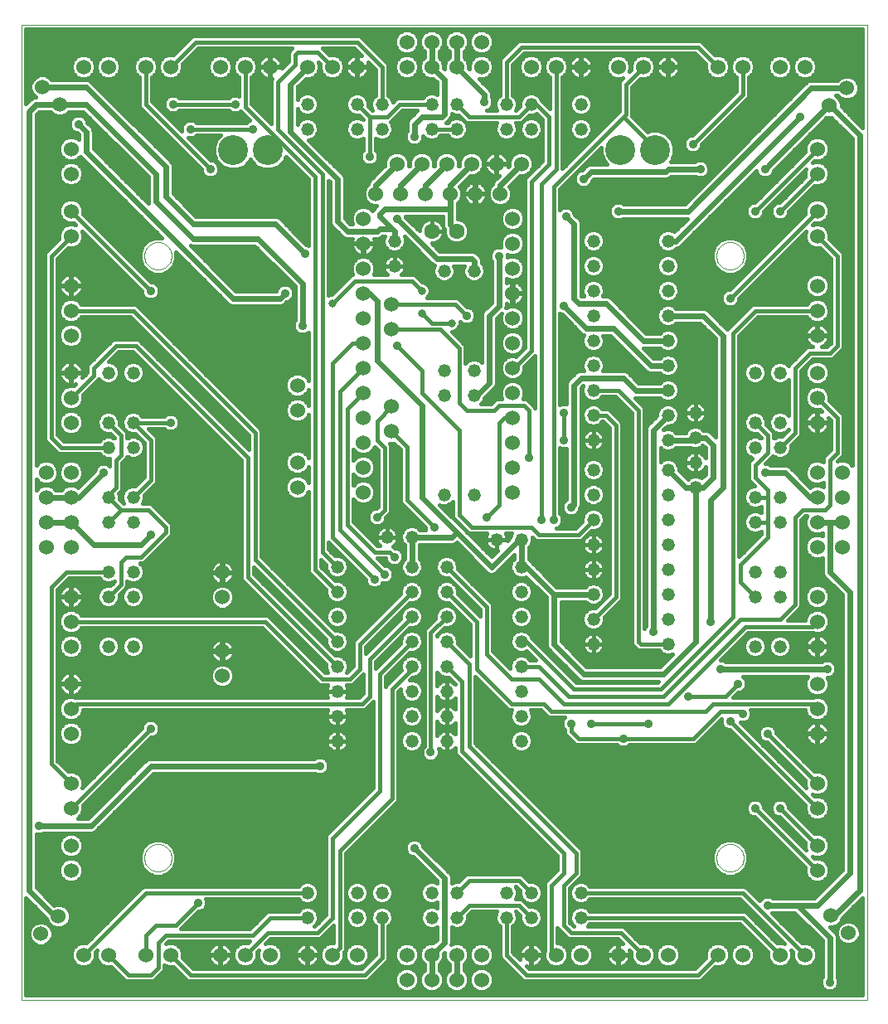
<source format=gtl>
G75*
%MOIN*%
%OFA0B0*%
%FSLAX24Y24*%
%IPPOS*%
%LPD*%
%AMOC8*
5,1,8,0,0,1.08239X$1,22.5*
%
%ADD10C,0.0000*%
%ADD11C,0.0600*%
%ADD12C,0.0520*%
%ADD13C,0.0630*%
%ADD14C,0.0240*%
%ADD15C,0.1200*%
%ADD16C,0.0160*%
%ADD17C,0.0356*%
%ADD18C,0.0317*%
D10*
X000280Y000280D02*
X000280Y039480D01*
X034280Y039480D01*
X034280Y000280D01*
X000280Y000280D01*
X005229Y005980D02*
X005231Y006027D01*
X005237Y006073D01*
X005247Y006119D01*
X005260Y006164D01*
X005278Y006207D01*
X005299Y006249D01*
X005323Y006289D01*
X005351Y006326D01*
X005382Y006361D01*
X005416Y006394D01*
X005452Y006423D01*
X005491Y006449D01*
X005532Y006472D01*
X005575Y006491D01*
X005619Y006507D01*
X005664Y006519D01*
X005710Y006527D01*
X005757Y006531D01*
X005803Y006531D01*
X005850Y006527D01*
X005896Y006519D01*
X005941Y006507D01*
X005985Y006491D01*
X006028Y006472D01*
X006069Y006449D01*
X006108Y006423D01*
X006144Y006394D01*
X006178Y006361D01*
X006209Y006326D01*
X006237Y006289D01*
X006261Y006249D01*
X006282Y006207D01*
X006300Y006164D01*
X006313Y006119D01*
X006323Y006073D01*
X006329Y006027D01*
X006331Y005980D01*
X006329Y005933D01*
X006323Y005887D01*
X006313Y005841D01*
X006300Y005796D01*
X006282Y005753D01*
X006261Y005711D01*
X006237Y005671D01*
X006209Y005634D01*
X006178Y005599D01*
X006144Y005566D01*
X006108Y005537D01*
X006069Y005511D01*
X006028Y005488D01*
X005985Y005469D01*
X005941Y005453D01*
X005896Y005441D01*
X005850Y005433D01*
X005803Y005429D01*
X005757Y005429D01*
X005710Y005433D01*
X005664Y005441D01*
X005619Y005453D01*
X005575Y005469D01*
X005532Y005488D01*
X005491Y005511D01*
X005452Y005537D01*
X005416Y005566D01*
X005382Y005599D01*
X005351Y005634D01*
X005323Y005671D01*
X005299Y005711D01*
X005278Y005753D01*
X005260Y005796D01*
X005247Y005841D01*
X005237Y005887D01*
X005231Y005933D01*
X005229Y005980D01*
X005229Y030180D02*
X005231Y030227D01*
X005237Y030273D01*
X005247Y030319D01*
X005260Y030364D01*
X005278Y030407D01*
X005299Y030449D01*
X005323Y030489D01*
X005351Y030526D01*
X005382Y030561D01*
X005416Y030594D01*
X005452Y030623D01*
X005491Y030649D01*
X005532Y030672D01*
X005575Y030691D01*
X005619Y030707D01*
X005664Y030719D01*
X005710Y030727D01*
X005757Y030731D01*
X005803Y030731D01*
X005850Y030727D01*
X005896Y030719D01*
X005941Y030707D01*
X005985Y030691D01*
X006028Y030672D01*
X006069Y030649D01*
X006108Y030623D01*
X006144Y030594D01*
X006178Y030561D01*
X006209Y030526D01*
X006237Y030489D01*
X006261Y030449D01*
X006282Y030407D01*
X006300Y030364D01*
X006313Y030319D01*
X006323Y030273D01*
X006329Y030227D01*
X006331Y030180D01*
X006329Y030133D01*
X006323Y030087D01*
X006313Y030041D01*
X006300Y029996D01*
X006282Y029953D01*
X006261Y029911D01*
X006237Y029871D01*
X006209Y029834D01*
X006178Y029799D01*
X006144Y029766D01*
X006108Y029737D01*
X006069Y029711D01*
X006028Y029688D01*
X005985Y029669D01*
X005941Y029653D01*
X005896Y029641D01*
X005850Y029633D01*
X005803Y029629D01*
X005757Y029629D01*
X005710Y029633D01*
X005664Y029641D01*
X005619Y029653D01*
X005575Y029669D01*
X005532Y029688D01*
X005491Y029711D01*
X005452Y029737D01*
X005416Y029766D01*
X005382Y029799D01*
X005351Y029834D01*
X005323Y029871D01*
X005299Y029911D01*
X005278Y029953D01*
X005260Y029996D01*
X005247Y030041D01*
X005237Y030087D01*
X005231Y030133D01*
X005229Y030180D01*
X028229Y030180D02*
X028231Y030227D01*
X028237Y030273D01*
X028247Y030319D01*
X028260Y030364D01*
X028278Y030407D01*
X028299Y030449D01*
X028323Y030489D01*
X028351Y030526D01*
X028382Y030561D01*
X028416Y030594D01*
X028452Y030623D01*
X028491Y030649D01*
X028532Y030672D01*
X028575Y030691D01*
X028619Y030707D01*
X028664Y030719D01*
X028710Y030727D01*
X028757Y030731D01*
X028803Y030731D01*
X028850Y030727D01*
X028896Y030719D01*
X028941Y030707D01*
X028985Y030691D01*
X029028Y030672D01*
X029069Y030649D01*
X029108Y030623D01*
X029144Y030594D01*
X029178Y030561D01*
X029209Y030526D01*
X029237Y030489D01*
X029261Y030449D01*
X029282Y030407D01*
X029300Y030364D01*
X029313Y030319D01*
X029323Y030273D01*
X029329Y030227D01*
X029331Y030180D01*
X029329Y030133D01*
X029323Y030087D01*
X029313Y030041D01*
X029300Y029996D01*
X029282Y029953D01*
X029261Y029911D01*
X029237Y029871D01*
X029209Y029834D01*
X029178Y029799D01*
X029144Y029766D01*
X029108Y029737D01*
X029069Y029711D01*
X029028Y029688D01*
X028985Y029669D01*
X028941Y029653D01*
X028896Y029641D01*
X028850Y029633D01*
X028803Y029629D01*
X028757Y029629D01*
X028710Y029633D01*
X028664Y029641D01*
X028619Y029653D01*
X028575Y029669D01*
X028532Y029688D01*
X028491Y029711D01*
X028452Y029737D01*
X028416Y029766D01*
X028382Y029799D01*
X028351Y029834D01*
X028323Y029871D01*
X028299Y029911D01*
X028278Y029953D01*
X028260Y029996D01*
X028247Y030041D01*
X028237Y030087D01*
X028231Y030133D01*
X028229Y030180D01*
X028229Y005980D02*
X028231Y006027D01*
X028237Y006073D01*
X028247Y006119D01*
X028260Y006164D01*
X028278Y006207D01*
X028299Y006249D01*
X028323Y006289D01*
X028351Y006326D01*
X028382Y006361D01*
X028416Y006394D01*
X028452Y006423D01*
X028491Y006449D01*
X028532Y006472D01*
X028575Y006491D01*
X028619Y006507D01*
X028664Y006519D01*
X028710Y006527D01*
X028757Y006531D01*
X028803Y006531D01*
X028850Y006527D01*
X028896Y006519D01*
X028941Y006507D01*
X028985Y006491D01*
X029028Y006472D01*
X029069Y006449D01*
X029108Y006423D01*
X029144Y006394D01*
X029178Y006361D01*
X029209Y006326D01*
X029237Y006289D01*
X029261Y006249D01*
X029282Y006207D01*
X029300Y006164D01*
X029313Y006119D01*
X029323Y006073D01*
X029329Y006027D01*
X029331Y005980D01*
X029329Y005933D01*
X029323Y005887D01*
X029313Y005841D01*
X029300Y005796D01*
X029282Y005753D01*
X029261Y005711D01*
X029237Y005671D01*
X029209Y005634D01*
X029178Y005599D01*
X029144Y005566D01*
X029108Y005537D01*
X029069Y005511D01*
X029028Y005488D01*
X028985Y005469D01*
X028941Y005453D01*
X028896Y005441D01*
X028850Y005433D01*
X028803Y005429D01*
X028757Y005429D01*
X028710Y005433D01*
X028664Y005441D01*
X028619Y005453D01*
X028575Y005469D01*
X028532Y005488D01*
X028491Y005511D01*
X028452Y005537D01*
X028416Y005566D01*
X028382Y005599D01*
X028351Y005634D01*
X028323Y005671D01*
X028299Y005711D01*
X028278Y005753D01*
X028260Y005796D01*
X028247Y005841D01*
X028237Y005887D01*
X028231Y005933D01*
X028229Y005980D01*
D11*
X028280Y002080D03*
X029280Y002080D03*
X030780Y002080D03*
X031780Y002080D03*
X032826Y003675D03*
X033534Y002968D03*
X032280Y005480D03*
X032280Y006480D03*
X032280Y007980D03*
X032280Y008980D03*
X032280Y010980D03*
X032280Y011980D03*
X032280Y012980D03*
X032280Y014480D03*
X032280Y015480D03*
X032280Y016480D03*
X032280Y018480D03*
X032280Y019480D03*
X032280Y020480D03*
X032280Y021480D03*
X033280Y021480D03*
X033280Y020480D03*
X033280Y019480D03*
X033280Y018480D03*
X032280Y023480D03*
X032280Y024480D03*
X032280Y025480D03*
X032280Y026980D03*
X032280Y027980D03*
X032280Y028980D03*
X032280Y030980D03*
X032280Y031980D03*
X032280Y033480D03*
X032280Y034480D03*
X032768Y036226D03*
X033475Y036934D03*
X031780Y037780D03*
X030780Y037780D03*
X029280Y037780D03*
X028280Y037780D03*
X026280Y037780D03*
X025280Y037780D03*
X024280Y037780D03*
X022780Y037780D03*
X021780Y037780D03*
X020780Y037780D03*
X018780Y037780D03*
X018780Y038780D03*
X017780Y038780D03*
X017780Y037780D03*
X016780Y037780D03*
X016780Y038780D03*
X015780Y038780D03*
X015780Y037780D03*
X013780Y037780D03*
X012780Y037780D03*
X011780Y037780D03*
X010280Y037780D03*
X009280Y037780D03*
X008280Y037780D03*
X006280Y037780D03*
X005280Y037780D03*
X003780Y037780D03*
X002780Y037780D03*
X001834Y036268D03*
X001126Y036975D03*
X002280Y034480D03*
X002280Y033480D03*
X002280Y031980D03*
X002280Y030980D03*
X002280Y028980D03*
X002280Y027980D03*
X002280Y026980D03*
X002280Y025480D03*
X002280Y024480D03*
X002280Y023480D03*
X002280Y021480D03*
X002280Y020480D03*
X002280Y019480D03*
X002280Y018480D03*
X001280Y018480D03*
X001280Y019480D03*
X001280Y020480D03*
X001280Y021480D03*
X002280Y016480D03*
X002280Y015480D03*
X002280Y014480D03*
X002280Y012980D03*
X002280Y011980D03*
X002280Y010980D03*
X002280Y008980D03*
X002280Y007980D03*
X002280Y006480D03*
X002280Y005480D03*
X001775Y003634D03*
X001068Y002926D03*
X002780Y002080D03*
X003780Y002080D03*
X005280Y002080D03*
X006280Y002080D03*
X008280Y002080D03*
X009280Y002080D03*
X010280Y002080D03*
X011780Y002080D03*
X012780Y002080D03*
X013780Y002080D03*
X015780Y002080D03*
X015780Y001080D03*
X016780Y001080D03*
X016780Y002080D03*
X017780Y002080D03*
X017780Y001080D03*
X018780Y001080D03*
X018780Y002080D03*
X020780Y002080D03*
X021780Y002080D03*
X022780Y002080D03*
X024280Y002080D03*
X025280Y002080D03*
X026280Y002080D03*
X020030Y020680D03*
X020030Y021680D03*
X020030Y022680D03*
X020030Y023680D03*
X020030Y024680D03*
X020030Y025680D03*
X020030Y026680D03*
X020030Y027680D03*
X020030Y028680D03*
X020030Y029680D03*
X020030Y030680D03*
X020030Y031680D03*
X019530Y032680D03*
X018530Y032680D03*
X017530Y032680D03*
X016530Y032680D03*
X015530Y032680D03*
X014530Y032680D03*
X014030Y031680D03*
X014030Y030680D03*
X014030Y029680D03*
X014030Y028680D03*
X014030Y027680D03*
X014030Y026680D03*
X014030Y025680D03*
X014030Y024680D03*
X014030Y023680D03*
X014030Y022680D03*
X014030Y021680D03*
X014030Y020680D03*
X015155Y023118D03*
X015155Y024118D03*
X015155Y027243D03*
X015155Y028243D03*
X011380Y024980D03*
X011380Y023980D03*
X011380Y021880D03*
X011380Y020880D03*
X008360Y017460D03*
X008360Y016460D03*
X008360Y014300D03*
X008360Y013300D03*
X015380Y033880D03*
X016380Y033880D03*
X017380Y033880D03*
X018380Y033880D03*
X019380Y033880D03*
X020380Y033880D03*
D12*
X020780Y035280D03*
X020780Y036280D03*
X019780Y036280D03*
X019780Y035280D03*
X017780Y035280D03*
X017780Y036280D03*
X016780Y036280D03*
X016780Y035280D03*
X014780Y035280D03*
X014780Y036280D03*
X013780Y036280D03*
X013780Y035280D03*
X011780Y035280D03*
X011780Y036280D03*
X015280Y030780D03*
X015280Y029780D03*
X017280Y029580D03*
X018480Y029580D03*
X018480Y025580D03*
X018480Y024580D03*
X017280Y024580D03*
X017280Y025580D03*
X017280Y020580D03*
X018480Y020580D03*
X019380Y018780D03*
X020380Y018780D03*
X020380Y017680D03*
X020380Y016680D03*
X020380Y015680D03*
X020380Y014680D03*
X020380Y013680D03*
X020380Y012680D03*
X020380Y011680D03*
X020380Y010680D03*
X017380Y010680D03*
X017380Y011680D03*
X017380Y012680D03*
X017380Y013680D03*
X017380Y014680D03*
X017380Y015680D03*
X017380Y016680D03*
X017380Y017680D03*
X015980Y017680D03*
X015980Y016680D03*
X015980Y015680D03*
X015980Y014680D03*
X015980Y013680D03*
X015980Y012680D03*
X015980Y011680D03*
X015980Y010680D03*
X012980Y010680D03*
X012980Y011680D03*
X012980Y012680D03*
X012980Y013680D03*
X012980Y014680D03*
X012980Y015680D03*
X012980Y016680D03*
X012980Y017680D03*
X014980Y018880D03*
X015980Y018880D03*
X023280Y018580D03*
X023280Y017580D03*
X023280Y016580D03*
X023280Y015580D03*
X023280Y014580D03*
X026280Y014580D03*
X026280Y015580D03*
X026280Y016580D03*
X026280Y017580D03*
X026280Y018580D03*
X026280Y019580D03*
X026280Y020580D03*
X026280Y021580D03*
X027380Y021880D03*
X027380Y022880D03*
X027380Y023880D03*
X026280Y023780D03*
X026280Y022780D03*
X026280Y024780D03*
X026280Y025780D03*
X026280Y026780D03*
X026280Y027780D03*
X026280Y028780D03*
X026280Y029780D03*
X026280Y030780D03*
X023280Y030780D03*
X023280Y029780D03*
X023280Y028780D03*
X023280Y027780D03*
X023280Y026780D03*
X023280Y025780D03*
X023280Y024780D03*
X023280Y023780D03*
X023280Y022780D03*
X023280Y021580D03*
X023280Y020580D03*
X023280Y019580D03*
X027380Y020880D03*
X029780Y020480D03*
X029780Y019480D03*
X030780Y019480D03*
X030780Y020480D03*
X030780Y022480D03*
X030780Y023480D03*
X029780Y023480D03*
X029780Y022480D03*
X029780Y025480D03*
X030780Y025480D03*
X030780Y017480D03*
X030780Y016480D03*
X029780Y016480D03*
X029780Y017480D03*
X029780Y014480D03*
X030780Y014480D03*
X022780Y004580D03*
X022780Y003580D03*
X020780Y003580D03*
X020780Y004580D03*
X019780Y004580D03*
X019780Y003580D03*
X017780Y003580D03*
X017780Y004580D03*
X016780Y004580D03*
X016780Y003580D03*
X014780Y003580D03*
X014780Y004580D03*
X013780Y004580D03*
X013780Y003580D03*
X011780Y003580D03*
X011780Y004580D03*
X004780Y014480D03*
X003780Y014480D03*
X003780Y016480D03*
X003780Y017480D03*
X004780Y017480D03*
X004780Y016480D03*
X004780Y019480D03*
X004780Y020480D03*
X003780Y020480D03*
X003780Y019480D03*
X003780Y022480D03*
X003780Y023480D03*
X004780Y023480D03*
X004780Y022480D03*
X004780Y025480D03*
X003780Y025480D03*
X022780Y035280D03*
X022780Y036280D03*
D13*
X017780Y031180D03*
X016780Y031180D03*
D14*
X017530Y031430D02*
X017530Y032080D01*
X014880Y032080D01*
X014680Y031880D01*
X014680Y031780D01*
X015180Y031280D01*
X014680Y031280D01*
X014580Y031180D01*
X013380Y031180D01*
X012980Y031580D01*
X012980Y033280D01*
X011080Y035180D01*
X011080Y037080D01*
X011780Y037780D01*
X015380Y033880D02*
X014530Y033030D01*
X014530Y032680D01*
X015530Y032680D02*
X015530Y033030D01*
X016380Y033880D01*
X016530Y033030D02*
X017380Y033880D01*
X017530Y033030D02*
X017530Y032680D01*
X017530Y032080D01*
X017530Y031430D02*
X017780Y031180D01*
X018380Y030080D02*
X016980Y030080D01*
X015380Y031680D01*
X015180Y031280D02*
X015280Y031180D01*
X015280Y030780D01*
X016530Y032680D02*
X016530Y033030D01*
X017530Y033030D02*
X018380Y033880D01*
X019530Y033030D02*
X019530Y032680D01*
X019530Y033030D02*
X020380Y033880D01*
X022180Y031780D02*
X022480Y031480D01*
X022480Y028480D01*
X022680Y028280D01*
X023780Y028280D01*
X025280Y026780D01*
X026280Y026780D01*
X026280Y027780D02*
X027680Y027780D01*
X028480Y026980D01*
X028480Y020880D01*
X027980Y020380D01*
X027980Y015480D01*
X027380Y014680D02*
X026080Y013380D01*
X022880Y013380D01*
X021680Y014580D01*
X021680Y016580D01*
X023280Y016580D01*
X021680Y016580D02*
X020580Y017680D01*
X020380Y017680D01*
X020380Y018780D01*
X020280Y018780D01*
X019180Y017680D01*
X017780Y019080D01*
X017580Y018880D01*
X015980Y018880D01*
X015980Y017680D01*
X017780Y019080D02*
X016380Y020480D01*
X016380Y024180D01*
X014580Y025980D01*
X014580Y028380D01*
X014280Y028680D01*
X014030Y028680D01*
X011580Y029080D02*
X011580Y027380D01*
X010680Y028480D02*
X008780Y028480D01*
X002880Y034380D01*
X002880Y035180D01*
X002580Y035480D01*
X002892Y036268D02*
X001834Y036268D01*
X000868Y036268D01*
X000580Y035980D01*
X000580Y004680D01*
X001626Y003634D01*
X001775Y003634D01*
X000980Y007280D02*
X003080Y007280D01*
X005480Y009680D01*
X012280Y009680D01*
X016080Y006380D02*
X017280Y005180D01*
X017280Y002580D01*
X016780Y002080D01*
X016780Y001080D01*
X017780Y001080D02*
X017780Y002080D01*
X028380Y013580D02*
X032680Y013580D01*
X033580Y016680D02*
X032780Y017480D01*
X032780Y019480D01*
X032280Y019480D01*
X033280Y019480D01*
X032280Y020480D02*
X031980Y020480D01*
X030980Y021480D01*
X030180Y021480D01*
X028080Y021280D02*
X027680Y020880D01*
X027380Y020880D01*
X027380Y014680D01*
X025680Y015080D02*
X025680Y023180D01*
X026280Y023780D01*
X026280Y022780D02*
X027280Y022780D01*
X027380Y022880D01*
X027780Y022880D01*
X028080Y022580D01*
X028080Y021280D01*
X027380Y020880D02*
X026980Y020880D01*
X026280Y021580D01*
X026280Y024780D02*
X024980Y024780D01*
X024480Y025280D01*
X022780Y025280D01*
X022480Y024980D01*
X022480Y020180D01*
X022380Y020080D01*
X018580Y024580D02*
X019080Y025080D01*
X019080Y027780D01*
X019480Y028180D01*
X019480Y030180D01*
X018480Y029980D02*
X018480Y029580D01*
X018480Y029980D02*
X018380Y030080D01*
X022080Y028180D02*
X022980Y027280D01*
X024080Y027280D01*
X025580Y025780D01*
X026280Y025780D01*
X026280Y030780D02*
X026580Y030780D01*
X031580Y035780D01*
X032726Y036226D02*
X030180Y033680D01*
X032726Y036226D02*
X032768Y036226D01*
X032785Y036226D01*
X033980Y035031D01*
X033980Y004680D01*
X032975Y003675D01*
X032826Y003675D01*
X032280Y004080D02*
X033580Y005380D01*
X033580Y016680D01*
X032280Y004080D02*
X031480Y004080D01*
X032780Y002780D01*
X032780Y000980D01*
X031480Y004080D02*
X030280Y004080D01*
X018580Y024580D02*
X018480Y024580D01*
X024280Y031980D02*
X027080Y031980D01*
X032034Y036934D01*
X033475Y036934D01*
X027580Y033680D02*
X026280Y033680D01*
X026180Y033580D01*
X023180Y033580D01*
X022880Y033280D01*
X018880Y036380D02*
X018880Y036680D01*
X017780Y037780D01*
X017780Y038780D01*
X016780Y038780D02*
X016780Y037780D01*
X017280Y037280D01*
X017280Y035880D01*
X017180Y035780D01*
X016380Y035780D01*
X016080Y035480D01*
X016080Y034980D01*
X011680Y030280D02*
X010480Y031480D01*
X007180Y031480D01*
X006080Y032580D01*
X006080Y033780D01*
X002885Y036975D01*
X001126Y036975D01*
X002892Y036268D02*
X005680Y033480D01*
X005680Y032380D01*
X007180Y030880D01*
X009780Y030880D01*
X011580Y029080D01*
X010880Y028680D02*
X010680Y028480D01*
X003580Y021480D02*
X002580Y020480D01*
X002280Y020480D01*
X001280Y020480D01*
X001280Y019480D02*
X002280Y019480D01*
X003180Y018580D01*
X005080Y018580D01*
X005480Y018980D01*
D15*
X007725Y007610D03*
X008808Y005504D03*
X011268Y007137D03*
X023296Y007610D03*
X024378Y005504D03*
X026839Y007137D03*
X023297Y032336D03*
X024378Y034441D03*
X025756Y034441D03*
X026739Y032807D03*
X011268Y032807D03*
X010186Y034441D03*
X008808Y034441D03*
X007726Y032336D03*
D16*
X007171Y031914D02*
X011820Y031914D01*
X011820Y032072D02*
X007012Y032072D01*
X006854Y032231D02*
X011820Y032231D01*
X011820Y032389D02*
X006695Y032389D01*
X006537Y032548D02*
X011820Y032548D01*
X011820Y032706D02*
X006380Y032706D01*
X006380Y032704D02*
X006380Y033840D01*
X006334Y033950D01*
X006250Y034034D01*
X003139Y037145D01*
X003055Y037229D01*
X002945Y037275D01*
X001505Y037275D01*
X001398Y037382D01*
X001222Y037455D01*
X001031Y037455D01*
X000855Y037382D01*
X000720Y037247D01*
X000646Y037070D01*
X000646Y036879D01*
X000720Y036703D01*
X000855Y036568D01*
X000808Y036568D01*
X000698Y036522D01*
X000460Y036284D01*
X000460Y039300D01*
X034100Y039300D01*
X034100Y035336D01*
X033248Y036188D01*
X033248Y036322D01*
X033175Y036498D01*
X033040Y036633D01*
X033039Y036634D01*
X033096Y036634D01*
X033203Y036527D01*
X033379Y036454D01*
X033570Y036454D01*
X033747Y036527D01*
X033882Y036662D01*
X033955Y036838D01*
X033955Y037029D01*
X033882Y037205D01*
X033747Y037340D01*
X033570Y037414D01*
X033379Y037414D01*
X033203Y037340D01*
X033096Y037234D01*
X031974Y037234D01*
X031864Y037188D01*
X031779Y037103D01*
X026956Y032280D01*
X024486Y032280D01*
X024483Y032284D01*
X024351Y032338D01*
X024209Y032338D01*
X024077Y032284D01*
X023976Y032183D01*
X023922Y032051D01*
X023922Y031909D01*
X023976Y031777D01*
X024077Y031676D01*
X024209Y031622D01*
X024351Y031622D01*
X024483Y031676D01*
X024486Y031680D01*
X027056Y031680D01*
X026529Y031153D01*
X026368Y031220D01*
X026192Y031220D01*
X026031Y031153D01*
X025907Y031029D01*
X025840Y030868D01*
X025840Y030692D01*
X025907Y030531D01*
X026031Y030407D01*
X026192Y030340D01*
X026368Y030340D01*
X026529Y030407D01*
X026602Y030480D01*
X026640Y030480D01*
X026750Y030526D01*
X029825Y033601D01*
X029876Y033477D01*
X029977Y033376D01*
X030109Y033322D01*
X030251Y033322D01*
X030383Y033376D01*
X030484Y033477D01*
X030538Y033609D01*
X030538Y033614D01*
X032671Y035747D01*
X032672Y035746D01*
X032841Y035746D01*
X033680Y034907D01*
X033680Y021759D01*
X033552Y021887D01*
X033375Y021960D01*
X033185Y021960D01*
X033088Y021920D01*
X033227Y022060D01*
X033300Y022133D01*
X033340Y022228D01*
X033340Y023732D01*
X033300Y023827D01*
X032755Y024373D01*
X032760Y024385D01*
X032760Y024575D01*
X032687Y024752D01*
X032552Y024887D01*
X032375Y024960D01*
X032185Y024960D01*
X032008Y024887D01*
X031873Y024752D01*
X031800Y024575D01*
X031800Y024385D01*
X031873Y024208D01*
X032008Y024073D01*
X032185Y024000D01*
X032375Y024000D01*
X032387Y024005D01*
X032471Y023921D01*
X032464Y023925D01*
X032392Y023948D01*
X032318Y023960D01*
X032300Y023960D01*
X032300Y023500D01*
X032760Y023500D01*
X032760Y023518D01*
X032748Y023592D01*
X032725Y023664D01*
X032721Y023671D01*
X032820Y023572D01*
X032820Y022388D01*
X032560Y022127D01*
X032520Y022032D01*
X032520Y021900D01*
X032375Y021960D01*
X032185Y021960D01*
X032008Y021887D01*
X031873Y021752D01*
X031800Y021575D01*
X031800Y021385D01*
X031873Y021208D01*
X032008Y021073D01*
X032185Y021000D01*
X032375Y021000D01*
X032520Y021060D01*
X032520Y020900D01*
X032375Y020960D01*
X032185Y020960D01*
X032008Y020887D01*
X032003Y020882D01*
X031234Y021650D01*
X031150Y021734D01*
X031040Y021780D01*
X030386Y021780D01*
X030383Y021784D01*
X030251Y021838D01*
X030206Y021838D01*
X030500Y022133D01*
X030502Y022136D01*
X030531Y022107D01*
X030692Y022040D01*
X030868Y022040D01*
X031029Y022107D01*
X031153Y022231D01*
X031220Y022392D01*
X031220Y022552D01*
X031600Y022933D01*
X031640Y023028D01*
X031640Y025572D01*
X032088Y026020D01*
X032832Y026020D01*
X032927Y026060D01*
X033227Y026360D01*
X033300Y026433D01*
X033340Y026528D01*
X033340Y030232D01*
X033300Y030327D01*
X032755Y030873D01*
X032760Y030885D01*
X032760Y031075D01*
X032687Y031252D01*
X032552Y031387D01*
X032375Y031460D01*
X032185Y031460D01*
X032088Y031420D01*
X032173Y031505D01*
X032185Y031500D01*
X032375Y031500D01*
X032552Y031573D01*
X032687Y031708D01*
X032760Y031885D01*
X032760Y032075D01*
X032687Y032252D01*
X032552Y032387D01*
X032375Y032460D01*
X032185Y032460D01*
X032008Y032387D01*
X031873Y032252D01*
X031800Y032075D01*
X031800Y031885D01*
X031805Y031873D01*
X028770Y028838D01*
X028709Y028838D01*
X028577Y028784D01*
X028476Y028683D01*
X028422Y028551D01*
X028422Y028409D01*
X028476Y028277D01*
X028577Y028176D01*
X028709Y028122D01*
X028851Y028122D01*
X028983Y028176D01*
X029084Y028277D01*
X029138Y028409D01*
X029138Y028470D01*
X031840Y031172D01*
X031800Y031075D01*
X031800Y030885D01*
X031873Y030708D01*
X032008Y030573D01*
X032185Y030500D01*
X032375Y030500D01*
X032387Y030505D01*
X032820Y030072D01*
X032820Y026688D01*
X032672Y026540D01*
X032474Y026540D01*
X032532Y026569D01*
X032593Y026614D01*
X032646Y026667D01*
X032691Y026728D01*
X032725Y026796D01*
X032748Y026868D01*
X032760Y026942D01*
X032760Y026960D01*
X032300Y026960D01*
X032300Y027000D01*
X032260Y027000D01*
X032260Y027460D01*
X032242Y027460D01*
X032168Y027448D01*
X032096Y027425D01*
X032028Y027391D01*
X031967Y027346D01*
X031914Y027293D01*
X031869Y027232D01*
X031835Y027164D01*
X031812Y027092D01*
X031800Y027018D01*
X031800Y027000D01*
X032260Y027000D01*
X032260Y026960D01*
X031800Y026960D01*
X031800Y026942D01*
X031812Y026868D01*
X031835Y026796D01*
X031869Y026728D01*
X031914Y026667D01*
X031967Y026614D01*
X032028Y026569D01*
X032086Y026540D01*
X031928Y026540D01*
X031833Y026500D01*
X031760Y026427D01*
X031160Y025827D01*
X031129Y025753D01*
X031029Y025853D01*
X030868Y025920D01*
X030692Y025920D01*
X030531Y025853D01*
X030407Y025729D01*
X030340Y025568D01*
X030340Y025392D01*
X030407Y025231D01*
X030531Y025107D01*
X030692Y025040D01*
X030868Y025040D01*
X031029Y025107D01*
X031120Y025198D01*
X031120Y023762D01*
X031029Y023853D01*
X030868Y023920D01*
X030692Y023920D01*
X030531Y023853D01*
X030407Y023729D01*
X030340Y023568D01*
X030340Y023392D01*
X030407Y023231D01*
X030531Y023107D01*
X030692Y023040D01*
X030868Y023040D01*
X031029Y023107D01*
X031120Y023198D01*
X031120Y023188D01*
X030852Y022920D01*
X030692Y022920D01*
X030540Y022857D01*
X030540Y023032D01*
X030500Y023127D01*
X030427Y023200D01*
X030220Y023408D01*
X030220Y023568D01*
X030153Y023729D01*
X030029Y023853D01*
X029868Y023920D01*
X029692Y023920D01*
X029531Y023853D01*
X029407Y023729D01*
X029340Y023568D01*
X029340Y023392D01*
X029407Y023231D01*
X029531Y023107D01*
X029692Y023040D01*
X029852Y023040D01*
X030020Y022872D01*
X030020Y022857D01*
X029868Y022920D01*
X029692Y022920D01*
X029531Y022853D01*
X029407Y022729D01*
X029340Y022568D01*
X029340Y022392D01*
X029407Y022231D01*
X029531Y022107D01*
X029678Y022046D01*
X029633Y022000D01*
X029560Y021927D01*
X029520Y021832D01*
X029520Y021228D01*
X029560Y021133D01*
X029772Y020920D01*
X029692Y020920D01*
X029531Y020853D01*
X029407Y020729D01*
X029340Y020568D01*
X029340Y020392D01*
X029407Y020231D01*
X029531Y020107D01*
X029692Y020040D01*
X029868Y020040D01*
X030020Y020103D01*
X030020Y019857D01*
X029868Y019920D01*
X029692Y019920D01*
X029531Y019853D01*
X029407Y019729D01*
X029340Y019568D01*
X029340Y019392D01*
X029140Y019392D01*
X029140Y019234D02*
X029406Y019234D01*
X029407Y019231D02*
X029531Y019107D01*
X029692Y019040D01*
X029868Y019040D01*
X030020Y019103D01*
X030020Y018988D01*
X029140Y018108D01*
X029140Y026972D01*
X029888Y027720D01*
X031868Y027720D01*
X031873Y027708D01*
X032008Y027573D01*
X032185Y027500D01*
X032375Y027500D01*
X032552Y027573D01*
X032687Y027708D01*
X032760Y027885D01*
X032760Y028075D01*
X032687Y028252D01*
X032552Y028387D01*
X032375Y028460D01*
X032185Y028460D01*
X032008Y028387D01*
X031873Y028252D01*
X031868Y028240D01*
X029728Y028240D01*
X029633Y028200D01*
X028733Y027300D01*
X028660Y027227D01*
X028659Y027225D01*
X028650Y027234D01*
X027850Y028034D01*
X027740Y028080D01*
X026602Y028080D01*
X026529Y028153D01*
X026368Y028220D01*
X026192Y028220D01*
X026031Y028153D01*
X025907Y028029D01*
X025840Y027868D01*
X025840Y027692D01*
X025907Y027531D01*
X026031Y027407D01*
X026192Y027340D01*
X026368Y027340D01*
X026529Y027407D01*
X026602Y027480D01*
X027556Y027480D01*
X028180Y026856D01*
X028180Y022904D01*
X027950Y023134D01*
X027840Y023180D01*
X027702Y023180D01*
X027629Y023253D01*
X027468Y023320D01*
X027292Y023320D01*
X027131Y023253D01*
X027007Y023129D01*
X026987Y023080D01*
X026602Y023080D01*
X026529Y023153D01*
X026368Y023220D01*
X026192Y023220D01*
X026110Y023186D01*
X026264Y023340D01*
X026368Y023340D01*
X026529Y023407D01*
X026653Y023531D01*
X026720Y023692D01*
X026720Y023868D01*
X026653Y024029D01*
X026529Y024153D01*
X026368Y024220D01*
X026192Y024220D01*
X026031Y024153D01*
X025907Y024029D01*
X025840Y023868D01*
X025840Y023764D01*
X025510Y023434D01*
X025426Y023350D01*
X025380Y023240D01*
X025380Y015286D01*
X025376Y015283D01*
X025340Y015195D01*
X025340Y024032D01*
X025300Y024127D01*
X025227Y024200D01*
X024948Y024480D01*
X025958Y024480D01*
X026031Y024407D01*
X026192Y024340D01*
X026368Y024340D01*
X026529Y024407D01*
X026653Y024531D01*
X026720Y024692D01*
X026720Y024868D01*
X026653Y025029D01*
X026529Y025153D01*
X026368Y025220D01*
X026192Y025220D01*
X026031Y025153D01*
X025958Y025080D01*
X025104Y025080D01*
X024734Y025450D01*
X024650Y025534D01*
X024540Y025580D01*
X023673Y025580D01*
X023720Y025692D01*
X023720Y025868D01*
X023653Y026029D01*
X023529Y026153D01*
X023368Y026220D01*
X023192Y026220D01*
X023031Y026153D01*
X022907Y026029D01*
X022840Y025868D01*
X022840Y025692D01*
X022887Y025580D01*
X022720Y025580D01*
X022610Y025534D01*
X022310Y025234D01*
X022226Y025150D01*
X022180Y025040D01*
X022180Y024226D01*
X022151Y024238D01*
X022009Y024238D01*
X021940Y024210D01*
X021940Y027850D01*
X022009Y027822D01*
X022014Y027822D01*
X022810Y027026D01*
X022892Y026992D01*
X022840Y026868D01*
X022840Y026692D01*
X022907Y026531D01*
X023031Y026407D01*
X023192Y026340D01*
X023368Y026340D01*
X023529Y026407D01*
X023653Y026531D01*
X023720Y026692D01*
X023720Y026868D01*
X023673Y026980D01*
X023956Y026980D01*
X025410Y025526D01*
X025520Y025480D01*
X025958Y025480D01*
X026031Y025407D01*
X026192Y025340D01*
X026368Y025340D01*
X026529Y025407D01*
X026653Y025531D01*
X026720Y025692D01*
X026720Y025868D01*
X026653Y026029D01*
X026529Y026153D01*
X026368Y026220D01*
X026192Y026220D01*
X026031Y026153D01*
X025958Y026080D01*
X025704Y026080D01*
X025304Y026480D01*
X025958Y026480D01*
X026031Y026407D01*
X026192Y026340D01*
X026368Y026340D01*
X026529Y026407D01*
X026653Y026531D01*
X026720Y026692D01*
X026720Y026868D01*
X026653Y027029D01*
X026529Y027153D01*
X026368Y027220D01*
X026192Y027220D01*
X026031Y027153D01*
X025958Y027080D01*
X025404Y027080D01*
X024034Y028450D01*
X023950Y028534D01*
X023840Y028580D01*
X023673Y028580D01*
X023720Y028692D01*
X023720Y028868D01*
X023653Y029029D01*
X023529Y029153D01*
X023368Y029220D01*
X023192Y029220D01*
X023031Y029153D01*
X022907Y029029D01*
X022840Y028868D01*
X022840Y028692D01*
X022887Y028580D01*
X022804Y028580D01*
X022780Y028604D01*
X022780Y031540D01*
X022734Y031650D01*
X022538Y031846D01*
X022538Y031851D01*
X022484Y031983D01*
X022383Y032084D01*
X022251Y032138D01*
X022109Y032138D01*
X021977Y032084D01*
X021940Y032046D01*
X021940Y032872D01*
X023598Y034531D01*
X023598Y034285D01*
X023717Y033999D01*
X023836Y033880D01*
X023120Y033880D01*
X023010Y033834D01*
X022814Y033638D01*
X022809Y033638D01*
X022677Y033584D01*
X022576Y033483D01*
X022522Y033351D01*
X022522Y033209D01*
X022576Y033077D01*
X022677Y032976D01*
X022809Y032922D01*
X022951Y032922D01*
X023083Y032976D01*
X023184Y033077D01*
X023238Y033209D01*
X023238Y033214D01*
X023304Y033280D01*
X026240Y033280D01*
X026350Y033326D01*
X026404Y033380D01*
X027374Y033380D01*
X027377Y033376D01*
X027509Y033322D01*
X027651Y033322D01*
X027783Y033376D01*
X027884Y033477D01*
X027938Y033609D01*
X027938Y033751D01*
X027884Y033883D01*
X027783Y033984D01*
X027651Y034038D01*
X027509Y034038D01*
X027377Y033984D01*
X027374Y033980D01*
X026399Y033980D01*
X026418Y033999D01*
X026536Y034285D01*
X026536Y034596D01*
X026418Y034882D01*
X026198Y035102D01*
X025912Y035221D01*
X025601Y035221D01*
X025464Y035164D01*
X024828Y035800D01*
X024840Y035828D01*
X024840Y036972D01*
X025173Y037305D01*
X025185Y037300D01*
X025375Y037300D01*
X025552Y037373D01*
X025687Y037508D01*
X025760Y037685D01*
X025760Y037875D01*
X025687Y038052D01*
X025552Y038187D01*
X025375Y038260D01*
X025185Y038260D01*
X025008Y038187D01*
X024873Y038052D01*
X024800Y037875D01*
X024800Y037685D01*
X024805Y037673D01*
X024720Y037588D01*
X024760Y037685D01*
X024760Y037875D01*
X024687Y038052D01*
X024552Y038187D01*
X024375Y038260D01*
X024185Y038260D01*
X024008Y038187D01*
X023873Y038052D01*
X023800Y037875D01*
X023800Y037685D01*
X023873Y037508D01*
X024008Y037373D01*
X024185Y037300D01*
X024375Y037300D01*
X024472Y037340D01*
X024360Y037227D01*
X024320Y037132D01*
X024320Y035988D01*
X024260Y035927D01*
X022040Y033708D01*
X022040Y037368D01*
X022052Y037373D01*
X022187Y037508D01*
X022260Y037685D01*
X022260Y037875D01*
X022187Y038052D01*
X022052Y038187D01*
X021875Y038260D01*
X021685Y038260D01*
X021508Y038187D01*
X021373Y038052D01*
X021300Y037875D01*
X021300Y037685D01*
X021373Y037508D01*
X021508Y037373D01*
X021520Y037368D01*
X021520Y036108D01*
X021192Y036436D01*
X021153Y036529D01*
X021029Y036653D01*
X020868Y036720D01*
X020692Y036720D01*
X020531Y036653D01*
X020407Y036529D01*
X020340Y036368D01*
X020340Y036208D01*
X020172Y036040D01*
X020157Y036040D01*
X020220Y036192D01*
X020220Y036368D01*
X020153Y036529D01*
X020040Y036642D01*
X020040Y037872D01*
X020488Y038320D01*
X027372Y038320D01*
X027805Y037887D01*
X027800Y037875D01*
X027800Y037685D01*
X027873Y037508D01*
X028008Y037373D01*
X028185Y037300D01*
X028375Y037300D01*
X028552Y037373D01*
X028687Y037508D01*
X028760Y037685D01*
X028760Y037875D01*
X028687Y038052D01*
X028552Y038187D01*
X028375Y038260D01*
X028185Y038260D01*
X028173Y038255D01*
X027627Y038800D01*
X027532Y038840D01*
X020328Y038840D01*
X020233Y038800D01*
X020160Y038727D01*
X019560Y038127D01*
X019520Y038032D01*
X019520Y036642D01*
X019407Y036529D01*
X019340Y036368D01*
X019340Y036192D01*
X019403Y036040D01*
X018995Y036040D01*
X019083Y036076D01*
X019184Y036177D01*
X019238Y036309D01*
X019238Y036451D01*
X019184Y036583D01*
X019180Y036586D01*
X019180Y036740D01*
X019134Y036850D01*
X019050Y036934D01*
X018684Y037300D01*
X018685Y037300D01*
X018875Y037300D01*
X019052Y037373D01*
X019187Y037508D01*
X019260Y037685D01*
X019260Y037875D01*
X019187Y038052D01*
X019052Y038187D01*
X018875Y038260D01*
X018685Y038260D01*
X018508Y038187D01*
X018373Y038052D01*
X018300Y037875D01*
X018300Y037685D01*
X018300Y037684D01*
X018260Y037724D01*
X018260Y037875D01*
X018187Y038052D01*
X018080Y038159D01*
X018080Y038401D01*
X018187Y038508D01*
X018260Y038685D01*
X018260Y038875D01*
X018187Y039052D01*
X018052Y039187D01*
X017875Y039260D01*
X017685Y039260D01*
X017508Y039187D01*
X017373Y039052D01*
X017300Y038875D01*
X017300Y038685D01*
X017373Y038508D01*
X017480Y038401D01*
X017480Y038159D01*
X017373Y038052D01*
X017300Y037875D01*
X017300Y037685D01*
X017300Y037684D01*
X017260Y037724D01*
X017260Y037875D01*
X017187Y038052D01*
X017080Y038159D01*
X017080Y038401D01*
X017187Y038508D01*
X017260Y038685D01*
X017260Y038875D01*
X017187Y039052D01*
X017052Y039187D01*
X016875Y039260D01*
X016685Y039260D01*
X016508Y039187D01*
X016373Y039052D01*
X016300Y038875D01*
X016300Y038685D01*
X016373Y038508D01*
X016480Y038401D01*
X016480Y038159D01*
X016373Y038052D01*
X016300Y037875D01*
X016300Y037685D01*
X016373Y037508D01*
X016508Y037373D01*
X016685Y037300D01*
X016836Y037300D01*
X016980Y037156D01*
X016980Y036673D01*
X016868Y036720D01*
X016692Y036720D01*
X016531Y036653D01*
X016418Y036540D01*
X015428Y036540D01*
X015333Y036500D01*
X015214Y036382D01*
X015153Y036529D01*
X015040Y036642D01*
X015040Y037832D01*
X015000Y037927D01*
X014000Y038927D01*
X013927Y039000D01*
X013832Y039040D01*
X007228Y039040D01*
X007133Y039000D01*
X006387Y038255D01*
X006375Y038260D01*
X006185Y038260D01*
X006008Y038187D01*
X005873Y038052D01*
X005800Y037875D01*
X005800Y037685D01*
X005873Y037508D01*
X006008Y037373D01*
X006185Y037300D01*
X006375Y037300D01*
X006552Y037373D01*
X006687Y037508D01*
X006760Y037685D01*
X006760Y037875D01*
X006755Y037887D01*
X007388Y038520D01*
X011152Y038520D01*
X011060Y038427D01*
X011020Y038332D01*
X011020Y037988D01*
X010757Y037725D01*
X010760Y037742D01*
X010760Y037760D01*
X010300Y037760D01*
X010300Y037800D01*
X010260Y037800D01*
X010260Y038260D01*
X010242Y038260D01*
X010168Y038248D01*
X010096Y038225D01*
X010028Y038191D01*
X009967Y038146D01*
X009914Y038093D01*
X009869Y038032D01*
X009835Y037964D01*
X009812Y037892D01*
X009800Y037818D01*
X009800Y037800D01*
X010260Y037800D01*
X010260Y037760D01*
X010300Y037760D01*
X010300Y037300D01*
X010318Y037300D01*
X010350Y037305D01*
X010320Y037232D01*
X010320Y035508D01*
X009540Y036288D01*
X009540Y037368D01*
X009552Y037373D01*
X009687Y037508D01*
X009760Y037685D01*
X009760Y037875D01*
X009687Y038052D01*
X009552Y038187D01*
X009375Y038260D01*
X009185Y038260D01*
X009008Y038187D01*
X008873Y038052D01*
X008800Y037875D01*
X008800Y037685D01*
X008873Y037508D01*
X009008Y037373D01*
X009020Y037368D01*
X009020Y036610D01*
X008951Y036638D01*
X008809Y036638D01*
X008677Y036584D01*
X008634Y036540D01*
X006626Y036540D01*
X006583Y036584D01*
X006451Y036638D01*
X006309Y036638D01*
X006177Y036584D01*
X006076Y036483D01*
X006022Y036351D01*
X006022Y036209D01*
X006076Y036077D01*
X006177Y035976D01*
X006309Y035922D01*
X006451Y035922D01*
X006583Y035976D01*
X006626Y036020D01*
X008634Y036020D01*
X008677Y035976D01*
X008809Y035922D01*
X008951Y035922D01*
X009083Y035976D01*
X009099Y035993D01*
X009470Y035622D01*
X009377Y035584D01*
X009334Y035540D01*
X007326Y035540D01*
X007283Y035584D01*
X007151Y035638D01*
X007009Y035638D01*
X006877Y035584D01*
X006776Y035483D01*
X006722Y035351D01*
X006722Y035209D01*
X006724Y035204D01*
X005540Y036388D01*
X005540Y037368D01*
X005552Y037373D01*
X005687Y037508D01*
X005760Y037685D01*
X005760Y037875D01*
X005687Y038052D01*
X005552Y038187D01*
X005375Y038260D01*
X005185Y038260D01*
X005008Y038187D01*
X004873Y038052D01*
X004800Y037875D01*
X004800Y037685D01*
X004873Y037508D01*
X005008Y037373D01*
X005020Y037368D01*
X005020Y036228D01*
X005060Y036133D01*
X005133Y036060D01*
X007522Y033670D01*
X007522Y033609D01*
X007576Y033477D01*
X007677Y033376D01*
X007809Y033322D01*
X007951Y033322D01*
X008083Y033376D01*
X008184Y033477D01*
X008238Y033609D01*
X008238Y033751D01*
X008184Y033883D01*
X008083Y033984D01*
X007951Y034038D01*
X007890Y034038D01*
X007004Y034924D01*
X007009Y034922D01*
X007151Y034922D01*
X007283Y034976D01*
X007326Y035020D01*
X008284Y035020D01*
X008146Y034882D01*
X008028Y034596D01*
X008028Y034285D01*
X008146Y033999D01*
X008366Y033779D01*
X008652Y033661D01*
X008963Y033661D01*
X009249Y033779D01*
X009469Y033999D01*
X009497Y034066D01*
X009524Y033999D01*
X009744Y033779D01*
X010030Y033661D01*
X010341Y033661D01*
X010627Y033779D01*
X010847Y033999D01*
X010919Y034173D01*
X011820Y033272D01*
X011820Y030610D01*
X011751Y030638D01*
X011746Y030638D01*
X010734Y031650D01*
X010650Y031734D01*
X010540Y031780D01*
X007304Y031780D01*
X006380Y032704D01*
X006380Y032865D02*
X011820Y032865D01*
X011820Y033023D02*
X006380Y033023D01*
X006380Y033182D02*
X011820Y033182D01*
X011752Y033340D02*
X007995Y033340D01*
X007765Y033340D02*
X006380Y033340D01*
X006380Y033499D02*
X007568Y033499D01*
X007522Y033657D02*
X006380Y033657D01*
X006380Y033816D02*
X007377Y033816D01*
X007218Y033974D02*
X006310Y033974D01*
X006152Y034133D02*
X007060Y034133D01*
X006901Y034291D02*
X005993Y034291D01*
X005835Y034450D02*
X006743Y034450D01*
X006584Y034608D02*
X005676Y034608D01*
X005518Y034767D02*
X006426Y034767D01*
X006267Y034925D02*
X005359Y034925D01*
X005201Y035084D02*
X006109Y035084D01*
X005950Y035242D02*
X005042Y035242D01*
X004884Y035401D02*
X005792Y035401D01*
X005633Y035559D02*
X004725Y035559D01*
X004567Y035718D02*
X005475Y035718D01*
X005316Y035876D02*
X004408Y035876D01*
X004250Y036035D02*
X005158Y036035D01*
X005035Y036193D02*
X004091Y036193D01*
X003933Y036352D02*
X005020Y036352D01*
X005020Y036510D02*
X003774Y036510D01*
X003616Y036669D02*
X005020Y036669D01*
X005020Y036827D02*
X003457Y036827D01*
X003299Y036986D02*
X005020Y036986D01*
X005020Y037144D02*
X003140Y037144D01*
X003139Y037145D02*
X003139Y037145D01*
X003052Y037373D02*
X003187Y037508D01*
X003260Y037685D01*
X003260Y037875D01*
X003187Y038052D01*
X003052Y038187D01*
X002875Y038260D01*
X002685Y038260D01*
X002508Y038187D01*
X002373Y038052D01*
X002300Y037875D01*
X002300Y037685D01*
X002373Y037508D01*
X002508Y037373D01*
X002685Y037300D01*
X002875Y037300D01*
X003052Y037373D01*
X003140Y037461D02*
X003420Y037461D01*
X003373Y037508D02*
X003508Y037373D01*
X003685Y037300D01*
X003875Y037300D01*
X004052Y037373D01*
X004187Y037508D01*
X004260Y037685D01*
X004260Y037875D01*
X004187Y038052D01*
X004052Y038187D01*
X003875Y038260D01*
X003685Y038260D01*
X003508Y038187D01*
X003373Y038052D01*
X003300Y037875D01*
X003300Y037685D01*
X003373Y037508D01*
X003327Y037620D02*
X003233Y037620D01*
X003260Y037778D02*
X003300Y037778D01*
X003325Y037937D02*
X003235Y037937D01*
X003144Y038095D02*
X003416Y038095D01*
X003669Y038254D02*
X002891Y038254D01*
X002669Y038254D02*
X000460Y038254D01*
X000460Y038412D02*
X006544Y038412D01*
X006703Y038571D02*
X000460Y038571D01*
X000460Y038729D02*
X006861Y038729D01*
X007020Y038888D02*
X000460Y038888D01*
X000460Y039046D02*
X015371Y039046D01*
X015373Y039052D02*
X015300Y038875D01*
X015300Y038685D01*
X015373Y038508D01*
X015508Y038373D01*
X015685Y038300D01*
X015875Y038300D01*
X016052Y038373D01*
X016187Y038508D01*
X016260Y038685D01*
X016260Y038875D01*
X016187Y039052D01*
X016052Y039187D01*
X015875Y039260D01*
X015685Y039260D01*
X015508Y039187D01*
X015373Y039052D01*
X015305Y038888D02*
X014040Y038888D01*
X014199Y038729D02*
X015300Y038729D01*
X015347Y038571D02*
X014357Y038571D01*
X014516Y038412D02*
X015469Y038412D01*
X015508Y038187D02*
X015373Y038052D01*
X015300Y037875D01*
X015300Y037685D01*
X015373Y037508D01*
X015508Y037373D01*
X015685Y037300D01*
X015875Y037300D01*
X016052Y037373D01*
X016187Y037508D01*
X016260Y037685D01*
X016260Y037875D01*
X016187Y038052D01*
X016052Y038187D01*
X015875Y038260D01*
X015685Y038260D01*
X015508Y038187D01*
X015416Y038095D02*
X014833Y038095D01*
X014991Y037937D02*
X015325Y037937D01*
X015300Y037778D02*
X015040Y037778D01*
X015040Y037620D02*
X015327Y037620D01*
X015420Y037461D02*
X015040Y037461D01*
X015040Y037303D02*
X015678Y037303D01*
X015882Y037303D02*
X016678Y037303D01*
X016420Y037461D02*
X016140Y037461D01*
X016233Y037620D02*
X016327Y037620D01*
X016300Y037778D02*
X016260Y037778D01*
X016235Y037937D02*
X016325Y037937D01*
X016416Y038095D02*
X016144Y038095D01*
X015891Y038254D02*
X016480Y038254D01*
X016469Y038412D02*
X016091Y038412D01*
X016213Y038571D02*
X016347Y038571D01*
X016300Y038729D02*
X016260Y038729D01*
X016255Y038888D02*
X016305Y038888D01*
X016371Y039046D02*
X016189Y039046D01*
X016009Y039205D02*
X016551Y039205D01*
X017009Y039205D02*
X017551Y039205D01*
X017371Y039046D02*
X017189Y039046D01*
X017255Y038888D02*
X017305Y038888D01*
X017300Y038729D02*
X017260Y038729D01*
X017213Y038571D02*
X017347Y038571D01*
X017469Y038412D02*
X017091Y038412D01*
X017080Y038254D02*
X017480Y038254D01*
X017416Y038095D02*
X017144Y038095D01*
X017235Y037937D02*
X017325Y037937D01*
X017300Y037778D02*
X017260Y037778D01*
X016980Y037144D02*
X015040Y037144D01*
X015040Y036986D02*
X016980Y036986D01*
X016980Y036827D02*
X015040Y036827D01*
X015040Y036669D02*
X016568Y036669D01*
X016780Y036280D02*
X015480Y036280D01*
X014980Y035780D01*
X014280Y035780D01*
X013780Y036280D01*
X013605Y035876D02*
X011955Y035876D01*
X012029Y035907D02*
X012153Y036031D01*
X012220Y036192D01*
X012220Y036368D01*
X012153Y036529D01*
X012029Y036653D01*
X011868Y036720D01*
X011692Y036720D01*
X011531Y036653D01*
X011407Y036529D01*
X011380Y036464D01*
X011380Y036956D01*
X011724Y037300D01*
X011875Y037300D01*
X012052Y037373D01*
X012187Y037508D01*
X012260Y037685D01*
X012260Y037875D01*
X012220Y037972D01*
X012305Y037887D01*
X012300Y037875D01*
X012300Y037685D01*
X012373Y037508D01*
X012508Y037373D01*
X012685Y037300D01*
X012875Y037300D01*
X013052Y037373D01*
X013187Y037508D01*
X013260Y037685D01*
X013260Y037875D01*
X013187Y038052D01*
X013052Y038187D01*
X012875Y038260D01*
X012685Y038260D01*
X012673Y038255D01*
X012408Y038520D01*
X013672Y038520D01*
X013971Y038221D01*
X013964Y038225D01*
X013892Y038248D01*
X013818Y038260D01*
X013800Y038260D01*
X013800Y037800D01*
X014260Y037800D01*
X014260Y037818D01*
X014248Y037892D01*
X014225Y037964D01*
X014221Y037971D01*
X014520Y037672D01*
X014520Y036642D01*
X014407Y036529D01*
X014340Y036368D01*
X014340Y036192D01*
X014403Y036040D01*
X014388Y036040D01*
X014220Y036208D01*
X014220Y036368D01*
X014153Y036529D01*
X014029Y036653D01*
X013868Y036720D01*
X013692Y036720D01*
X013531Y036653D01*
X013407Y036529D01*
X013340Y036368D01*
X013340Y036192D01*
X013407Y036031D01*
X013531Y035907D01*
X013692Y035840D01*
X013852Y035840D01*
X014020Y035672D01*
X014020Y035657D01*
X013868Y035720D01*
X013692Y035720D01*
X013531Y035653D01*
X013407Y035529D01*
X013340Y035368D01*
X013340Y035192D01*
X013407Y035031D01*
X013531Y034907D01*
X013692Y034840D01*
X013868Y034840D01*
X014020Y034903D01*
X014020Y034426D01*
X013976Y034383D01*
X013922Y034251D01*
X013922Y034109D01*
X013976Y033977D01*
X014077Y033876D01*
X014209Y033822D01*
X014351Y033822D01*
X014483Y033876D01*
X014584Y033977D01*
X014638Y034109D01*
X014638Y034251D01*
X014584Y034383D01*
X014540Y034426D01*
X014540Y034903D01*
X014692Y034840D01*
X014868Y034840D01*
X015029Y034907D01*
X015153Y035031D01*
X015220Y035192D01*
X015220Y035368D01*
X015153Y035529D01*
X015124Y035558D01*
X015127Y035560D01*
X015588Y036020D01*
X016196Y036020D01*
X016126Y035950D01*
X015826Y035650D01*
X015780Y035540D01*
X015780Y035186D01*
X015776Y035183D01*
X015722Y035051D01*
X015722Y034909D01*
X015776Y034777D01*
X015877Y034676D01*
X016009Y034622D01*
X016151Y034622D01*
X016283Y034676D01*
X016384Y034777D01*
X016438Y034909D01*
X016438Y035000D01*
X016531Y034907D01*
X016692Y034840D01*
X016868Y034840D01*
X017029Y034907D01*
X017142Y035020D01*
X017418Y035020D01*
X017531Y034907D01*
X017692Y034840D01*
X017868Y034840D01*
X018029Y034907D01*
X018153Y035031D01*
X018220Y035192D01*
X018220Y035368D01*
X018153Y035529D01*
X018029Y035653D01*
X017868Y035720D01*
X017692Y035720D01*
X017531Y035653D01*
X017418Y035540D01*
X017364Y035540D01*
X017450Y035626D01*
X017534Y035710D01*
X017580Y035820D01*
X017580Y035887D01*
X017692Y035840D01*
X017852Y035840D01*
X018133Y035560D01*
X018228Y035520D01*
X019403Y035520D01*
X019340Y035368D01*
X019340Y035192D01*
X019407Y035031D01*
X019531Y034907D01*
X019692Y034840D01*
X019868Y034840D01*
X020029Y034907D01*
X020153Y035031D01*
X020220Y035192D01*
X020220Y035368D01*
X020157Y035520D01*
X020332Y035520D01*
X020427Y035560D01*
X020500Y035633D01*
X020708Y035840D01*
X020868Y035840D01*
X020998Y035894D01*
X021220Y035672D01*
X021220Y033988D01*
X020633Y033400D01*
X020560Y033327D01*
X020520Y033232D01*
X020520Y026488D01*
X020173Y026140D01*
X020125Y026160D01*
X019935Y026160D01*
X019758Y026087D01*
X019623Y025952D01*
X019550Y025775D01*
X019550Y025585D01*
X019623Y025408D01*
X019758Y025273D01*
X019935Y025200D01*
X020125Y025200D01*
X020302Y025273D01*
X020437Y025408D01*
X020510Y025585D01*
X020510Y025742D01*
X020920Y026152D01*
X020920Y024080D01*
X020900Y024127D01*
X020627Y024400D01*
X020532Y024440D01*
X020450Y024440D01*
X020510Y024585D01*
X020510Y024775D01*
X020437Y024952D01*
X020302Y025087D01*
X020125Y025160D01*
X019935Y025160D01*
X019758Y025087D01*
X019623Y024952D01*
X019550Y024775D01*
X019550Y024585D01*
X019610Y024440D01*
X019428Y024440D01*
X019333Y024400D01*
X019260Y024327D01*
X019172Y024240D01*
X018762Y024240D01*
X018853Y024331D01*
X018920Y024492D01*
X018920Y024496D01*
X019334Y024910D01*
X019380Y025020D01*
X019380Y027656D01*
X019586Y027861D01*
X019550Y027775D01*
X019550Y027585D01*
X019623Y027408D01*
X019758Y027273D01*
X019935Y027200D01*
X020125Y027200D01*
X020302Y027273D01*
X020437Y027408D01*
X020510Y027585D01*
X020510Y027775D01*
X020437Y027952D01*
X020302Y028087D01*
X020125Y028160D01*
X019935Y028160D01*
X019768Y028091D01*
X019780Y028120D01*
X019780Y028269D01*
X019846Y028235D01*
X019918Y028212D01*
X019992Y028200D01*
X020010Y028200D01*
X020010Y028660D01*
X020050Y028660D01*
X020050Y028700D01*
X020010Y028700D01*
X020010Y029160D01*
X019992Y029160D01*
X019918Y029148D01*
X019846Y029125D01*
X019780Y029091D01*
X019780Y029264D01*
X019935Y029200D01*
X020125Y029200D01*
X020302Y029273D01*
X020437Y029408D01*
X020510Y029585D01*
X020510Y029775D01*
X020437Y029952D01*
X020302Y030087D01*
X020125Y030160D01*
X019935Y030160D01*
X019838Y030120D01*
X019838Y030240D01*
X019935Y030200D01*
X020125Y030200D01*
X020302Y030273D01*
X020437Y030408D01*
X020510Y030585D01*
X020510Y030775D01*
X020437Y030952D01*
X020302Y031087D01*
X020125Y031160D01*
X019935Y031160D01*
X019758Y031087D01*
X019623Y030952D01*
X019550Y030775D01*
X019550Y030585D01*
X019573Y030529D01*
X019551Y030538D01*
X019409Y030538D01*
X019277Y030484D01*
X019176Y030383D01*
X019122Y030251D01*
X019122Y030109D01*
X019176Y029977D01*
X019180Y029974D01*
X019180Y028304D01*
X018910Y028034D01*
X018826Y027950D01*
X018780Y027840D01*
X018780Y025902D01*
X018729Y025953D01*
X018568Y026020D01*
X018392Y026020D01*
X018231Y025953D01*
X018140Y025862D01*
X018140Y026532D01*
X018100Y026627D01*
X018027Y026700D01*
X017586Y027142D01*
X017647Y027142D01*
X017772Y027193D01*
X017867Y027288D01*
X017918Y027413D01*
X017918Y027535D01*
X017977Y027476D01*
X018109Y027422D01*
X018251Y027422D01*
X018383Y027476D01*
X018484Y027577D01*
X018538Y027709D01*
X018538Y027851D01*
X018484Y027983D01*
X018383Y028084D01*
X018251Y028138D01*
X018190Y028138D01*
X017865Y028463D01*
X017769Y028502D01*
X016581Y028502D01*
X016667Y028588D01*
X016718Y028713D01*
X016718Y028847D01*
X016667Y028972D01*
X016572Y029067D01*
X016447Y029118D01*
X016409Y029118D01*
X016200Y029327D01*
X016200Y029327D01*
X016127Y029400D01*
X016032Y029440D01*
X015561Y029440D01*
X015567Y029444D01*
X015616Y029493D01*
X015656Y029549D01*
X015688Y029611D01*
X015709Y029677D01*
X015720Y029745D01*
X015720Y029780D01*
X015720Y029815D01*
X015709Y029883D01*
X015688Y029949D01*
X015656Y030011D01*
X015616Y030067D01*
X015567Y030116D01*
X015511Y030156D01*
X015449Y030188D01*
X015383Y030209D01*
X015315Y030220D01*
X015280Y030220D01*
X015280Y029780D01*
X015280Y029780D01*
X015720Y029780D01*
X015280Y029780D01*
X015280Y029780D01*
X015280Y029780D01*
X014840Y029780D01*
X014840Y029815D01*
X014851Y029883D01*
X014872Y029949D01*
X014904Y030011D01*
X014944Y030067D01*
X014993Y030116D01*
X015049Y030156D01*
X015111Y030188D01*
X015177Y030209D01*
X015245Y030220D01*
X015280Y030220D01*
X015280Y029780D01*
X014840Y029780D01*
X014840Y029745D01*
X014851Y029677D01*
X014872Y029611D01*
X014904Y029549D01*
X014944Y029493D01*
X014993Y029444D01*
X014999Y029440D01*
X014450Y029440D01*
X014510Y029585D01*
X014510Y029775D01*
X014437Y029952D01*
X014302Y030087D01*
X014125Y030160D01*
X013935Y030160D01*
X013758Y030087D01*
X013623Y029952D01*
X013550Y029775D01*
X013550Y029585D01*
X013613Y029433D01*
X013533Y029400D01*
X012751Y028618D01*
X012713Y028618D01*
X012640Y028588D01*
X012640Y033196D01*
X012680Y033156D01*
X012680Y031520D01*
X012726Y031410D01*
X012810Y031326D01*
X013210Y030926D01*
X013320Y030880D01*
X013593Y030880D01*
X013585Y030864D01*
X013562Y030792D01*
X013550Y030718D01*
X013550Y030700D01*
X014010Y030700D01*
X014010Y030660D01*
X014050Y030660D01*
X014050Y030700D01*
X014510Y030700D01*
X014510Y030718D01*
X014498Y030792D01*
X014475Y030864D01*
X014467Y030880D01*
X014640Y030880D01*
X014750Y030926D01*
X014804Y030980D01*
X014887Y030980D01*
X014840Y030868D01*
X014840Y030692D01*
X014907Y030531D01*
X015031Y030407D01*
X015192Y030340D01*
X015368Y030340D01*
X015529Y030407D01*
X015653Y030531D01*
X015720Y030692D01*
X015720Y030868D01*
X015686Y030950D01*
X016810Y029826D01*
X016892Y029792D01*
X016840Y029668D01*
X016840Y029492D01*
X016907Y029331D01*
X017031Y029207D01*
X017192Y029140D01*
X017368Y029140D01*
X017529Y029207D01*
X017653Y029331D01*
X017720Y029492D01*
X017720Y029668D01*
X017673Y029780D01*
X018087Y029780D01*
X018040Y029668D01*
X018040Y029492D01*
X018107Y029331D01*
X018231Y029207D01*
X018392Y029140D01*
X018568Y029140D01*
X018729Y029207D01*
X018853Y029331D01*
X018920Y029492D01*
X018920Y029668D01*
X018853Y029829D01*
X018780Y029902D01*
X018780Y030040D01*
X018734Y030150D01*
X018634Y030250D01*
X018550Y030334D01*
X018440Y030380D01*
X017104Y030380D01*
X016799Y030685D01*
X016819Y030685D01*
X016896Y030697D01*
X016970Y030721D01*
X017039Y030757D01*
X017102Y030802D01*
X017158Y030858D01*
X017203Y030921D01*
X017239Y030990D01*
X017263Y031064D01*
X017275Y031141D01*
X017275Y031180D01*
X017275Y031219D01*
X017264Y031288D01*
X017276Y031260D01*
X017285Y031251D01*
X017285Y031082D01*
X017360Y030900D01*
X017500Y030760D01*
X017682Y030685D01*
X017878Y030685D01*
X018060Y030760D01*
X018200Y030900D01*
X018275Y031082D01*
X018275Y031278D01*
X018200Y031460D01*
X018060Y031600D01*
X017878Y031675D01*
X017830Y031675D01*
X017830Y032301D01*
X017937Y032408D01*
X018010Y032585D01*
X018010Y032775D01*
X017937Y032952D01*
X017907Y032982D01*
X018324Y033400D01*
X018475Y033400D01*
X018652Y033473D01*
X018787Y033608D01*
X018860Y033785D01*
X018860Y033975D01*
X018787Y034152D01*
X018652Y034287D01*
X018475Y034360D01*
X018285Y034360D01*
X018108Y034287D01*
X017973Y034152D01*
X017900Y033975D01*
X017900Y033824D01*
X017860Y033784D01*
X017860Y033785D01*
X017860Y033975D01*
X017787Y034152D01*
X017652Y034287D01*
X017475Y034360D01*
X017285Y034360D01*
X017108Y034287D01*
X016973Y034152D01*
X016900Y033975D01*
X016900Y033824D01*
X016860Y033784D01*
X016860Y033785D01*
X016860Y033975D01*
X016787Y034152D01*
X016652Y034287D01*
X016475Y034360D01*
X016285Y034360D01*
X016108Y034287D01*
X015973Y034152D01*
X015900Y033975D01*
X015900Y033824D01*
X015860Y033784D01*
X015860Y033785D01*
X015860Y033975D01*
X015787Y034152D01*
X015652Y034287D01*
X015475Y034360D01*
X015285Y034360D01*
X015108Y034287D01*
X014973Y034152D01*
X014900Y033975D01*
X014900Y033824D01*
X014276Y033200D01*
X014230Y033090D01*
X014230Y033059D01*
X014123Y032952D01*
X014050Y032775D01*
X014050Y032585D01*
X014123Y032408D01*
X014258Y032273D01*
X014435Y032200D01*
X014576Y032200D01*
X014426Y032050D01*
X014400Y031989D01*
X014302Y032087D01*
X014125Y032160D01*
X013935Y032160D01*
X013758Y032087D01*
X013623Y031952D01*
X013550Y031775D01*
X013550Y031585D01*
X013593Y031480D01*
X013504Y031480D01*
X013280Y031704D01*
X013280Y033340D01*
X014416Y033340D01*
X014268Y033182D02*
X013280Y033182D01*
X013280Y033340D02*
X013234Y033450D01*
X011844Y034840D01*
X011868Y034840D01*
X012029Y034907D01*
X012153Y035031D01*
X012220Y035192D01*
X012220Y035368D01*
X012153Y035529D01*
X012029Y035653D01*
X011868Y035720D01*
X011692Y035720D01*
X011531Y035653D01*
X011407Y035529D01*
X011380Y035464D01*
X011380Y036096D01*
X011407Y036031D01*
X011531Y035907D01*
X011692Y035840D01*
X011868Y035840D01*
X012029Y035907D01*
X012155Y036035D02*
X013405Y036035D01*
X013340Y036193D02*
X012220Y036193D01*
X012220Y036352D02*
X013340Y036352D01*
X013399Y036510D02*
X012161Y036510D01*
X011992Y036669D02*
X013568Y036669D01*
X013992Y036669D02*
X014520Y036669D01*
X014520Y036827D02*
X011380Y036827D01*
X011380Y036669D02*
X011568Y036669D01*
X011399Y036510D02*
X011380Y036510D01*
X011380Y036035D02*
X011405Y036035D01*
X011380Y035876D02*
X011605Y035876D01*
X011687Y035718D02*
X011380Y035718D01*
X011380Y035559D02*
X011437Y035559D01*
X011873Y035718D02*
X013687Y035718D01*
X013873Y035718D02*
X013975Y035718D01*
X014280Y035780D02*
X014280Y034180D01*
X013938Y034291D02*
X012393Y034291D01*
X012235Y034450D02*
X014020Y034450D01*
X014020Y034608D02*
X012076Y034608D01*
X011918Y034767D02*
X014020Y034767D01*
X013513Y034925D02*
X012047Y034925D01*
X012175Y035084D02*
X013385Y035084D01*
X013340Y035242D02*
X012220Y035242D01*
X012206Y035401D02*
X013354Y035401D01*
X013437Y035559D02*
X012123Y035559D01*
X012552Y034133D02*
X013922Y034133D01*
X013980Y033974D02*
X012710Y033974D01*
X012869Y033816D02*
X014891Y033816D01*
X014900Y033974D02*
X014580Y033974D01*
X014638Y034133D02*
X014965Y034133D01*
X015118Y034291D02*
X014622Y034291D01*
X014540Y034450D02*
X021220Y034450D01*
X021220Y034608D02*
X014540Y034608D01*
X014540Y034767D02*
X015787Y034767D01*
X015722Y034925D02*
X015047Y034925D01*
X015175Y035084D02*
X015735Y035084D01*
X015780Y035242D02*
X015220Y035242D01*
X015206Y035401D02*
X015780Y035401D01*
X015788Y035559D02*
X015126Y035559D01*
X015285Y035718D02*
X015893Y035718D01*
X016052Y035876D02*
X015444Y035876D01*
X015356Y036510D02*
X015161Y036510D01*
X014780Y036280D02*
X014780Y037780D01*
X013780Y038780D01*
X007280Y038780D01*
X006280Y037780D01*
X006760Y037778D02*
X007800Y037778D01*
X007800Y037685D02*
X007800Y037875D01*
X007873Y038052D01*
X008008Y038187D01*
X008185Y038260D01*
X008375Y038260D01*
X008552Y038187D01*
X008687Y038052D01*
X008760Y037875D01*
X008760Y037685D01*
X008687Y037508D01*
X008552Y037373D01*
X008375Y037300D01*
X008185Y037300D01*
X008008Y037373D01*
X007873Y037508D01*
X007800Y037685D01*
X007827Y037620D02*
X006733Y037620D01*
X006640Y037461D02*
X007920Y037461D01*
X008178Y037303D02*
X006382Y037303D01*
X006178Y037303D02*
X005540Y037303D01*
X005540Y037144D02*
X009020Y037144D01*
X009020Y036986D02*
X005540Y036986D01*
X005540Y036827D02*
X009020Y036827D01*
X009020Y036669D02*
X005540Y036669D01*
X005540Y036510D02*
X006104Y036510D01*
X006022Y036352D02*
X005576Y036352D01*
X005735Y036193D02*
X006028Y036193D01*
X006119Y036035D02*
X005893Y036035D01*
X006052Y035876D02*
X009216Y035876D01*
X009375Y035718D02*
X006210Y035718D01*
X006369Y035559D02*
X006853Y035559D01*
X006742Y035401D02*
X006527Y035401D01*
X006686Y035242D02*
X006722Y035242D01*
X007080Y035280D02*
X009580Y035280D01*
X009353Y035559D02*
X007307Y035559D01*
X007159Y034925D02*
X008189Y034925D01*
X008098Y034767D02*
X007161Y034767D01*
X007320Y034608D02*
X008033Y034608D01*
X008028Y034450D02*
X007478Y034450D01*
X007637Y034291D02*
X008028Y034291D01*
X008091Y034133D02*
X007795Y034133D01*
X008092Y033974D02*
X008171Y033974D01*
X008211Y033816D02*
X008330Y033816D01*
X008238Y033657D02*
X011435Y033657D01*
X011277Y033816D02*
X010664Y033816D01*
X010822Y033974D02*
X011118Y033974D01*
X010960Y034133D02*
X010902Y034133D01*
X010441Y034441D02*
X010730Y034730D01*
X012080Y033380D01*
X012080Y017580D01*
X012980Y016680D01*
X013383Y016856D02*
X014326Y016856D01*
X014277Y016876D02*
X014409Y016822D01*
X014551Y016822D01*
X014683Y016876D01*
X014784Y016977D01*
X014803Y017024D01*
X014809Y017022D01*
X014951Y017022D01*
X015083Y017076D01*
X015184Y017177D01*
X015238Y017309D01*
X015238Y017451D01*
X015184Y017583D01*
X015083Y017684D01*
X014951Y017738D01*
X014890Y017738D01*
X014608Y018020D01*
X014922Y018020D01*
X014922Y018009D01*
X014976Y017877D01*
X015077Y017776D01*
X015209Y017722D01*
X015351Y017722D01*
X015483Y017776D01*
X015584Y017877D01*
X015638Y018009D01*
X015638Y018151D01*
X015584Y018283D01*
X015483Y018384D01*
X015351Y018438D01*
X015290Y018438D01*
X015227Y018500D01*
X015214Y018506D01*
X015267Y018544D01*
X015316Y018593D01*
X015356Y018649D01*
X015388Y018711D01*
X015409Y018777D01*
X015420Y018845D01*
X015420Y018880D01*
X015420Y018915D01*
X015409Y018983D01*
X015388Y019049D01*
X015356Y019111D01*
X015316Y019167D01*
X015267Y019216D01*
X015211Y019256D01*
X015149Y019288D01*
X015083Y019309D01*
X015015Y019320D01*
X014980Y019320D01*
X014980Y018880D01*
X014980Y018880D01*
X015420Y018880D01*
X014980Y018880D01*
X014980Y018880D01*
X014980Y018880D01*
X014540Y018880D01*
X014540Y018915D01*
X014551Y018983D01*
X014572Y019049D01*
X014604Y019111D01*
X014644Y019167D01*
X014693Y019216D01*
X014749Y019256D01*
X014811Y019288D01*
X014877Y019309D01*
X014945Y019320D01*
X014980Y019320D01*
X014980Y018880D01*
X014540Y018880D01*
X014540Y018845D01*
X014551Y018777D01*
X014572Y018711D01*
X014604Y018649D01*
X014644Y018593D01*
X014693Y018544D01*
X014699Y018540D01*
X014588Y018540D01*
X013640Y019488D01*
X013640Y020391D01*
X013758Y020273D01*
X013935Y020200D01*
X014125Y020200D01*
X014302Y020273D01*
X014437Y020408D01*
X014510Y020585D01*
X014510Y020775D01*
X014437Y020952D01*
X014302Y021087D01*
X014125Y021160D01*
X013935Y021160D01*
X013758Y021087D01*
X013640Y020969D01*
X013640Y021391D01*
X013758Y021273D01*
X013935Y021200D01*
X014125Y021200D01*
X014302Y021273D01*
X014437Y021408D01*
X014510Y021585D01*
X014510Y021775D01*
X014437Y021952D01*
X014302Y022087D01*
X014125Y022160D01*
X013935Y022160D01*
X013758Y022087D01*
X013640Y021969D01*
X013640Y022391D01*
X013758Y022273D01*
X013935Y022200D01*
X014125Y022200D01*
X014302Y022273D01*
X014437Y022408D01*
X014480Y022512D01*
X014620Y022372D01*
X014620Y020088D01*
X014570Y020038D01*
X014509Y020038D01*
X014377Y019984D01*
X014276Y019883D01*
X014222Y019751D01*
X014222Y019609D01*
X014276Y019477D01*
X014377Y019376D01*
X014509Y019322D01*
X014651Y019322D01*
X014783Y019376D01*
X014884Y019477D01*
X014938Y019609D01*
X014938Y019670D01*
X015027Y019760D01*
X015100Y019833D01*
X015140Y019928D01*
X015140Y022532D01*
X015100Y022627D01*
X015090Y022638D01*
X015250Y022638D01*
X015262Y022642D01*
X015520Y022385D01*
X015520Y020328D01*
X015560Y020233D01*
X015633Y020160D01*
X016522Y019270D01*
X016522Y019209D01*
X016534Y019180D01*
X016302Y019180D01*
X016229Y019253D01*
X016068Y019320D01*
X015892Y019320D01*
X015731Y019253D01*
X015607Y019129D01*
X015540Y018968D01*
X015540Y018792D01*
X015607Y018631D01*
X015680Y018558D01*
X015680Y018002D01*
X015607Y017929D01*
X015540Y017768D01*
X015540Y017592D01*
X015607Y017431D01*
X015731Y017307D01*
X015892Y017240D01*
X016068Y017240D01*
X016229Y017307D01*
X016353Y017431D01*
X016420Y017592D01*
X016420Y017768D01*
X016353Y017929D01*
X016280Y018002D01*
X016280Y018558D01*
X016302Y018580D01*
X017640Y018580D01*
X017750Y018626D01*
X017780Y018656D01*
X019010Y017426D01*
X019120Y017380D01*
X019240Y017380D01*
X019350Y017426D01*
X019434Y017510D01*
X020080Y018156D01*
X020080Y018002D01*
X020007Y017929D01*
X019940Y017768D01*
X019940Y017592D01*
X020007Y017431D01*
X020131Y017307D01*
X020292Y017240D01*
X020468Y017240D01*
X020558Y017278D01*
X021380Y016456D01*
X021380Y014520D01*
X021426Y014410D01*
X021510Y014326D01*
X022710Y013126D01*
X022820Y013080D01*
X025912Y013080D01*
X025872Y013040D01*
X022588Y013040D01*
X020800Y014827D01*
X020792Y014836D01*
X020753Y014929D01*
X020629Y015053D01*
X020468Y015120D01*
X020292Y015120D01*
X020131Y015053D01*
X020007Y014929D01*
X019940Y014768D01*
X019940Y014592D01*
X020007Y014431D01*
X020131Y014307D01*
X020292Y014240D01*
X020468Y014240D01*
X020598Y014294D01*
X020952Y013940D01*
X020742Y013940D01*
X020629Y014053D01*
X020468Y014120D01*
X020292Y014120D01*
X020131Y014053D01*
X020007Y013929D01*
X019940Y013768D01*
X019940Y013592D01*
X019943Y013584D01*
X019240Y014288D01*
X019240Y016132D01*
X019200Y016227D01*
X017820Y017608D01*
X017820Y017768D01*
X017753Y017929D01*
X017629Y018053D01*
X017468Y018120D01*
X017292Y018120D01*
X017131Y018053D01*
X017007Y017929D01*
X016940Y017768D01*
X016940Y017592D01*
X017007Y017431D01*
X017131Y017307D01*
X017292Y017240D01*
X017452Y017240D01*
X018720Y015972D01*
X018720Y015708D01*
X017820Y016608D01*
X017820Y016768D01*
X017753Y016929D01*
X017629Y017053D01*
X017468Y017120D01*
X017292Y017120D01*
X017131Y017053D01*
X017007Y016929D01*
X016940Y016768D01*
X016940Y016592D01*
X017007Y016431D01*
X017131Y016307D01*
X017292Y016240D01*
X017452Y016240D01*
X018320Y015372D01*
X018320Y014108D01*
X017820Y014608D01*
X017820Y014768D01*
X017753Y014929D01*
X017629Y015053D01*
X017468Y015120D01*
X017292Y015120D01*
X017131Y015053D01*
X017007Y014929D01*
X017000Y014912D01*
X017000Y014932D01*
X017308Y015240D01*
X017468Y015240D01*
X017629Y015307D01*
X017753Y015431D01*
X017820Y015592D01*
X017820Y015768D01*
X017753Y015929D01*
X017629Y016053D01*
X017468Y016120D01*
X017292Y016120D01*
X017131Y016053D01*
X017007Y015929D01*
X016940Y015768D01*
X016940Y015608D01*
X016520Y015187D01*
X016480Y015092D01*
X016480Y010466D01*
X016436Y010423D01*
X016382Y010291D01*
X016382Y010149D01*
X016436Y010017D01*
X016537Y009916D01*
X016669Y009862D01*
X016811Y009862D01*
X016943Y009916D01*
X017044Y010017D01*
X017098Y010149D01*
X017098Y010291D01*
X017064Y010374D01*
X017093Y010344D01*
X017149Y010304D01*
X017211Y010272D01*
X017277Y010251D01*
X017345Y010240D01*
X017380Y010240D01*
X017415Y010240D01*
X017483Y010251D01*
X017549Y010272D01*
X017611Y010304D01*
X017667Y010344D01*
X017716Y010393D01*
X017720Y010399D01*
X017720Y010228D01*
X017760Y010133D01*
X017833Y010060D01*
X021820Y006072D01*
X021820Y005488D01*
X021360Y005027D01*
X021320Y004932D01*
X021320Y002228D01*
X021321Y002226D01*
X021300Y002175D01*
X021300Y001985D01*
X021373Y001808D01*
X021508Y001673D01*
X021685Y001600D01*
X021875Y001600D01*
X022052Y001673D01*
X022187Y001808D01*
X022260Y001985D01*
X022260Y002175D01*
X022187Y002352D01*
X022052Y002487D01*
X021875Y002560D01*
X021840Y002560D01*
X021840Y003180D01*
X021860Y003133D01*
X022160Y002833D01*
X022160Y002833D01*
X022233Y002760D01*
X022328Y002720D01*
X024272Y002720D01*
X024471Y002521D01*
X024464Y002525D01*
X024392Y002548D01*
X024318Y002560D01*
X024300Y002560D01*
X024300Y002100D01*
X024760Y002100D01*
X024760Y002118D01*
X024748Y002192D01*
X024725Y002264D01*
X024721Y002271D01*
X024805Y002187D01*
X024800Y002175D01*
X024800Y001985D01*
X024873Y001808D01*
X025008Y001673D01*
X025185Y001600D01*
X025375Y001600D01*
X025552Y001673D01*
X025687Y001808D01*
X025760Y001985D01*
X025760Y002175D01*
X025687Y002352D01*
X025552Y002487D01*
X025375Y002560D01*
X025185Y002560D01*
X025173Y002555D01*
X024527Y003200D01*
X024432Y003240D01*
X023062Y003240D01*
X023142Y003320D01*
X029172Y003320D01*
X030305Y002187D01*
X030300Y002175D01*
X030300Y001985D01*
X030373Y001808D01*
X030508Y001673D01*
X030685Y001600D01*
X030875Y001600D01*
X031052Y001673D01*
X031187Y001808D01*
X031260Y001985D01*
X031260Y002175D01*
X031220Y002272D01*
X031305Y002187D01*
X031300Y002175D01*
X031300Y001985D01*
X031373Y001808D01*
X031508Y001673D01*
X031685Y001600D01*
X031875Y001600D01*
X032052Y001673D01*
X032187Y001808D01*
X032260Y001985D01*
X032260Y002175D01*
X032187Y002352D01*
X032052Y002487D01*
X031875Y002560D01*
X031685Y002560D01*
X031673Y002555D01*
X030461Y003767D01*
X030483Y003776D01*
X030486Y003780D01*
X031356Y003780D01*
X032480Y002656D01*
X032480Y001186D01*
X032476Y001183D01*
X032422Y001051D01*
X032422Y000909D01*
X032476Y000777D01*
X032577Y000676D01*
X032709Y000622D01*
X032851Y000622D01*
X032983Y000676D01*
X033084Y000777D01*
X033138Y000909D01*
X033138Y001051D01*
X033084Y001183D01*
X033080Y001186D01*
X033080Y002809D01*
X033127Y002696D01*
X033262Y002561D01*
X033438Y002488D01*
X033629Y002488D01*
X033805Y002561D01*
X033940Y002696D01*
X034014Y002872D01*
X034014Y003063D01*
X033940Y003240D01*
X033805Y003375D01*
X033629Y003448D01*
X033438Y003448D01*
X033262Y003375D01*
X033127Y003240D01*
X033054Y003063D01*
X033054Y002904D01*
X033034Y002950D01*
X032789Y003195D01*
X032922Y003195D01*
X033098Y003268D01*
X033233Y003403D01*
X033306Y003579D01*
X033306Y003582D01*
X034100Y004376D01*
X034100Y000460D01*
X000460Y000460D01*
X000460Y004376D01*
X001295Y003541D01*
X001295Y003538D01*
X001368Y003362D01*
X001503Y003227D01*
X001679Y003154D01*
X001870Y003154D01*
X002047Y003227D01*
X002182Y003362D01*
X002255Y003538D01*
X002255Y003729D01*
X002182Y003905D01*
X002047Y004040D01*
X001870Y004114D01*
X001679Y004114D01*
X001603Y004082D01*
X000880Y004804D01*
X000880Y006934D01*
X000909Y006922D01*
X001051Y006922D01*
X001183Y006976D01*
X001186Y006980D01*
X003140Y006980D01*
X003250Y007026D01*
X003334Y007110D01*
X005604Y009380D01*
X012074Y009380D01*
X012077Y009376D01*
X012209Y009322D01*
X012351Y009322D01*
X012483Y009376D01*
X012584Y009477D01*
X012638Y009609D01*
X012638Y009751D01*
X012584Y009883D01*
X012483Y009984D01*
X012351Y010038D01*
X012209Y010038D01*
X012077Y009984D01*
X012074Y009980D01*
X005420Y009980D01*
X005310Y009934D01*
X002956Y007580D01*
X002559Y007580D01*
X002687Y007708D01*
X002760Y007885D01*
X002760Y008075D01*
X002755Y008087D01*
X005490Y010822D01*
X005551Y010822D01*
X005683Y010876D01*
X005784Y010977D01*
X005838Y011109D01*
X005838Y011251D01*
X005784Y011383D01*
X005683Y011484D01*
X005551Y011538D01*
X005409Y011538D01*
X005277Y011484D01*
X005176Y011383D01*
X005122Y011251D01*
X005122Y011190D01*
X002720Y008788D01*
X002760Y008885D01*
X002760Y009075D01*
X002687Y009252D01*
X002552Y009387D01*
X002375Y009460D01*
X002185Y009460D01*
X002173Y009455D01*
X001740Y009888D01*
X001740Y016772D01*
X002188Y017220D01*
X003418Y017220D01*
X003531Y017107D01*
X003692Y017040D01*
X003868Y017040D01*
X004020Y017103D01*
X004020Y017088D01*
X003852Y016920D01*
X003692Y016920D01*
X003531Y016853D01*
X003407Y016729D01*
X003340Y016568D01*
X003340Y016392D01*
X003407Y016231D01*
X003531Y016107D01*
X003692Y016040D01*
X003868Y016040D01*
X004029Y016107D01*
X004153Y016231D01*
X004220Y016392D01*
X004220Y016552D01*
X004427Y016760D01*
X004500Y016833D01*
X004540Y016928D01*
X004540Y017103D01*
X004692Y017040D01*
X004868Y017040D01*
X005029Y017107D01*
X005153Y017231D01*
X005220Y017392D01*
X005220Y017568D01*
X005153Y017729D01*
X005062Y017820D01*
X005132Y017820D01*
X005227Y017860D01*
X006227Y018860D01*
X006300Y018933D01*
X006340Y019028D01*
X006340Y019332D01*
X006300Y019427D01*
X005600Y020127D01*
X005527Y020200D01*
X005432Y020240D01*
X005157Y020240D01*
X005220Y020392D01*
X005220Y020552D01*
X005700Y021033D01*
X005740Y021128D01*
X005740Y022832D01*
X005700Y022927D01*
X005627Y023000D01*
X005408Y023220D01*
X006034Y023220D01*
X006077Y023176D01*
X006209Y023122D01*
X006351Y023122D01*
X006483Y023176D01*
X006584Y023277D01*
X006638Y023409D01*
X006638Y023551D01*
X006584Y023683D01*
X006483Y023784D01*
X006351Y023838D01*
X006209Y023838D01*
X006077Y023784D01*
X006034Y023740D01*
X005142Y023740D01*
X005029Y023853D01*
X004868Y023920D01*
X004692Y023920D01*
X004531Y023853D01*
X004407Y023729D01*
X004340Y023568D01*
X004340Y023392D01*
X004407Y023231D01*
X004531Y023107D01*
X004692Y023040D01*
X004852Y023040D01*
X005220Y022672D01*
X005220Y021288D01*
X004852Y020920D01*
X004692Y020920D01*
X004531Y020853D01*
X004407Y020729D01*
X004340Y020568D01*
X004340Y020392D01*
X004403Y020240D01*
X004388Y020240D01*
X004220Y020408D01*
X004220Y020568D01*
X004195Y020627D01*
X004227Y020660D01*
X004300Y020733D01*
X004340Y020828D01*
X004340Y021872D01*
X004427Y021960D01*
X004500Y022033D01*
X004531Y022107D01*
X004692Y022040D01*
X004868Y022040D01*
X005029Y022107D01*
X005153Y022231D01*
X005220Y022392D01*
X005220Y022568D01*
X005153Y022729D01*
X005029Y022853D01*
X004868Y022920D01*
X004692Y022920D01*
X004540Y022857D01*
X004540Y023032D01*
X004500Y023127D01*
X004427Y023200D01*
X004220Y023408D01*
X004220Y023568D01*
X004153Y023729D01*
X004029Y023853D01*
X003868Y023920D01*
X003692Y023920D01*
X003531Y023853D01*
X003407Y023729D01*
X003340Y023568D01*
X003340Y023392D01*
X003407Y023231D01*
X003531Y023107D01*
X003692Y023040D01*
X003852Y023040D01*
X004020Y022872D01*
X004020Y022857D01*
X003868Y022920D01*
X003692Y022920D01*
X003531Y022853D01*
X003418Y022740D01*
X001988Y022740D01*
X001740Y022988D01*
X001740Y030072D01*
X002173Y030505D01*
X002185Y030500D01*
X002375Y030500D01*
X002552Y030573D01*
X002687Y030708D01*
X002760Y030885D01*
X002760Y031075D01*
X002720Y031172D01*
X005122Y028770D01*
X005122Y028709D01*
X005176Y028577D01*
X005277Y028476D01*
X005409Y028422D01*
X005551Y028422D01*
X005683Y028476D01*
X005784Y028577D01*
X005838Y028709D01*
X005838Y028851D01*
X005784Y028983D01*
X005683Y029084D01*
X005551Y029138D01*
X005490Y029138D01*
X002755Y031873D01*
X002760Y031885D01*
X002760Y032075D01*
X002687Y032252D01*
X002552Y032387D01*
X002375Y032460D01*
X002185Y032460D01*
X002008Y032387D01*
X001873Y032252D01*
X001800Y032075D01*
X001800Y031885D01*
X001873Y031708D01*
X002008Y031573D01*
X002185Y031500D01*
X002375Y031500D01*
X002387Y031505D01*
X002472Y031420D01*
X002375Y031460D01*
X002185Y031460D01*
X002008Y031387D01*
X001873Y031252D01*
X001800Y031075D01*
X001800Y030885D01*
X001805Y030873D01*
X001260Y030327D01*
X001220Y030232D01*
X001220Y022828D01*
X001260Y022733D01*
X001333Y022660D01*
X001733Y022260D01*
X001828Y022220D01*
X003418Y022220D01*
X003531Y022107D01*
X003692Y022040D01*
X003823Y022040D01*
X003820Y022032D01*
X003820Y021746D01*
X003783Y021784D01*
X003651Y021838D01*
X003509Y021838D01*
X003377Y021784D01*
X003276Y021683D01*
X003222Y021551D01*
X003222Y021546D01*
X002557Y020882D01*
X002552Y020887D01*
X002375Y020960D01*
X002185Y020960D01*
X002008Y020887D01*
X001901Y020780D01*
X001659Y020780D01*
X001552Y020887D01*
X001375Y020960D01*
X001185Y020960D01*
X001008Y020887D01*
X000880Y020759D01*
X000880Y021201D01*
X001008Y021073D01*
X001185Y021000D01*
X001375Y021000D01*
X001552Y021073D01*
X001687Y021208D01*
X001760Y021385D01*
X001760Y021575D01*
X001687Y021752D01*
X001552Y021887D01*
X001375Y021960D01*
X001185Y021960D01*
X001008Y021887D01*
X000880Y021759D01*
X000880Y035856D01*
X000992Y035968D01*
X001455Y035968D01*
X001562Y035861D01*
X001738Y035788D01*
X001929Y035788D01*
X002105Y035861D01*
X002212Y035968D01*
X002768Y035968D01*
X005380Y033356D01*
X005380Y032320D01*
X005391Y032293D01*
X003180Y034504D01*
X003180Y035240D01*
X003134Y035350D01*
X003050Y035434D01*
X002938Y035546D01*
X002938Y035551D01*
X002884Y035683D01*
X002783Y035784D01*
X002651Y035838D01*
X002509Y035838D01*
X002377Y035784D01*
X002276Y035683D01*
X002222Y035551D01*
X002222Y035409D01*
X002276Y035277D01*
X002377Y035176D01*
X002509Y035122D01*
X002514Y035122D01*
X002580Y035056D01*
X002580Y034859D01*
X002552Y034887D01*
X002375Y034960D01*
X002185Y034960D01*
X002008Y034887D01*
X001873Y034752D01*
X001800Y034575D01*
X001800Y034385D01*
X001873Y034208D01*
X002008Y034073D01*
X002185Y034000D01*
X002375Y034000D01*
X002552Y034073D01*
X002657Y034178D01*
X002710Y034126D01*
X005925Y030911D01*
X005635Y030911D01*
X005366Y030800D01*
X005160Y030594D01*
X005049Y030325D01*
X005049Y030035D01*
X005160Y029766D01*
X005366Y029560D01*
X005635Y029449D01*
X005925Y029449D01*
X006194Y029560D01*
X006400Y029766D01*
X006511Y030035D01*
X006511Y030325D01*
X008610Y028226D01*
X008720Y028180D01*
X010740Y028180D01*
X010850Y028226D01*
X010934Y028310D01*
X010946Y028322D01*
X010951Y028322D01*
X011083Y028376D01*
X011184Y028477D01*
X011238Y028609D01*
X011238Y028751D01*
X011184Y028883D01*
X011083Y028984D01*
X010951Y029038D01*
X010809Y029038D01*
X010677Y028984D01*
X010576Y028883D01*
X010534Y028780D01*
X008904Y028780D01*
X007093Y030591D01*
X007120Y030580D01*
X009656Y030580D01*
X011280Y028956D01*
X011280Y027586D01*
X011276Y027583D01*
X011222Y027451D01*
X011222Y027309D01*
X011276Y027177D01*
X011377Y027076D01*
X011509Y027022D01*
X011651Y027022D01*
X011783Y027076D01*
X011820Y027114D01*
X011820Y025172D01*
X011787Y025252D01*
X011652Y025387D01*
X011475Y025460D01*
X011285Y025460D01*
X011108Y025387D01*
X010973Y025252D01*
X010900Y025075D01*
X010900Y024885D01*
X010973Y024708D01*
X011108Y024573D01*
X011285Y024500D01*
X011475Y024500D01*
X011652Y024573D01*
X011787Y024708D01*
X011820Y024788D01*
X011820Y024172D01*
X011787Y024252D01*
X011652Y024387D01*
X011475Y024460D01*
X011285Y024460D01*
X011108Y024387D01*
X010973Y024252D01*
X010900Y024075D01*
X010900Y023885D01*
X010973Y023708D01*
X011108Y023573D01*
X011285Y023500D01*
X011475Y023500D01*
X011652Y023573D01*
X011787Y023708D01*
X011820Y023788D01*
X011820Y022072D01*
X011787Y022152D01*
X011652Y022287D01*
X011475Y022360D01*
X011285Y022360D01*
X011108Y022287D01*
X010973Y022152D01*
X010900Y021975D01*
X010900Y021785D01*
X010973Y021608D01*
X011108Y021473D01*
X011285Y021400D01*
X011475Y021400D01*
X011652Y021473D01*
X011787Y021608D01*
X011820Y021688D01*
X011820Y021072D01*
X011787Y021152D01*
X011652Y021287D01*
X011475Y021360D01*
X011285Y021360D01*
X011108Y021287D01*
X010973Y021152D01*
X010900Y020975D01*
X010900Y020785D01*
X010973Y020608D01*
X011108Y020473D01*
X011285Y020400D01*
X011475Y020400D01*
X011652Y020473D01*
X011787Y020608D01*
X011820Y020688D01*
X011820Y017528D01*
X011860Y017433D01*
X012540Y016752D01*
X012540Y016592D01*
X012607Y016431D01*
X012731Y016307D01*
X012892Y016240D01*
X013068Y016240D01*
X013229Y016307D01*
X013353Y016431D01*
X013420Y016592D01*
X013420Y016768D01*
X013353Y016929D01*
X013229Y017053D01*
X013068Y017120D01*
X012908Y017120D01*
X012340Y017688D01*
X012340Y017952D01*
X012540Y017752D01*
X012540Y017592D01*
X012607Y017431D01*
X012731Y017307D01*
X012892Y017240D01*
X013068Y017240D01*
X013229Y017307D01*
X013353Y017431D01*
X013420Y017592D01*
X013420Y017768D01*
X013353Y017929D01*
X013229Y018053D01*
X013068Y018120D01*
X012908Y018120D01*
X012640Y018388D01*
X012640Y018652D01*
X014122Y017170D01*
X014122Y017109D01*
X014176Y016977D01*
X014277Y016876D01*
X014161Y017015D02*
X013268Y017015D01*
X013254Y017332D02*
X013961Y017332D01*
X013802Y017490D02*
X013378Y017490D01*
X013420Y017649D02*
X013644Y017649D01*
X013485Y017807D02*
X013404Y017807D01*
X013327Y017966D02*
X013317Y017966D01*
X013168Y018124D02*
X012904Y018124D01*
X013010Y018283D02*
X012745Y018283D01*
X012640Y018441D02*
X012851Y018441D01*
X012693Y018600D02*
X012640Y018600D01*
X012780Y018880D02*
X014480Y017180D01*
X014634Y016856D02*
X015577Y016856D01*
X015607Y016929D02*
X015540Y016768D01*
X015540Y016608D01*
X013660Y014727D01*
X013620Y014632D01*
X013620Y013688D01*
X013372Y013440D01*
X013357Y013440D01*
X013420Y013592D01*
X013420Y013768D01*
X013353Y013929D01*
X013229Y014053D01*
X013068Y014120D01*
X012908Y014120D01*
X009640Y017388D01*
X009640Y017652D01*
X012540Y014752D01*
X012540Y014592D01*
X012607Y014431D01*
X012731Y014307D01*
X012892Y014240D01*
X013068Y014240D01*
X013229Y014307D01*
X013353Y014431D01*
X013420Y014592D01*
X013420Y014768D01*
X013353Y014929D01*
X013229Y015053D01*
X013068Y015120D01*
X012908Y015120D01*
X009940Y018088D01*
X009940Y023132D01*
X009900Y023227D01*
X009827Y023300D01*
X004927Y028200D01*
X004832Y028240D01*
X002692Y028240D01*
X002687Y028252D01*
X002552Y028387D01*
X002375Y028460D01*
X002185Y028460D01*
X002008Y028387D01*
X001873Y028252D01*
X001800Y028075D01*
X001800Y027885D01*
X001873Y027708D01*
X002008Y027573D01*
X002185Y027500D01*
X002375Y027500D01*
X002552Y027573D01*
X002687Y027708D01*
X002692Y027720D01*
X004672Y027720D01*
X009420Y022972D01*
X009420Y022408D01*
X005100Y026727D01*
X005027Y026800D01*
X004932Y026840D01*
X004028Y026840D01*
X003933Y026800D01*
X003033Y025900D01*
X002960Y025827D01*
X002920Y025732D01*
X002690Y025732D01*
X002691Y025732D02*
X002646Y025793D01*
X002593Y025846D01*
X002532Y025891D01*
X003023Y025891D01*
X002920Y025732D02*
X002920Y025488D01*
X002721Y025289D01*
X002725Y025296D01*
X002748Y025368D01*
X002760Y025442D01*
X002760Y025460D01*
X002300Y025460D01*
X002300Y025500D01*
X002260Y025500D01*
X002260Y025960D01*
X002242Y025960D01*
X002168Y025948D01*
X002096Y025925D01*
X002028Y025891D01*
X001740Y025891D01*
X001740Y026049D02*
X003181Y026049D01*
X003340Y026208D02*
X001740Y026208D01*
X001740Y026366D02*
X003498Y026366D01*
X003657Y026525D02*
X002435Y026525D01*
X002375Y026500D02*
X002552Y026573D01*
X002687Y026708D01*
X002760Y026885D01*
X002760Y027075D01*
X002687Y027252D01*
X002552Y027387D01*
X002375Y027460D01*
X002185Y027460D01*
X002008Y027387D01*
X001873Y027252D01*
X001800Y027075D01*
X001800Y026885D01*
X001873Y026708D01*
X002008Y026573D01*
X002185Y026500D01*
X002375Y026500D01*
X002125Y026525D02*
X001740Y026525D01*
X001740Y026683D02*
X001898Y026683D01*
X001818Y026842D02*
X001740Y026842D01*
X001740Y027000D02*
X001800Y027000D01*
X001834Y027159D02*
X001740Y027159D01*
X001740Y027317D02*
X001938Y027317D01*
X001740Y027476D02*
X004917Y027476D01*
X004758Y027634D02*
X002613Y027634D01*
X002622Y027317D02*
X005075Y027317D01*
X005234Y027159D02*
X002726Y027159D01*
X002760Y027000D02*
X005392Y027000D01*
X005551Y026842D02*
X002742Y026842D01*
X002662Y026683D02*
X003815Y026683D01*
X004080Y026580D02*
X003180Y025680D01*
X003180Y025380D01*
X002280Y024480D01*
X002626Y024147D02*
X006945Y024147D01*
X006787Y024306D02*
X002727Y024306D01*
X002760Y024385D02*
X002760Y024575D01*
X002755Y024587D01*
X003400Y025233D01*
X003403Y025240D01*
X003407Y025231D01*
X003531Y025107D01*
X003692Y025040D01*
X003868Y025040D01*
X004029Y025107D01*
X004153Y025231D01*
X004220Y025392D01*
X004220Y025568D01*
X004153Y025729D01*
X004029Y025853D01*
X003868Y025920D01*
X003788Y025920D01*
X004188Y026320D01*
X004772Y026320D01*
X009120Y021972D01*
X009120Y017228D01*
X009160Y017133D01*
X009233Y017060D01*
X012540Y013752D01*
X012540Y013592D01*
X012603Y013440D01*
X012488Y013440D01*
X010227Y015700D01*
X010132Y015740D01*
X002692Y015740D01*
X002687Y015752D01*
X002552Y015887D01*
X002375Y015960D01*
X002185Y015960D01*
X002008Y015887D01*
X001873Y015752D01*
X001800Y015575D01*
X001800Y015385D01*
X001873Y015208D01*
X002008Y015073D01*
X002185Y015000D01*
X002375Y015000D01*
X002552Y015073D01*
X002687Y015208D01*
X002692Y015220D01*
X009972Y015220D01*
X012160Y013033D01*
X012160Y013033D01*
X012233Y012960D01*
X012328Y012920D01*
X012611Y012920D01*
X012604Y012911D01*
X012572Y012849D01*
X012551Y012783D01*
X012540Y012715D01*
X012540Y012680D01*
X012980Y012680D01*
X013420Y012680D01*
X013420Y012715D01*
X013409Y012783D01*
X013388Y012849D01*
X013356Y012911D01*
X013349Y012920D01*
X013532Y012920D01*
X013627Y012960D01*
X014020Y013352D01*
X014020Y012588D01*
X013872Y012440D01*
X013349Y012440D01*
X013356Y012449D01*
X013388Y012511D01*
X013409Y012577D01*
X013420Y012645D01*
X013420Y012680D01*
X012980Y012680D01*
X012980Y012680D01*
X012980Y012680D01*
X012540Y012680D01*
X012540Y012645D01*
X012551Y012577D01*
X012572Y012511D01*
X012604Y012449D01*
X012611Y012440D01*
X002428Y012440D01*
X002426Y012439D01*
X002375Y012460D01*
X002185Y012460D01*
X002008Y012387D01*
X001873Y012252D01*
X001800Y012075D01*
X001800Y011885D01*
X001873Y011708D01*
X002008Y011573D01*
X002185Y011500D01*
X002375Y011500D01*
X002552Y011573D01*
X002687Y011708D01*
X002760Y011885D01*
X002760Y011920D01*
X012611Y011920D01*
X012604Y011911D01*
X012572Y011849D01*
X012551Y011783D01*
X012540Y011715D01*
X012540Y011680D01*
X012980Y011680D01*
X013420Y011680D01*
X013420Y011715D01*
X013409Y011783D01*
X013388Y011849D01*
X013356Y011911D01*
X013349Y011920D01*
X014032Y011920D01*
X014127Y011960D01*
X014420Y012252D01*
X014420Y008788D01*
X012560Y006927D01*
X012520Y006832D01*
X012520Y003688D01*
X012072Y003240D01*
X012062Y003240D01*
X012153Y003331D01*
X012220Y003492D01*
X012220Y003668D01*
X012153Y003829D01*
X012029Y003953D01*
X011868Y004020D01*
X011692Y004020D01*
X011531Y003953D01*
X011418Y003840D01*
X010228Y003840D01*
X010133Y003800D01*
X009472Y003140D01*
X006708Y003140D01*
X007390Y003822D01*
X007451Y003822D01*
X007583Y003876D01*
X007684Y003977D01*
X007738Y004109D01*
X007738Y004251D01*
X007710Y004320D01*
X011418Y004320D01*
X011531Y004207D01*
X011692Y004140D01*
X011868Y004140D01*
X012029Y004207D01*
X012153Y004331D01*
X012220Y004492D01*
X012220Y004668D01*
X012153Y004829D01*
X012029Y004953D01*
X011868Y005020D01*
X011692Y005020D01*
X011531Y004953D01*
X011418Y004840D01*
X005228Y004840D01*
X005133Y004800D01*
X002887Y002555D01*
X002875Y002560D01*
X002685Y002560D01*
X002508Y002487D01*
X002373Y002352D01*
X002300Y002175D01*
X002300Y001985D01*
X002373Y001808D01*
X002508Y001673D01*
X002685Y001600D01*
X002875Y001600D01*
X003052Y001673D01*
X003187Y001808D01*
X003260Y001985D01*
X003260Y002175D01*
X003255Y002187D01*
X003340Y002272D01*
X003300Y002175D01*
X003300Y001985D01*
X003373Y001808D01*
X003508Y001673D01*
X003685Y001600D01*
X003875Y001600D01*
X003887Y001605D01*
X004433Y001060D01*
X004528Y001020D01*
X005532Y001020D01*
X005627Y001060D01*
X005700Y001133D01*
X006000Y001433D01*
X006040Y001528D01*
X006040Y001660D01*
X006185Y001600D01*
X006375Y001600D01*
X006387Y001605D01*
X006860Y001133D01*
X006933Y001060D01*
X007028Y001020D01*
X014132Y001020D01*
X014227Y001060D01*
X014927Y001760D01*
X015000Y001833D01*
X015040Y001928D01*
X015040Y003218D01*
X015153Y003331D01*
X015220Y003492D01*
X015220Y003668D01*
X015153Y003829D01*
X015029Y003953D01*
X014868Y004020D01*
X014692Y004020D01*
X014531Y003953D01*
X014407Y003829D01*
X014340Y003668D01*
X014340Y003492D01*
X014407Y003331D01*
X014520Y003218D01*
X014520Y002088D01*
X013972Y001540D01*
X007188Y001540D01*
X006755Y001973D01*
X006760Y001985D01*
X006760Y002175D01*
X006687Y002352D01*
X006552Y002487D01*
X006375Y002560D01*
X006185Y002560D01*
X006088Y002520D01*
X006188Y002620D01*
X009452Y002620D01*
X009387Y002555D01*
X009375Y002560D01*
X009185Y002560D01*
X009008Y002487D01*
X008873Y002352D01*
X008800Y002175D01*
X008800Y001985D01*
X008873Y001808D01*
X009008Y001673D01*
X009185Y001600D01*
X009375Y001600D01*
X009552Y001673D01*
X009687Y001808D01*
X009760Y001985D01*
X009760Y002175D01*
X009755Y002187D01*
X009840Y002272D01*
X009800Y002175D01*
X009800Y001985D01*
X009873Y001808D01*
X010008Y001673D01*
X010185Y001600D01*
X010375Y001600D01*
X010552Y001673D01*
X010687Y001808D01*
X010760Y001985D01*
X010760Y002175D01*
X010687Y002352D01*
X010552Y002487D01*
X010375Y002560D01*
X010185Y002560D01*
X010088Y002520D01*
X010288Y002720D01*
X012232Y002720D01*
X012327Y002760D01*
X012820Y003252D01*
X012820Y002560D01*
X012685Y002560D01*
X012508Y002487D01*
X012373Y002352D01*
X012300Y002175D01*
X012300Y001985D01*
X012373Y001808D01*
X012508Y001673D01*
X012685Y001600D01*
X012875Y001600D01*
X013052Y001673D01*
X013187Y001808D01*
X013260Y001985D01*
X013260Y002175D01*
X013255Y002187D01*
X013300Y002233D01*
X013340Y002328D01*
X013340Y006172D01*
X015400Y008233D01*
X015440Y008328D01*
X015440Y012672D01*
X015543Y012776D01*
X015540Y012768D01*
X015540Y012592D01*
X015607Y012431D01*
X015731Y012307D01*
X015892Y012240D01*
X016068Y012240D01*
X016229Y012307D01*
X016353Y012431D01*
X016420Y012592D01*
X016420Y012768D01*
X016353Y012929D01*
X016229Y013053D01*
X016068Y013120D01*
X015892Y013120D01*
X015884Y013117D01*
X016008Y013240D01*
X016068Y013240D01*
X016229Y013307D01*
X016353Y013431D01*
X016420Y013592D01*
X016420Y013768D01*
X016353Y013929D01*
X016229Y014053D01*
X016068Y014120D01*
X015892Y014120D01*
X015731Y014053D01*
X015607Y013929D01*
X015540Y013768D01*
X015540Y013592D01*
X015565Y013533D01*
X015033Y013000D01*
X014960Y012927D01*
X014940Y012880D01*
X014940Y013272D01*
X015908Y014240D01*
X016068Y014240D01*
X016229Y014307D01*
X016353Y014431D01*
X016420Y014592D01*
X016420Y014768D01*
X016353Y014929D01*
X016229Y015053D01*
X016068Y015120D01*
X015892Y015120D01*
X015731Y015053D01*
X015607Y014929D01*
X015540Y014768D01*
X015540Y014608D01*
X014540Y013608D01*
X014540Y013872D01*
X015908Y015240D01*
X016068Y015240D01*
X016229Y015307D01*
X016353Y015431D01*
X016420Y015592D01*
X016420Y015768D01*
X016353Y015929D01*
X016229Y016053D01*
X016068Y016120D01*
X015892Y016120D01*
X015731Y016053D01*
X015607Y015929D01*
X015540Y015768D01*
X015540Y015608D01*
X014140Y014208D01*
X014140Y014472D01*
X015908Y016240D01*
X016068Y016240D01*
X016229Y016307D01*
X016353Y016431D01*
X016420Y016592D01*
X016420Y016768D01*
X016353Y016929D01*
X016229Y017053D01*
X016068Y017120D01*
X015892Y017120D01*
X015731Y017053D01*
X015607Y016929D01*
X015692Y017015D02*
X014799Y017015D01*
X014880Y017380D02*
X013080Y019180D01*
X013080Y024730D01*
X014030Y025680D01*
X014030Y024680D02*
X013380Y024030D01*
X013380Y019380D01*
X014480Y018280D01*
X015080Y018280D01*
X015280Y018080D01*
X015620Y017966D02*
X015643Y017966D01*
X015638Y018124D02*
X015680Y018124D01*
X015680Y018283D02*
X015584Y018283D01*
X015680Y018441D02*
X015287Y018441D01*
X015320Y018600D02*
X015638Y018600D01*
X015554Y018758D02*
X015403Y018758D01*
X015420Y018917D02*
X015540Y018917D01*
X015585Y019075D02*
X015374Y019075D01*
X015242Y019234D02*
X015711Y019234D01*
X016083Y019709D02*
X014977Y019709D01*
X014914Y019551D02*
X016242Y019551D01*
X016400Y019392D02*
X014798Y019392D01*
X014718Y019234D02*
X013894Y019234D01*
X013736Y019392D02*
X014362Y019392D01*
X014246Y019551D02*
X013640Y019551D01*
X013640Y019709D02*
X014222Y019709D01*
X014270Y019868D02*
X013640Y019868D01*
X013640Y020026D02*
X014480Y020026D01*
X014620Y020185D02*
X013640Y020185D01*
X013640Y020343D02*
X013688Y020343D01*
X013640Y020977D02*
X013648Y020977D01*
X013640Y021136D02*
X013875Y021136D01*
X013737Y021294D02*
X013640Y021294D01*
X014185Y021136D02*
X014620Y021136D01*
X014620Y021294D02*
X014323Y021294D01*
X014455Y021453D02*
X014620Y021453D01*
X014620Y021611D02*
X014510Y021611D01*
X014510Y021770D02*
X014620Y021770D01*
X014620Y021928D02*
X014447Y021928D01*
X014302Y022087D02*
X014620Y022087D01*
X014620Y022245D02*
X014234Y022245D01*
X014432Y022404D02*
X014589Y022404D01*
X014880Y022480D02*
X014580Y022780D01*
X014580Y023543D01*
X015155Y024118D01*
X015155Y023118D02*
X015780Y022493D01*
X015780Y020380D01*
X016880Y019280D01*
X016522Y019234D02*
X016249Y019234D01*
X015925Y019868D02*
X015115Y019868D01*
X015140Y020026D02*
X015766Y020026D01*
X015608Y020185D02*
X015140Y020185D01*
X015140Y020343D02*
X015520Y020343D01*
X015520Y020502D02*
X015140Y020502D01*
X015140Y020660D02*
X015520Y020660D01*
X015520Y020819D02*
X015140Y020819D01*
X015140Y020977D02*
X015520Y020977D01*
X015520Y021136D02*
X015140Y021136D01*
X015140Y021294D02*
X015520Y021294D01*
X015520Y021453D02*
X015140Y021453D01*
X015140Y021611D02*
X015520Y021611D01*
X015520Y021770D02*
X015140Y021770D01*
X015140Y021928D02*
X015520Y021928D01*
X015520Y022087D02*
X015140Y022087D01*
X015140Y022245D02*
X015520Y022245D01*
X015501Y022404D02*
X015140Y022404D01*
X015127Y022562D02*
X015343Y022562D01*
X014880Y022480D02*
X014880Y019980D01*
X014580Y019680D01*
X014980Y019234D02*
X014980Y019234D01*
X014980Y019075D02*
X014980Y019075D01*
X014980Y018917D02*
X014980Y018917D01*
X014586Y019075D02*
X014053Y019075D01*
X014211Y018917D02*
X014540Y018917D01*
X014557Y018758D02*
X014370Y018758D01*
X014528Y018600D02*
X014640Y018600D01*
X014662Y017966D02*
X014940Y017966D01*
X015047Y017807D02*
X014821Y017807D01*
X015118Y017649D02*
X015540Y017649D01*
X015556Y017807D02*
X015513Y017807D01*
X015582Y017490D02*
X015222Y017490D01*
X015238Y017332D02*
X015706Y017332D01*
X016254Y017332D02*
X017106Y017332D01*
X016982Y017490D02*
X016378Y017490D01*
X016420Y017649D02*
X016940Y017649D01*
X016956Y017807D02*
X016404Y017807D01*
X016317Y017966D02*
X017043Y017966D01*
X017380Y017680D02*
X018980Y016080D01*
X018980Y014180D01*
X019980Y013180D01*
X021080Y013180D01*
X022080Y012180D01*
X026280Y012180D01*
X029380Y015280D01*
X032080Y015280D01*
X032280Y015480D01*
X032713Y015271D02*
X033280Y015271D01*
X033280Y015113D02*
X032591Y015113D01*
X032552Y015073D02*
X032687Y015208D01*
X032760Y015385D01*
X032760Y015575D01*
X032687Y015752D01*
X032552Y015887D01*
X032375Y015960D01*
X032185Y015960D01*
X032008Y015887D01*
X031873Y015752D01*
X031800Y015575D01*
X031800Y015540D01*
X031108Y015540D01*
X031527Y015960D01*
X031600Y016033D01*
X031640Y016128D01*
X031640Y019572D01*
X031788Y019720D01*
X031860Y019720D01*
X031800Y019575D01*
X031800Y019385D01*
X031873Y019208D01*
X032008Y019073D01*
X032185Y019000D01*
X032375Y019000D01*
X032480Y019043D01*
X032480Y018917D01*
X032375Y018960D01*
X032185Y018960D01*
X032008Y018887D01*
X031873Y018752D01*
X031800Y018575D01*
X031800Y018385D01*
X031873Y018208D01*
X032008Y018073D01*
X032185Y018000D01*
X032375Y018000D01*
X032480Y018043D01*
X032480Y017420D01*
X032526Y017310D01*
X033280Y016556D01*
X033280Y005504D01*
X032156Y004380D01*
X030486Y004380D01*
X030483Y004384D01*
X030351Y004438D01*
X030209Y004438D01*
X030077Y004384D01*
X029976Y004283D01*
X029967Y004261D01*
X029427Y004800D01*
X029332Y004840D01*
X023142Y004840D01*
X023029Y004953D01*
X022868Y005020D01*
X022692Y005020D01*
X022531Y004953D01*
X022407Y004829D01*
X022340Y004668D01*
X022340Y004492D01*
X022407Y004331D01*
X022531Y004207D01*
X022692Y004140D01*
X022868Y004140D01*
X023029Y004207D01*
X023142Y004320D01*
X029172Y004320D01*
X030972Y002520D01*
X030875Y002560D01*
X030685Y002560D01*
X030673Y002555D01*
X029427Y003800D01*
X029332Y003840D01*
X023142Y003840D01*
X023029Y003953D01*
X022868Y004020D01*
X022692Y004020D01*
X022531Y003953D01*
X022407Y003829D01*
X022340Y003668D01*
X022340Y003492D01*
X022407Y003331D01*
X022498Y003240D01*
X022488Y003240D01*
X022340Y003388D01*
X022340Y004772D01*
X022800Y005233D01*
X022840Y005328D01*
X022840Y006232D01*
X022800Y006327D01*
X022727Y006400D01*
X018540Y010588D01*
X018540Y013252D01*
X019833Y011960D01*
X019928Y011920D01*
X020003Y011920D01*
X019940Y011768D01*
X019940Y011592D01*
X020007Y011431D01*
X020131Y011307D01*
X020292Y011240D01*
X020468Y011240D01*
X020629Y011307D01*
X020753Y011431D01*
X020820Y011592D01*
X020820Y011768D01*
X020757Y011920D01*
X021172Y011920D01*
X021433Y011660D01*
X021528Y011620D01*
X022114Y011620D01*
X022076Y011583D01*
X022022Y011451D01*
X022022Y011309D01*
X022076Y011177D01*
X022120Y011134D01*
X022120Y011028D01*
X022160Y010933D01*
X022460Y010633D01*
X022533Y010560D01*
X022628Y010520D01*
X024234Y010520D01*
X024277Y010476D01*
X024409Y010422D01*
X024551Y010422D01*
X024683Y010476D01*
X024726Y010520D01*
X027332Y010520D01*
X027427Y010560D01*
X028424Y011556D01*
X028422Y011551D01*
X028422Y011409D01*
X028476Y011277D01*
X028577Y011176D01*
X028709Y011122D01*
X028770Y011122D01*
X031805Y008087D01*
X031800Y008075D01*
X031800Y007885D01*
X031873Y007708D01*
X032008Y007573D01*
X032185Y007500D01*
X032375Y007500D01*
X032552Y007573D01*
X032687Y007708D01*
X032760Y007885D01*
X032760Y008075D01*
X032687Y008252D01*
X032552Y008387D01*
X032375Y008460D01*
X032185Y008460D01*
X032173Y008455D01*
X032088Y008540D01*
X032185Y008500D01*
X032375Y008500D01*
X032552Y008573D01*
X032687Y008708D01*
X032760Y008885D01*
X032760Y009075D01*
X032687Y009252D01*
X032552Y009387D01*
X032375Y009460D01*
X032185Y009460D01*
X032173Y009455D01*
X030638Y010990D01*
X030638Y011051D01*
X030584Y011183D01*
X030483Y011284D01*
X030351Y011338D01*
X030209Y011338D01*
X030077Y011284D01*
X029976Y011183D01*
X029922Y011051D01*
X029922Y010909D01*
X029976Y010777D01*
X030077Y010676D01*
X030209Y010622D01*
X030270Y010622D01*
X031805Y009087D01*
X031800Y009075D01*
X031800Y008885D01*
X031840Y008788D01*
X029204Y011424D01*
X029209Y011422D01*
X029351Y011422D01*
X029483Y011476D01*
X029584Y011577D01*
X029638Y011709D01*
X029638Y011851D01*
X029610Y011920D01*
X031800Y011920D01*
X031800Y011885D01*
X031873Y011708D01*
X032008Y011573D01*
X032185Y011500D01*
X032375Y011500D01*
X032552Y011573D01*
X032687Y011708D01*
X032760Y011885D01*
X032760Y012075D01*
X032687Y012252D01*
X032552Y012387D01*
X032375Y012460D01*
X032185Y012460D01*
X032134Y012439D01*
X032132Y012440D01*
X028908Y012440D01*
X029090Y012622D01*
X029151Y012622D01*
X029283Y012676D01*
X029384Y012777D01*
X029438Y012909D01*
X029438Y013051D01*
X029384Y013183D01*
X029286Y013280D01*
X031901Y013280D01*
X031873Y013252D01*
X031800Y013075D01*
X031800Y012885D01*
X031873Y012708D01*
X032008Y012573D01*
X032185Y012500D01*
X032375Y012500D01*
X032552Y012573D01*
X032687Y012708D01*
X032760Y012885D01*
X032760Y013075D01*
X032699Y013222D01*
X032751Y013222D01*
X032883Y013276D01*
X032984Y013377D01*
X033038Y013509D01*
X033038Y013651D01*
X032984Y013783D01*
X032883Y013884D01*
X032751Y013938D01*
X032609Y013938D01*
X032477Y013884D01*
X032474Y013880D01*
X028586Y013880D01*
X028583Y013884D01*
X028451Y013938D01*
X028406Y013938D01*
X029488Y015020D01*
X032132Y015020D01*
X032134Y015021D01*
X032185Y015000D01*
X032375Y015000D01*
X032552Y015073D01*
X032464Y014925D02*
X032532Y014891D01*
X032593Y014846D01*
X032646Y014793D01*
X032691Y014732D01*
X032725Y014664D01*
X032748Y014592D01*
X032760Y014518D01*
X032760Y014500D01*
X032300Y014500D01*
X032300Y014460D01*
X032760Y014460D01*
X032760Y014442D01*
X032748Y014368D01*
X032725Y014296D01*
X032691Y014228D01*
X032646Y014167D01*
X032593Y014114D01*
X032532Y014069D01*
X032464Y014035D01*
X032392Y014012D01*
X032318Y014000D01*
X032300Y014000D01*
X032300Y014460D01*
X032260Y014460D01*
X032260Y014000D01*
X032242Y014000D01*
X032168Y014012D01*
X032096Y014035D01*
X032028Y014069D01*
X031967Y014114D01*
X031914Y014167D01*
X031869Y014228D01*
X031835Y014296D01*
X031812Y014368D01*
X031800Y014442D01*
X031800Y014460D01*
X032260Y014460D01*
X032260Y014500D01*
X032260Y014960D01*
X032242Y014960D01*
X032168Y014948D01*
X032096Y014925D01*
X032028Y014891D01*
X031967Y014846D01*
X031914Y014793D01*
X031869Y014732D01*
X031835Y014664D01*
X031812Y014592D01*
X031800Y014518D01*
X031800Y014500D01*
X032260Y014500D01*
X032300Y014500D01*
X032300Y014960D01*
X032318Y014960D01*
X032392Y014948D01*
X032464Y014925D01*
X032356Y014954D02*
X033280Y014954D01*
X033280Y014796D02*
X032643Y014796D01*
X032734Y014637D02*
X033280Y014637D01*
X033280Y014479D02*
X032300Y014479D01*
X032260Y014479D02*
X031220Y014479D01*
X031220Y014392D02*
X031153Y014231D01*
X031029Y014107D01*
X030868Y014040D01*
X030692Y014040D01*
X030531Y014107D01*
X030407Y014231D01*
X030340Y014392D01*
X030340Y014568D01*
X030407Y014729D01*
X030531Y014853D01*
X030692Y014920D01*
X030868Y014920D01*
X031029Y014853D01*
X031153Y014729D01*
X031220Y014568D01*
X031220Y014392D01*
X031190Y014320D02*
X031827Y014320D01*
X031920Y014162D02*
X031084Y014162D01*
X031191Y014637D02*
X031826Y014637D01*
X031917Y014796D02*
X031087Y014796D01*
X030473Y014796D02*
X030087Y014796D01*
X030029Y014853D02*
X030153Y014729D01*
X030220Y014568D01*
X030220Y014392D01*
X030153Y014231D01*
X030029Y014107D01*
X029868Y014040D01*
X029692Y014040D01*
X029531Y014107D01*
X029407Y014231D01*
X029340Y014392D01*
X029340Y014568D01*
X029407Y014729D01*
X029531Y014853D01*
X029692Y014920D01*
X029868Y014920D01*
X030029Y014853D01*
X030191Y014637D02*
X030369Y014637D01*
X030340Y014479D02*
X030220Y014479D01*
X030190Y014320D02*
X030370Y014320D01*
X030476Y014162D02*
X030084Y014162D01*
X029476Y014162D02*
X028629Y014162D01*
X028788Y014320D02*
X029370Y014320D01*
X029340Y014479D02*
X028946Y014479D01*
X029105Y014637D02*
X029369Y014637D01*
X029473Y014796D02*
X029263Y014796D01*
X029422Y014954D02*
X032204Y014954D01*
X032260Y014954D02*
X032300Y014954D01*
X032300Y014796D02*
X032260Y014796D01*
X032260Y014637D02*
X032300Y014637D01*
X032300Y014320D02*
X032260Y014320D01*
X032260Y014162D02*
X032300Y014162D01*
X032300Y014003D02*
X032260Y014003D01*
X032223Y014003D02*
X028471Y014003D01*
X029356Y013211D02*
X031856Y013211D01*
X031800Y013052D02*
X029438Y013052D01*
X029432Y012894D02*
X031800Y012894D01*
X031862Y012735D02*
X029341Y012735D01*
X029044Y012577D02*
X032005Y012577D01*
X032080Y012180D02*
X032280Y011980D01*
X032080Y012180D02*
X028080Y012180D01*
X027780Y011880D01*
X021580Y011880D01*
X021280Y012180D01*
X019980Y012180D01*
X018580Y013580D01*
X018580Y015480D01*
X017380Y016680D01*
X016977Y016856D02*
X016383Y016856D01*
X016420Y016698D02*
X016940Y016698D01*
X016962Y016539D02*
X016398Y016539D01*
X016303Y016381D02*
X017057Y016381D01*
X017156Y016064D02*
X016204Y016064D01*
X016363Y015905D02*
X016997Y015905D01*
X016940Y015747D02*
X016420Y015747D01*
X016418Y015588D02*
X016920Y015588D01*
X016762Y015430D02*
X016352Y015430D01*
X016142Y015271D02*
X016603Y015271D01*
X016489Y015113D02*
X016086Y015113D01*
X015874Y015113D02*
X015780Y015113D01*
X015632Y014954D02*
X015622Y014954D01*
X015552Y014796D02*
X015463Y014796D01*
X015540Y014637D02*
X015305Y014637D01*
X015411Y014479D02*
X015146Y014479D01*
X015252Y014320D02*
X014988Y014320D01*
X015094Y014162D02*
X014829Y014162D01*
X014935Y014003D02*
X014671Y014003D01*
X014777Y013845D02*
X014540Y013845D01*
X014540Y013686D02*
X014618Y013686D01*
X014680Y013380D02*
X015980Y014680D01*
X016373Y014479D02*
X016480Y014479D01*
X016480Y014637D02*
X016420Y014637D01*
X016408Y014796D02*
X016480Y014796D01*
X016480Y014954D02*
X016328Y014954D01*
X016740Y015040D02*
X017380Y015680D01*
X017542Y015271D02*
X018320Y015271D01*
X018320Y015113D02*
X017486Y015113D01*
X017274Y015113D02*
X017180Y015113D01*
X017032Y014954D02*
X017022Y014954D01*
X016740Y015040D02*
X016740Y010220D01*
X016409Y010358D02*
X016280Y010358D01*
X016229Y010307D02*
X016353Y010431D01*
X016420Y010592D01*
X016420Y010768D01*
X016353Y010929D01*
X016229Y011053D01*
X016068Y011120D01*
X015892Y011120D01*
X015731Y011053D01*
X015607Y010929D01*
X015540Y010768D01*
X015540Y010592D01*
X015607Y010431D01*
X015731Y010307D01*
X015892Y010240D01*
X016068Y010240D01*
X016229Y010307D01*
X016382Y010199D02*
X015440Y010199D01*
X015440Y010041D02*
X016427Y010041D01*
X016620Y009882D02*
X015440Y009882D01*
X015440Y009724D02*
X018169Y009724D01*
X018010Y009882D02*
X016860Y009882D01*
X017053Y010041D02*
X017852Y010041D01*
X017732Y010199D02*
X017098Y010199D01*
X017080Y010358D02*
X017071Y010358D01*
X017380Y010358D02*
X017380Y010358D01*
X017380Y010240D02*
X017380Y010680D01*
X017380Y010680D01*
X017380Y011120D01*
X017415Y011120D01*
X017483Y011109D01*
X017549Y011088D01*
X017611Y011056D01*
X017667Y011016D01*
X017716Y010967D01*
X017720Y010961D01*
X017720Y011399D01*
X017716Y011393D01*
X017667Y011344D01*
X017611Y011304D01*
X017549Y011272D01*
X017483Y011251D01*
X017415Y011240D01*
X017380Y011240D01*
X017380Y011680D01*
X017380Y011680D01*
X017380Y012120D01*
X017415Y012120D01*
X017483Y012109D01*
X017549Y012088D01*
X017611Y012056D01*
X017667Y012016D01*
X017716Y011967D01*
X017720Y011961D01*
X017720Y012399D01*
X017716Y012393D01*
X017667Y012344D01*
X017611Y012304D01*
X017549Y012272D01*
X017483Y012251D01*
X017415Y012240D01*
X017380Y012240D01*
X017380Y012680D01*
X017380Y012680D01*
X017380Y013120D01*
X017415Y013120D01*
X017483Y013109D01*
X017549Y013088D01*
X017611Y013056D01*
X017667Y013016D01*
X017716Y012967D01*
X017720Y012961D01*
X017720Y012972D01*
X017452Y013240D01*
X017292Y013240D01*
X017131Y013307D01*
X017007Y013431D01*
X017000Y013448D01*
X017000Y012903D01*
X017004Y012911D01*
X017044Y012967D01*
X017093Y013016D01*
X017149Y013056D01*
X017211Y013088D01*
X017277Y013109D01*
X017345Y013120D01*
X017380Y013120D01*
X017380Y012680D01*
X017380Y012680D01*
X017380Y012240D01*
X017345Y012240D01*
X017277Y012251D01*
X017211Y012272D01*
X017149Y012304D01*
X017093Y012344D01*
X017044Y012393D01*
X017004Y012449D01*
X017000Y012457D01*
X017000Y011903D01*
X017004Y011911D01*
X017044Y011967D01*
X017093Y012016D01*
X017149Y012056D01*
X017211Y012088D01*
X017277Y012109D01*
X017345Y012120D01*
X017380Y012120D01*
X017380Y011680D01*
X017380Y011680D01*
X017380Y011240D01*
X017345Y011240D01*
X017277Y011251D01*
X017211Y011272D01*
X017149Y011304D01*
X017093Y011344D01*
X017044Y011393D01*
X017004Y011449D01*
X017000Y011457D01*
X017000Y010903D01*
X017004Y010911D01*
X017044Y010967D01*
X017093Y011016D01*
X017149Y011056D01*
X017211Y011088D01*
X017277Y011109D01*
X017345Y011120D01*
X017380Y011120D01*
X017380Y010680D01*
X017380Y010680D01*
X017380Y010240D01*
X017380Y010516D02*
X017380Y010516D01*
X017380Y010675D02*
X017380Y010675D01*
X017380Y010833D02*
X017380Y010833D01*
X017380Y010992D02*
X017380Y010992D01*
X017691Y010992D02*
X017720Y010992D01*
X017720Y011150D02*
X017000Y011150D01*
X017000Y010992D02*
X017069Y010992D01*
X017000Y011309D02*
X017143Y011309D01*
X017380Y011309D02*
X017380Y011309D01*
X017380Y011467D02*
X017380Y011467D01*
X017380Y011626D02*
X017380Y011626D01*
X017380Y011784D02*
X017380Y011784D01*
X017380Y011943D02*
X017380Y011943D01*
X017380Y012101D02*
X017380Y012101D01*
X017508Y012101D02*
X017720Y012101D01*
X017720Y012260D02*
X017510Y012260D01*
X017380Y012260D02*
X017380Y012260D01*
X017250Y012260D02*
X017000Y012260D01*
X017000Y012418D02*
X017026Y012418D01*
X017000Y012101D02*
X017252Y012101D01*
X017027Y011943D02*
X017000Y011943D01*
X017380Y012418D02*
X017380Y012418D01*
X017380Y012577D02*
X017380Y012577D01*
X017380Y012735D02*
X017380Y012735D01*
X017380Y012894D02*
X017380Y012894D01*
X017380Y013052D02*
X017380Y013052D01*
X017482Y013211D02*
X017000Y013211D01*
X017000Y013369D02*
X017069Y013369D01*
X017000Y013052D02*
X017143Y013052D01*
X017617Y013052D02*
X017640Y013052D01*
X017980Y013080D02*
X017980Y010280D01*
X022080Y006180D01*
X022080Y005380D01*
X021580Y004880D01*
X021580Y002280D01*
X021780Y002080D01*
X021972Y001640D02*
X022588Y001640D01*
X022508Y001673D02*
X022685Y001600D01*
X022875Y001600D01*
X023052Y001673D01*
X023187Y001808D01*
X023260Y001985D01*
X023260Y002175D01*
X023187Y002352D01*
X023052Y002487D01*
X022875Y002560D01*
X022685Y002560D01*
X022508Y002487D01*
X022373Y002352D01*
X022300Y002175D01*
X022300Y001985D01*
X022373Y001808D01*
X022508Y001673D01*
X022383Y001798D02*
X022177Y001798D01*
X022249Y001957D02*
X022311Y001957D01*
X022300Y002115D02*
X022260Y002115D01*
X022219Y002274D02*
X022341Y002274D01*
X022454Y002432D02*
X022106Y002432D01*
X021840Y002591D02*
X024401Y002591D01*
X024260Y002560D02*
X024242Y002560D01*
X024168Y002548D01*
X024096Y002525D01*
X024028Y002491D01*
X023967Y002446D01*
X023914Y002393D01*
X023869Y002332D01*
X023835Y002264D01*
X023812Y002192D01*
X023800Y002118D01*
X023800Y002100D01*
X024260Y002100D01*
X024260Y002560D01*
X024260Y002432D02*
X024300Y002432D01*
X024300Y002274D02*
X024260Y002274D01*
X024260Y002115D02*
X024300Y002115D01*
X024300Y002100D02*
X024260Y002100D01*
X024260Y002060D01*
X024300Y002060D01*
X024300Y002100D01*
X024300Y002060D02*
X024760Y002060D01*
X024760Y002042D01*
X024748Y001968D01*
X024725Y001896D01*
X024691Y001828D01*
X024646Y001767D01*
X024593Y001714D01*
X024532Y001669D01*
X024464Y001635D01*
X024392Y001612D01*
X024318Y001600D01*
X024300Y001600D01*
X024300Y002060D01*
X024260Y002060D02*
X024260Y001600D01*
X024242Y001600D01*
X024168Y001612D01*
X024096Y001635D01*
X024028Y001669D01*
X023967Y001714D01*
X023914Y001767D01*
X023869Y001828D01*
X023835Y001896D01*
X023812Y001968D01*
X023800Y002042D01*
X023800Y002060D01*
X024260Y002060D01*
X024260Y001957D02*
X024300Y001957D01*
X024300Y001798D02*
X024260Y001798D01*
X024260Y001640D02*
X024300Y001640D01*
X024474Y001640D02*
X025088Y001640D01*
X024883Y001798D02*
X024669Y001798D01*
X024745Y001957D02*
X024811Y001957D01*
X024800Y002115D02*
X024760Y002115D01*
X025137Y002591D02*
X029901Y002591D01*
X029743Y002749D02*
X024978Y002749D01*
X024820Y002908D02*
X029584Y002908D01*
X029426Y003066D02*
X024661Y003066D01*
X024468Y003225D02*
X029267Y003225D01*
X029280Y003580D02*
X030780Y002080D01*
X030972Y001640D02*
X031588Y001640D01*
X031383Y001798D02*
X031177Y001798D01*
X031249Y001957D02*
X031311Y001957D01*
X031300Y002115D02*
X031260Y002115D01*
X031780Y002080D02*
X029280Y004580D01*
X022780Y004580D01*
X022606Y004176D02*
X022340Y004176D01*
X022340Y004334D02*
X022405Y004334D01*
X022340Y004493D02*
X022340Y004493D01*
X022340Y004651D02*
X022340Y004651D01*
X022378Y004810D02*
X022399Y004810D01*
X022536Y004968D02*
X022568Y004968D01*
X022695Y005127D02*
X031954Y005127D01*
X032008Y005073D02*
X032185Y005000D01*
X032375Y005000D01*
X032552Y005073D01*
X032687Y005208D01*
X032760Y005385D01*
X032760Y005575D01*
X032687Y005752D01*
X032552Y005887D01*
X032375Y005960D01*
X032185Y005960D01*
X032173Y005955D01*
X032088Y006040D01*
X032185Y006000D01*
X032375Y006000D01*
X032552Y006073D01*
X032687Y006208D01*
X032760Y006385D01*
X032760Y006575D01*
X032687Y006752D01*
X032552Y006887D01*
X032375Y006960D01*
X032185Y006960D01*
X032173Y006955D01*
X031138Y007990D01*
X031138Y008051D01*
X031084Y008183D01*
X030983Y008284D01*
X030851Y008338D01*
X030709Y008338D01*
X030577Y008284D01*
X030476Y008183D01*
X030422Y008051D01*
X030422Y007909D01*
X030476Y007777D01*
X030577Y007676D01*
X030709Y007622D01*
X030770Y007622D01*
X031805Y006587D01*
X031800Y006575D01*
X031800Y006385D01*
X031840Y006288D01*
X030138Y007990D01*
X030138Y008051D01*
X030084Y008183D01*
X029983Y008284D01*
X029851Y008338D01*
X029709Y008338D01*
X029577Y008284D01*
X029476Y008183D01*
X029422Y008051D01*
X029422Y007909D01*
X029476Y007777D01*
X029577Y007676D01*
X029709Y007622D01*
X029770Y007622D01*
X031805Y005587D01*
X031800Y005575D01*
X031800Y005385D01*
X031873Y005208D01*
X032008Y005073D01*
X031841Y005285D02*
X029014Y005285D01*
X028925Y005249D02*
X029194Y005360D01*
X029400Y005566D01*
X029511Y005835D01*
X029511Y006125D01*
X029400Y006394D01*
X029194Y006600D01*
X028925Y006711D01*
X028635Y006711D01*
X028366Y006600D01*
X028160Y006394D01*
X028049Y006125D01*
X028049Y005835D01*
X028160Y005566D01*
X028366Y005360D01*
X028635Y005249D01*
X028925Y005249D01*
X028546Y005285D02*
X022822Y005285D01*
X022840Y005444D02*
X028282Y005444D01*
X028145Y005602D02*
X022840Y005602D01*
X022840Y005761D02*
X028079Y005761D01*
X028049Y005919D02*
X022840Y005919D01*
X022840Y006078D02*
X028049Y006078D01*
X028095Y006236D02*
X022838Y006236D01*
X022733Y006395D02*
X028161Y006395D01*
X028319Y006553D02*
X022574Y006553D01*
X022416Y006712D02*
X030680Y006712D01*
X030522Y006870D02*
X022257Y006870D01*
X022099Y007029D02*
X030363Y007029D01*
X030205Y007187D02*
X021940Y007187D01*
X021782Y007346D02*
X030046Y007346D01*
X029888Y007504D02*
X021623Y007504D01*
X021465Y007663D02*
X029610Y007663D01*
X029458Y007821D02*
X021306Y007821D01*
X021148Y007980D02*
X029422Y007980D01*
X029458Y008139D02*
X020989Y008139D01*
X020831Y008297D02*
X029610Y008297D01*
X029950Y008297D02*
X030610Y008297D01*
X030458Y008139D02*
X030102Y008139D01*
X030148Y007980D02*
X030422Y007980D01*
X030458Y007821D02*
X030306Y007821D01*
X030465Y007663D02*
X030610Y007663D01*
X030623Y007504D02*
X030888Y007504D01*
X030782Y007346D02*
X031046Y007346D01*
X030940Y007187D02*
X031205Y007187D01*
X031099Y007029D02*
X031363Y007029D01*
X031257Y006870D02*
X031522Y006870D01*
X031416Y006712D02*
X031680Y006712D01*
X031574Y006553D02*
X031800Y006553D01*
X031800Y006395D02*
X031733Y006395D01*
X031314Y006078D02*
X029511Y006078D01*
X029511Y005919D02*
X031473Y005919D01*
X031631Y005761D02*
X029481Y005761D01*
X029415Y005602D02*
X031790Y005602D01*
X031800Y005444D02*
X029278Y005444D01*
X029404Y004810D02*
X032586Y004810D01*
X032744Y004968D02*
X022992Y004968D01*
X022580Y005380D02*
X022080Y004880D01*
X022080Y003280D01*
X022380Y002980D01*
X024380Y002980D01*
X025280Y002080D01*
X025472Y001640D02*
X026088Y001640D01*
X026008Y001673D02*
X026185Y001600D01*
X026375Y001600D01*
X026552Y001673D01*
X026687Y001808D01*
X026760Y001985D01*
X026760Y002175D01*
X026687Y002352D01*
X026552Y002487D01*
X026375Y002560D01*
X026185Y002560D01*
X026008Y002487D01*
X025873Y002352D01*
X025800Y002175D01*
X025800Y001985D01*
X025873Y001808D01*
X026008Y001673D01*
X025883Y001798D02*
X025677Y001798D01*
X025749Y001957D02*
X025811Y001957D01*
X025800Y002115D02*
X025760Y002115D01*
X025719Y002274D02*
X025841Y002274D01*
X025954Y002432D02*
X025606Y002432D01*
X026606Y002432D02*
X027954Y002432D01*
X028008Y002487D02*
X027873Y002352D01*
X027800Y002175D01*
X027800Y001985D01*
X027805Y001973D01*
X027372Y001540D01*
X020688Y001540D01*
X020589Y001639D01*
X020596Y001635D01*
X020668Y001612D01*
X020742Y001600D01*
X020760Y001600D01*
X020760Y002060D01*
X020300Y002060D01*
X020300Y002042D01*
X020312Y001968D01*
X020335Y001896D01*
X020339Y001889D01*
X020040Y002188D01*
X020040Y003218D01*
X020153Y003331D01*
X020220Y003492D01*
X020220Y003668D01*
X020157Y003820D01*
X020172Y003820D01*
X020340Y003652D01*
X020340Y003492D01*
X020407Y003331D01*
X020531Y003207D01*
X020692Y003140D01*
X020868Y003140D01*
X021029Y003207D01*
X021153Y003331D01*
X021220Y003492D01*
X021220Y003668D01*
X021153Y003829D01*
X021029Y003953D01*
X020868Y004020D01*
X020708Y004020D01*
X020500Y004227D01*
X020427Y004300D01*
X020332Y004340D01*
X020157Y004340D01*
X020220Y004492D01*
X020220Y004668D01*
X020157Y004820D01*
X020172Y004820D01*
X020340Y004652D01*
X020340Y004492D01*
X020407Y004331D01*
X020531Y004207D01*
X020692Y004140D01*
X020868Y004140D01*
X021029Y004207D01*
X021153Y004331D01*
X021220Y004492D01*
X021220Y004668D01*
X021153Y004829D01*
X021029Y004953D01*
X020868Y005020D01*
X020708Y005020D01*
X020427Y005300D01*
X020332Y005340D01*
X018228Y005340D01*
X018133Y005300D01*
X018060Y005227D01*
X017852Y005020D01*
X017692Y005020D01*
X017580Y004973D01*
X017580Y005240D01*
X017534Y005350D01*
X017450Y005434D01*
X016438Y006446D01*
X016438Y006451D01*
X016384Y006583D01*
X016283Y006684D01*
X016151Y006738D01*
X016009Y006738D01*
X015877Y006684D01*
X015776Y006583D01*
X015722Y006451D01*
X015722Y006309D01*
X015776Y006177D01*
X015877Y006076D01*
X016009Y006022D01*
X016014Y006022D01*
X016980Y005056D01*
X016980Y004973D01*
X016868Y005020D01*
X016692Y005020D01*
X016531Y004953D01*
X016407Y004829D01*
X016340Y004668D01*
X016340Y004492D01*
X016407Y004331D01*
X016531Y004207D01*
X016692Y004140D01*
X016868Y004140D01*
X016980Y004187D01*
X016980Y003973D01*
X016868Y004020D01*
X016692Y004020D01*
X016531Y003953D01*
X016407Y003829D01*
X016340Y003668D01*
X016340Y003492D01*
X016407Y003331D01*
X016531Y003207D01*
X016692Y003140D01*
X016868Y003140D01*
X016980Y003187D01*
X016980Y002704D01*
X016836Y002560D01*
X016685Y002560D01*
X016508Y002487D01*
X016373Y002352D01*
X016300Y002175D01*
X016300Y001985D01*
X016373Y001808D01*
X016480Y001701D01*
X016480Y001459D01*
X016373Y001352D01*
X016300Y001175D01*
X016300Y000985D01*
X016373Y000808D01*
X016508Y000673D01*
X016685Y000600D01*
X016875Y000600D01*
X017052Y000673D01*
X017187Y000808D01*
X017260Y000985D01*
X017260Y001175D01*
X017187Y001352D01*
X017080Y001459D01*
X017080Y001701D01*
X017187Y001808D01*
X017260Y001985D01*
X017260Y002136D01*
X017300Y002176D01*
X017300Y002175D01*
X017300Y001985D01*
X017373Y001808D01*
X017480Y001701D01*
X017480Y001459D01*
X017373Y001352D01*
X017300Y001175D01*
X017300Y000985D01*
X017373Y000808D01*
X017508Y000673D01*
X017685Y000600D01*
X017875Y000600D01*
X018052Y000673D01*
X018187Y000808D01*
X018260Y000985D01*
X018260Y001175D01*
X018187Y001352D01*
X018080Y001459D01*
X018080Y001701D01*
X018187Y001808D01*
X018260Y001985D01*
X018260Y002175D01*
X018187Y002352D01*
X018052Y002487D01*
X017875Y002560D01*
X017685Y002560D01*
X017578Y002516D01*
X017580Y002520D01*
X017580Y003187D01*
X017692Y003140D01*
X017868Y003140D01*
X018029Y003207D01*
X018153Y003331D01*
X018220Y003492D01*
X018220Y003652D01*
X018388Y003820D01*
X019403Y003820D01*
X019340Y003668D01*
X019340Y003492D01*
X019407Y003331D01*
X019520Y003218D01*
X019520Y002028D01*
X019560Y001933D01*
X020360Y001133D01*
X020433Y001060D01*
X020528Y001020D01*
X027532Y001020D01*
X027627Y001060D01*
X028173Y001605D01*
X028185Y001600D01*
X028375Y001600D01*
X028552Y001673D01*
X028687Y001808D01*
X028760Y001985D01*
X028760Y002175D01*
X028687Y002352D01*
X028552Y002487D01*
X028375Y002560D01*
X028185Y002560D01*
X028008Y002487D01*
X027841Y002274D02*
X026719Y002274D01*
X026760Y002115D02*
X027800Y002115D01*
X027789Y001957D02*
X026749Y001957D01*
X026677Y001798D02*
X027631Y001798D01*
X027472Y001640D02*
X026472Y001640D01*
X027480Y001280D02*
X028280Y002080D01*
X028472Y001640D02*
X029088Y001640D01*
X029008Y001673D02*
X029185Y001600D01*
X029375Y001600D01*
X029552Y001673D01*
X029687Y001808D01*
X029760Y001985D01*
X029760Y002175D01*
X029687Y002352D01*
X029552Y002487D01*
X029375Y002560D01*
X029185Y002560D01*
X029008Y002487D01*
X028873Y002352D01*
X028800Y002175D01*
X028800Y001985D01*
X028873Y001808D01*
X029008Y001673D01*
X028883Y001798D02*
X028677Y001798D01*
X028749Y001957D02*
X028811Y001957D01*
X028800Y002115D02*
X028760Y002115D01*
X028719Y002274D02*
X028841Y002274D01*
X028954Y002432D02*
X028606Y002432D01*
X029606Y002432D02*
X030060Y002432D01*
X030218Y002274D02*
X029719Y002274D01*
X029760Y002115D02*
X030300Y002115D01*
X030311Y001957D02*
X029749Y001957D01*
X029677Y001798D02*
X030383Y001798D01*
X030588Y001640D02*
X029472Y001640D01*
X030478Y002749D02*
X030743Y002749D01*
X030637Y002591D02*
X030901Y002591D01*
X030584Y002908D02*
X030320Y002908D01*
X030426Y003066D02*
X030161Y003066D01*
X030267Y003225D02*
X030003Y003225D01*
X030109Y003383D02*
X029844Y003383D01*
X029950Y003542D02*
X029686Y003542D01*
X029792Y003700D02*
X029527Y003700D01*
X029633Y003859D02*
X023123Y003859D01*
X022874Y004017D02*
X029475Y004017D01*
X029316Y004176D02*
X022954Y004176D01*
X022686Y004017D02*
X022340Y004017D01*
X022340Y003859D02*
X022437Y003859D01*
X022354Y003700D02*
X022340Y003700D01*
X022340Y003542D02*
X022340Y003542D01*
X022344Y003383D02*
X022385Y003383D01*
X022780Y003580D02*
X029280Y003580D01*
X029893Y004334D02*
X030028Y004334D01*
X029735Y004493D02*
X032269Y004493D01*
X032427Y004651D02*
X029576Y004651D01*
X030527Y003700D02*
X031435Y003700D01*
X031594Y003542D02*
X030686Y003542D01*
X030844Y003383D02*
X031752Y003383D01*
X031911Y003225D02*
X031003Y003225D01*
X031161Y003066D02*
X032069Y003066D01*
X032228Y002908D02*
X031320Y002908D01*
X031478Y002749D02*
X032386Y002749D01*
X032480Y002591D02*
X031637Y002591D01*
X032106Y002432D02*
X032480Y002432D01*
X032480Y002274D02*
X032219Y002274D01*
X032260Y002115D02*
X032480Y002115D01*
X032480Y001957D02*
X032249Y001957D01*
X032177Y001798D02*
X032480Y001798D01*
X032480Y001640D02*
X031972Y001640D01*
X032480Y001481D02*
X028049Y001481D01*
X027891Y001323D02*
X032480Y001323D01*
X032469Y001164D02*
X027732Y001164D01*
X027480Y001280D02*
X020580Y001280D01*
X019780Y002080D01*
X019780Y003580D01*
X020175Y003383D02*
X020385Y003383D01*
X020340Y003542D02*
X020220Y003542D01*
X020206Y003700D02*
X020292Y003700D01*
X020280Y004080D02*
X018280Y004080D01*
X017780Y003580D01*
X018175Y003383D02*
X019385Y003383D01*
X019340Y003542D02*
X018220Y003542D01*
X018268Y003700D02*
X019354Y003700D01*
X019513Y003225D02*
X018047Y003225D01*
X017580Y003066D02*
X019520Y003066D01*
X019520Y002908D02*
X017580Y002908D01*
X017580Y002749D02*
X019520Y002749D01*
X019520Y002591D02*
X017580Y002591D01*
X017300Y002115D02*
X017260Y002115D01*
X017249Y001957D02*
X017311Y001957D01*
X017383Y001798D02*
X017177Y001798D01*
X017080Y001640D02*
X017480Y001640D01*
X017480Y001481D02*
X017080Y001481D01*
X017199Y001323D02*
X017361Y001323D01*
X017300Y001164D02*
X017260Y001164D01*
X017260Y001006D02*
X017300Y001006D01*
X017357Y000847D02*
X017203Y000847D01*
X017068Y000689D02*
X017492Y000689D01*
X018068Y000689D02*
X018492Y000689D01*
X018508Y000673D02*
X018685Y000600D01*
X018875Y000600D01*
X019052Y000673D01*
X019187Y000808D01*
X019260Y000985D01*
X019260Y001175D01*
X019187Y001352D01*
X019052Y001487D01*
X018875Y001560D01*
X018685Y001560D01*
X018508Y001487D01*
X018373Y001352D01*
X018300Y001175D01*
X018300Y000985D01*
X018373Y000808D01*
X018508Y000673D01*
X018357Y000847D02*
X018203Y000847D01*
X018260Y001006D02*
X018300Y001006D01*
X018300Y001164D02*
X018260Y001164D01*
X018199Y001323D02*
X018361Y001323D01*
X018503Y001481D02*
X018080Y001481D01*
X018080Y001640D02*
X018588Y001640D01*
X018508Y001673D02*
X018685Y001600D01*
X018875Y001600D01*
X019052Y001673D01*
X019187Y001808D01*
X019260Y001985D01*
X019260Y002175D01*
X019187Y002352D01*
X019052Y002487D01*
X018875Y002560D01*
X018685Y002560D01*
X018508Y002487D01*
X018373Y002352D01*
X018300Y002175D01*
X018300Y001985D01*
X018373Y001808D01*
X018508Y001673D01*
X018383Y001798D02*
X018177Y001798D01*
X018249Y001957D02*
X018311Y001957D01*
X018300Y002115D02*
X018260Y002115D01*
X018219Y002274D02*
X018341Y002274D01*
X018454Y002432D02*
X018106Y002432D01*
X018972Y001640D02*
X019852Y001640D01*
X019694Y001798D02*
X019177Y001798D01*
X019249Y001957D02*
X019550Y001957D01*
X019520Y002115D02*
X019260Y002115D01*
X019219Y002274D02*
X019520Y002274D01*
X019520Y002432D02*
X019106Y002432D01*
X020040Y002432D02*
X020454Y002432D01*
X020467Y002446D02*
X020414Y002393D01*
X020369Y002332D01*
X020335Y002264D01*
X020312Y002192D01*
X020300Y002118D01*
X020300Y002100D01*
X020760Y002100D01*
X020760Y002560D01*
X020742Y002560D01*
X020668Y002548D01*
X020596Y002525D01*
X020528Y002491D01*
X020467Y002446D01*
X020340Y002274D02*
X020040Y002274D01*
X020112Y002115D02*
X020300Y002115D01*
X020315Y001957D02*
X020271Y001957D01*
X020011Y001481D02*
X019057Y001481D01*
X019199Y001323D02*
X020169Y001323D01*
X020328Y001164D02*
X019260Y001164D01*
X019260Y001006D02*
X032422Y001006D01*
X032447Y000847D02*
X019203Y000847D01*
X019068Y000689D02*
X032565Y000689D01*
X032995Y000689D02*
X034100Y000689D01*
X034100Y000847D02*
X033113Y000847D01*
X033138Y001006D02*
X034100Y001006D01*
X034100Y001164D02*
X033091Y001164D01*
X033080Y001323D02*
X034100Y001323D01*
X034100Y001481D02*
X033080Y001481D01*
X033080Y001640D02*
X034100Y001640D01*
X034100Y001798D02*
X033080Y001798D01*
X033080Y001957D02*
X034100Y001957D01*
X034100Y002115D02*
X033080Y002115D01*
X033080Y002274D02*
X034100Y002274D01*
X034100Y002432D02*
X033080Y002432D01*
X033080Y002591D02*
X033232Y002591D01*
X033104Y002749D02*
X033080Y002749D01*
X033052Y002908D02*
X033054Y002908D01*
X033055Y003066D02*
X032918Y003066D01*
X032994Y003225D02*
X033121Y003225D01*
X033214Y003383D02*
X033283Y003383D01*
X033291Y003542D02*
X034100Y003542D01*
X034100Y003700D02*
X033425Y003700D01*
X033583Y003859D02*
X034100Y003859D01*
X034100Y004017D02*
X033742Y004017D01*
X033900Y004176D02*
X034100Y004176D01*
X034100Y004334D02*
X034059Y004334D01*
X034100Y003383D02*
X033784Y003383D01*
X033947Y003225D02*
X034100Y003225D01*
X034100Y003066D02*
X034012Y003066D01*
X034014Y002908D02*
X034100Y002908D01*
X034100Y002749D02*
X033963Y002749D01*
X033835Y002591D02*
X034100Y002591D01*
X034100Y000530D02*
X000460Y000530D01*
X000460Y000689D02*
X015492Y000689D01*
X015508Y000673D02*
X015685Y000600D01*
X015875Y000600D01*
X016052Y000673D01*
X016187Y000808D01*
X016260Y000985D01*
X016260Y001175D01*
X016187Y001352D01*
X016052Y001487D01*
X015875Y001560D01*
X015685Y001560D01*
X015508Y001487D01*
X015373Y001352D01*
X015300Y001175D01*
X015300Y000985D01*
X015373Y000808D01*
X015508Y000673D01*
X015357Y000847D02*
X000460Y000847D01*
X000460Y001006D02*
X015300Y001006D01*
X015300Y001164D02*
X014332Y001164D01*
X014491Y001323D02*
X015361Y001323D01*
X015503Y001481D02*
X014649Y001481D01*
X014808Y001640D02*
X015588Y001640D01*
X015508Y001673D02*
X015685Y001600D01*
X015875Y001600D01*
X016052Y001673D01*
X016187Y001808D01*
X016260Y001985D01*
X016260Y002175D01*
X016187Y002352D01*
X016052Y002487D01*
X015875Y002560D01*
X015685Y002560D01*
X015508Y002487D01*
X015373Y002352D01*
X015300Y002175D01*
X015300Y001985D01*
X015373Y001808D01*
X015508Y001673D01*
X015383Y001798D02*
X014966Y001798D01*
X015040Y001957D02*
X015311Y001957D01*
X015300Y002115D02*
X015040Y002115D01*
X015040Y002274D02*
X015341Y002274D01*
X015454Y002432D02*
X015040Y002432D01*
X015040Y002591D02*
X016867Y002591D01*
X016980Y002749D02*
X015040Y002749D01*
X015040Y002908D02*
X016980Y002908D01*
X016980Y003066D02*
X015040Y003066D01*
X015047Y003225D02*
X016513Y003225D01*
X016385Y003383D02*
X015175Y003383D01*
X015220Y003542D02*
X016340Y003542D01*
X016354Y003700D02*
X015206Y003700D01*
X015123Y003859D02*
X016437Y003859D01*
X016686Y004017D02*
X014874Y004017D01*
X014868Y004140D02*
X015029Y004207D01*
X015153Y004331D01*
X015220Y004492D01*
X015220Y004668D01*
X015153Y004829D01*
X015029Y004953D01*
X014868Y005020D01*
X014692Y005020D01*
X014531Y004953D01*
X014407Y004829D01*
X014340Y004668D01*
X014340Y004492D01*
X014407Y004331D01*
X014531Y004207D01*
X014692Y004140D01*
X014868Y004140D01*
X014954Y004176D02*
X016606Y004176D01*
X016405Y004334D02*
X015155Y004334D01*
X015220Y004493D02*
X016340Y004493D01*
X016340Y004651D02*
X015220Y004651D01*
X015161Y004810D02*
X016399Y004810D01*
X016568Y004968D02*
X014992Y004968D01*
X014568Y004968D02*
X013992Y004968D01*
X014029Y004953D02*
X013868Y005020D01*
X013692Y005020D01*
X013531Y004953D01*
X013407Y004829D01*
X013340Y004668D01*
X013340Y004492D01*
X013407Y004331D01*
X013531Y004207D01*
X013692Y004140D01*
X013868Y004140D01*
X014029Y004207D01*
X014153Y004331D01*
X014220Y004492D01*
X014220Y004668D01*
X014153Y004829D01*
X014029Y004953D01*
X014161Y004810D02*
X014399Y004810D01*
X014340Y004651D02*
X014220Y004651D01*
X014220Y004493D02*
X014340Y004493D01*
X014405Y004334D02*
X014155Y004334D01*
X013954Y004176D02*
X014606Y004176D01*
X014686Y004017D02*
X013874Y004017D01*
X013868Y004020D02*
X013692Y004020D01*
X013531Y003953D01*
X013407Y003829D01*
X013340Y003668D01*
X013340Y003492D01*
X013407Y003331D01*
X013531Y003207D01*
X013692Y003140D01*
X013868Y003140D01*
X014029Y003207D01*
X014153Y003331D01*
X014220Y003492D01*
X014220Y003668D01*
X014153Y003829D01*
X014029Y003953D01*
X013868Y004020D01*
X013686Y004017D02*
X013340Y004017D01*
X013340Y003859D02*
X013437Y003859D01*
X013354Y003700D02*
X013340Y003700D01*
X013340Y003542D02*
X013340Y003542D01*
X013340Y003383D02*
X013385Y003383D01*
X013340Y003225D02*
X013513Y003225D01*
X013340Y003066D02*
X014520Y003066D01*
X014520Y002908D02*
X013340Y002908D01*
X013340Y002749D02*
X014520Y002749D01*
X014520Y002591D02*
X013340Y002591D01*
X013340Y002432D02*
X013454Y002432D01*
X013508Y002487D02*
X013373Y002352D01*
X013300Y002175D01*
X013300Y001985D01*
X013373Y001808D01*
X013508Y001673D01*
X013685Y001600D01*
X013875Y001600D01*
X014052Y001673D01*
X014187Y001808D01*
X014260Y001985D01*
X014260Y002175D01*
X014187Y002352D01*
X014052Y002487D01*
X013875Y002560D01*
X013685Y002560D01*
X013508Y002487D01*
X013341Y002274D02*
X013318Y002274D01*
X013300Y002115D02*
X013260Y002115D01*
X013249Y001957D02*
X013311Y001957D01*
X013383Y001798D02*
X013177Y001798D01*
X012972Y001640D02*
X013588Y001640D01*
X013972Y001640D02*
X014072Y001640D01*
X014177Y001798D02*
X014231Y001798D01*
X014249Y001957D02*
X014389Y001957D01*
X014260Y002115D02*
X014520Y002115D01*
X014520Y002274D02*
X014219Y002274D01*
X014106Y002432D02*
X014520Y002432D01*
X014780Y001980D02*
X014780Y003580D01*
X014385Y003383D02*
X014175Y003383D01*
X014220Y003542D02*
X014340Y003542D01*
X014354Y003700D02*
X014206Y003700D01*
X014123Y003859D02*
X014437Y003859D01*
X014513Y003225D02*
X014047Y003225D01*
X013606Y004176D02*
X013340Y004176D01*
X013340Y004334D02*
X013405Y004334D01*
X013340Y004493D02*
X013340Y004493D01*
X013340Y004651D02*
X013340Y004651D01*
X013340Y004810D02*
X013399Y004810D01*
X013340Y004968D02*
X013568Y004968D01*
X013340Y005127D02*
X016909Y005127D01*
X016750Y005285D02*
X013340Y005285D01*
X013340Y005444D02*
X016592Y005444D01*
X016433Y005602D02*
X013340Y005602D01*
X013340Y005761D02*
X016275Y005761D01*
X016116Y005919D02*
X013340Y005919D01*
X013340Y006078D02*
X015876Y006078D01*
X015752Y006236D02*
X013404Y006236D01*
X013563Y006395D02*
X015722Y006395D01*
X015764Y006553D02*
X013721Y006553D01*
X013880Y006712D02*
X015946Y006712D01*
X016214Y006712D02*
X021180Y006712D01*
X021022Y006870D02*
X014038Y006870D01*
X014197Y007029D02*
X020863Y007029D01*
X020705Y007187D02*
X014355Y007187D01*
X014514Y007346D02*
X020546Y007346D01*
X020388Y007504D02*
X014672Y007504D01*
X014831Y007663D02*
X020229Y007663D01*
X020071Y007821D02*
X014989Y007821D01*
X015148Y007980D02*
X019912Y007980D01*
X019754Y008139D02*
X015306Y008139D01*
X015427Y008297D02*
X019595Y008297D01*
X019437Y008456D02*
X015440Y008456D01*
X015440Y008614D02*
X019278Y008614D01*
X019120Y008773D02*
X015440Y008773D01*
X015440Y008931D02*
X018961Y008931D01*
X018803Y009090D02*
X015440Y009090D01*
X015440Y009248D02*
X018644Y009248D01*
X018486Y009407D02*
X015440Y009407D01*
X015440Y009565D02*
X018327Y009565D01*
X018929Y010199D02*
X029693Y010199D01*
X029535Y010358D02*
X020680Y010358D01*
X020629Y010307D02*
X020753Y010431D01*
X020820Y010592D01*
X020820Y010768D01*
X020753Y010929D01*
X020629Y011053D01*
X020468Y011120D01*
X020292Y011120D01*
X020131Y011053D01*
X020007Y010929D01*
X019940Y010768D01*
X019940Y010592D01*
X020007Y010431D01*
X020131Y010307D01*
X020292Y010240D01*
X020468Y010240D01*
X020629Y010307D01*
X020788Y010516D02*
X024238Y010516D01*
X024480Y010780D02*
X022680Y010780D01*
X022380Y011080D01*
X022380Y011380D01*
X022104Y011150D02*
X018540Y011150D01*
X018540Y010992D02*
X020069Y010992D01*
X019967Y010833D02*
X018540Y010833D01*
X018540Y010675D02*
X019940Y010675D01*
X019972Y010516D02*
X018612Y010516D01*
X018770Y010358D02*
X020080Y010358D01*
X020691Y010992D02*
X022135Y010992D01*
X022259Y010833D02*
X020793Y010833D01*
X020820Y010675D02*
X022418Y010675D01*
X022022Y011309D02*
X020631Y011309D01*
X020768Y011467D02*
X022028Y011467D01*
X021515Y011626D02*
X020820Y011626D01*
X020813Y011784D02*
X021308Y011784D01*
X022280Y012480D02*
X026080Y012480D01*
X029180Y015580D01*
X030780Y015580D01*
X031380Y016180D01*
X031380Y019680D01*
X031680Y019980D01*
X032580Y019980D01*
X032780Y020180D01*
X032780Y021980D01*
X033080Y022280D01*
X033080Y023680D01*
X032280Y024480D01*
X031934Y024147D02*
X031640Y024147D01*
X031640Y023989D02*
X032404Y023989D01*
X032260Y023960D02*
X032242Y023960D01*
X032168Y023948D01*
X032096Y023925D01*
X032028Y023891D01*
X031967Y023846D01*
X031914Y023793D01*
X031869Y023732D01*
X031835Y023664D01*
X031812Y023592D01*
X031800Y023518D01*
X031800Y023500D01*
X032260Y023500D01*
X032260Y023960D01*
X032260Y023830D02*
X032300Y023830D01*
X032300Y023672D02*
X032260Y023672D01*
X032260Y023513D02*
X032300Y023513D01*
X032300Y023500D02*
X032260Y023500D01*
X032260Y023460D01*
X032300Y023460D01*
X032300Y023500D01*
X032300Y023460D02*
X032760Y023460D01*
X032760Y023442D01*
X032748Y023368D01*
X032725Y023296D01*
X032691Y023228D01*
X032646Y023167D01*
X032593Y023114D01*
X032532Y023069D01*
X032464Y023035D01*
X032392Y023012D01*
X032318Y023000D01*
X032300Y023000D01*
X032300Y023460D01*
X032260Y023460D02*
X032260Y023000D01*
X032242Y023000D01*
X032168Y023012D01*
X032096Y023035D01*
X032028Y023069D01*
X031967Y023114D01*
X031914Y023167D01*
X031869Y023228D01*
X031835Y023296D01*
X031812Y023368D01*
X031800Y023442D01*
X031800Y023460D01*
X032260Y023460D01*
X032260Y023355D02*
X032300Y023355D01*
X032300Y023196D02*
X032260Y023196D01*
X032260Y023038D02*
X032300Y023038D01*
X032469Y023038D02*
X032820Y023038D01*
X032820Y023196D02*
X032667Y023196D01*
X032744Y023355D02*
X032820Y023355D01*
X032820Y023513D02*
X032760Y023513D01*
X033139Y023989D02*
X033680Y023989D01*
X033680Y024147D02*
X032981Y024147D01*
X032822Y024306D02*
X033680Y024306D01*
X033680Y024464D02*
X032760Y024464D01*
X032741Y024623D02*
X033680Y024623D01*
X033680Y024781D02*
X032658Y024781D01*
X032425Y024940D02*
X033680Y024940D01*
X033680Y025098D02*
X032577Y025098D01*
X032552Y025073D02*
X032687Y025208D01*
X032760Y025385D01*
X032760Y025575D01*
X032687Y025752D01*
X032552Y025887D01*
X032375Y025960D01*
X032185Y025960D01*
X032008Y025887D01*
X031873Y025752D01*
X031800Y025575D01*
X031800Y025385D01*
X031873Y025208D01*
X032008Y025073D01*
X032185Y025000D01*
X032375Y025000D01*
X032552Y025073D01*
X032707Y025257D02*
X033680Y025257D01*
X033680Y025415D02*
X032760Y025415D01*
X032760Y025574D02*
X033680Y025574D01*
X033680Y025732D02*
X032695Y025732D01*
X032543Y025891D02*
X033680Y025891D01*
X033680Y026049D02*
X032902Y026049D01*
X033075Y026208D02*
X033680Y026208D01*
X033680Y026366D02*
X033234Y026366D01*
X033338Y026525D02*
X033680Y026525D01*
X033680Y026683D02*
X033340Y026683D01*
X033340Y026842D02*
X033680Y026842D01*
X033680Y027000D02*
X033340Y027000D01*
X033340Y027159D02*
X033680Y027159D01*
X033680Y027317D02*
X033340Y027317D01*
X033340Y027476D02*
X033680Y027476D01*
X033680Y027634D02*
X033340Y027634D01*
X033340Y027793D02*
X033680Y027793D01*
X033680Y027951D02*
X033340Y027951D01*
X033340Y028110D02*
X033680Y028110D01*
X033680Y028268D02*
X033340Y028268D01*
X033340Y028427D02*
X033680Y028427D01*
X033680Y028585D02*
X033340Y028585D01*
X033340Y028744D02*
X033680Y028744D01*
X033680Y028902D02*
X033340Y028902D01*
X033340Y029061D02*
X033680Y029061D01*
X033680Y029219D02*
X033340Y029219D01*
X033340Y029378D02*
X033680Y029378D01*
X033680Y029536D02*
X033340Y029536D01*
X033340Y029695D02*
X033680Y029695D01*
X033680Y029853D02*
X033340Y029853D01*
X033340Y030012D02*
X033680Y030012D01*
X033680Y030170D02*
X033340Y030170D01*
X033299Y030329D02*
X033680Y030329D01*
X033680Y030487D02*
X033141Y030487D01*
X032982Y030646D02*
X033680Y030646D01*
X033680Y030804D02*
X032824Y030804D01*
X032760Y030963D02*
X033680Y030963D01*
X033680Y031121D02*
X032741Y031121D01*
X032659Y031280D02*
X033680Y031280D01*
X033680Y031438D02*
X032428Y031438D01*
X032575Y031597D02*
X033680Y031597D01*
X033680Y031755D02*
X032706Y031755D01*
X032760Y031914D02*
X033680Y031914D01*
X033680Y032072D02*
X032760Y032072D01*
X032696Y032231D02*
X033680Y032231D01*
X033680Y032389D02*
X032547Y032389D01*
X032280Y031980D02*
X028780Y028480D01*
X028537Y028744D02*
X026720Y028744D01*
X026720Y028692D02*
X026653Y028531D01*
X026529Y028407D01*
X026368Y028340D01*
X026192Y028340D01*
X026031Y028407D01*
X025907Y028531D01*
X025840Y028692D01*
X025840Y028868D01*
X025907Y029029D01*
X026031Y029153D01*
X026192Y029220D01*
X026368Y029220D01*
X026529Y029153D01*
X026653Y029029D01*
X026720Y028868D01*
X026720Y028692D01*
X026675Y028585D02*
X028436Y028585D01*
X028422Y028427D02*
X026549Y028427D01*
X026573Y028110D02*
X029542Y028110D01*
X029383Y027951D02*
X027933Y027951D01*
X028092Y027793D02*
X029225Y027793D01*
X029066Y027634D02*
X028250Y027634D01*
X028409Y027476D02*
X028908Y027476D01*
X028749Y027317D02*
X028567Y027317D01*
X028880Y027080D02*
X028880Y015680D01*
X025980Y012780D01*
X022480Y012780D01*
X020580Y014680D01*
X020380Y014680D01*
X019987Y014479D02*
X019240Y014479D01*
X019240Y014637D02*
X019940Y014637D01*
X019952Y014796D02*
X019240Y014796D01*
X019240Y014954D02*
X020032Y014954D01*
X020274Y015113D02*
X019240Y015113D01*
X019240Y015271D02*
X020218Y015271D01*
X020292Y015240D02*
X020468Y015240D01*
X020629Y015307D01*
X020753Y015431D01*
X020820Y015592D01*
X020820Y015768D01*
X020753Y015929D01*
X020629Y016053D01*
X020468Y016120D01*
X020292Y016120D01*
X020131Y016053D01*
X020007Y015929D01*
X019940Y015768D01*
X019940Y015592D01*
X020007Y015431D01*
X020131Y015307D01*
X020292Y015240D01*
X020486Y015113D02*
X021380Y015113D01*
X021380Y015271D02*
X020542Y015271D01*
X020752Y015430D02*
X021380Y015430D01*
X021380Y015588D02*
X020818Y015588D01*
X020820Y015747D02*
X021380Y015747D01*
X021380Y015905D02*
X020763Y015905D01*
X020604Y016064D02*
X021380Y016064D01*
X021380Y016222D02*
X019203Y016222D01*
X019240Y016064D02*
X020156Y016064D01*
X020292Y016240D02*
X020468Y016240D01*
X020629Y016307D01*
X020753Y016431D01*
X020820Y016592D01*
X020820Y016768D01*
X020753Y016929D01*
X020629Y017053D01*
X020468Y017120D01*
X020292Y017120D01*
X020131Y017053D01*
X020007Y016929D01*
X019940Y016768D01*
X019940Y016592D01*
X020007Y016431D01*
X020131Y016307D01*
X020292Y016240D01*
X020057Y016381D02*
X019047Y016381D01*
X018889Y016539D02*
X019962Y016539D01*
X019940Y016698D02*
X018730Y016698D01*
X018572Y016856D02*
X019977Y016856D01*
X020092Y017015D02*
X018413Y017015D01*
X018255Y017173D02*
X020663Y017173D01*
X020668Y017015D02*
X020821Y017015D01*
X020783Y016856D02*
X020980Y016856D01*
X021138Y016698D02*
X020820Y016698D01*
X020798Y016539D02*
X021297Y016539D01*
X021380Y016381D02*
X020703Y016381D01*
X019997Y015905D02*
X019240Y015905D01*
X019240Y015747D02*
X019940Y015747D01*
X019942Y015588D02*
X019240Y015588D01*
X019240Y015430D02*
X020008Y015430D01*
X020728Y014954D02*
X021380Y014954D01*
X021380Y014796D02*
X020832Y014796D01*
X020991Y014637D02*
X021380Y014637D01*
X021397Y014479D02*
X021149Y014479D01*
X021308Y014320D02*
X021516Y014320D01*
X021466Y014162D02*
X021674Y014162D01*
X021625Y014003D02*
X021833Y014003D01*
X021783Y013845D02*
X021991Y013845D01*
X021942Y013686D02*
X022150Y013686D01*
X022100Y013528D02*
X022308Y013528D01*
X022259Y013369D02*
X022467Y013369D01*
X022417Y013211D02*
X022625Y013211D01*
X022576Y013052D02*
X025884Y013052D01*
X025956Y013680D02*
X023004Y013680D01*
X021980Y014704D01*
X021980Y016280D01*
X022958Y016280D01*
X023031Y016207D01*
X023192Y016140D01*
X023368Y016140D01*
X023529Y016207D01*
X023653Y016331D01*
X023720Y016492D01*
X023720Y016668D01*
X023653Y016829D01*
X023529Y016953D01*
X023368Y017020D01*
X023192Y017020D01*
X023031Y016953D01*
X022958Y016880D01*
X021804Y016880D01*
X020834Y017850D01*
X020750Y017934D01*
X020747Y017936D01*
X020680Y018002D01*
X020680Y018458D01*
X020753Y018531D01*
X020820Y018692D01*
X020820Y018868D01*
X020817Y018876D01*
X020933Y018760D01*
X021028Y018720D01*
X021132Y018720D01*
X022732Y018720D01*
X022827Y018760D01*
X022900Y018833D01*
X023208Y019140D01*
X023368Y019140D01*
X023529Y019207D01*
X023653Y019331D01*
X023720Y019492D01*
X023720Y019668D01*
X023653Y019829D01*
X023529Y019953D01*
X023368Y020020D01*
X023192Y020020D01*
X023031Y019953D01*
X022907Y019829D01*
X022840Y019668D01*
X022840Y019508D01*
X022572Y019240D01*
X021795Y019240D01*
X021883Y019276D01*
X021984Y019377D01*
X022038Y019509D01*
X022038Y019651D01*
X021984Y019783D01*
X021940Y019826D01*
X021940Y022450D01*
X022009Y022422D01*
X022151Y022422D01*
X022180Y022434D01*
X022180Y020385D01*
X022177Y020384D01*
X022076Y020283D01*
X022022Y020151D01*
X022022Y020009D01*
X022076Y019877D01*
X022177Y019776D01*
X022309Y019722D01*
X022451Y019722D01*
X022583Y019776D01*
X022684Y019877D01*
X022738Y020009D01*
X022738Y020019D01*
X022780Y020120D01*
X022780Y024856D01*
X022874Y024950D01*
X022840Y024868D01*
X022840Y024692D01*
X022907Y024531D01*
X023031Y024407D01*
X023192Y024340D01*
X023368Y024340D01*
X023529Y024407D01*
X023642Y024520D01*
X024172Y024520D01*
X024820Y023872D01*
X024820Y014628D01*
X024860Y014533D01*
X024960Y014433D01*
X025033Y014360D01*
X025128Y014320D01*
X023635Y014320D01*
X023616Y014293D02*
X023656Y014349D01*
X023688Y014411D01*
X023709Y014477D01*
X023720Y014545D01*
X023720Y014580D01*
X023720Y014615D01*
X023709Y014683D01*
X023688Y014749D01*
X023656Y014811D01*
X023616Y014867D01*
X023567Y014916D01*
X023511Y014956D01*
X023449Y014988D01*
X023383Y015009D01*
X023315Y015020D01*
X023280Y015020D01*
X023280Y014580D01*
X023720Y014580D01*
X023280Y014580D01*
X023280Y014580D01*
X023280Y014580D01*
X023280Y014140D01*
X023315Y014140D01*
X023383Y014151D01*
X023449Y014172D01*
X023511Y014204D01*
X023567Y014244D01*
X023616Y014293D01*
X023709Y014479D02*
X024914Y014479D01*
X024820Y014637D02*
X023716Y014637D01*
X023664Y014796D02*
X024820Y014796D01*
X024820Y014954D02*
X023514Y014954D01*
X023280Y014954D02*
X023280Y014954D01*
X023280Y015020D02*
X023245Y015020D01*
X023177Y015009D01*
X023111Y014988D01*
X023049Y014956D01*
X022993Y014916D01*
X022944Y014867D01*
X022904Y014811D01*
X022872Y014749D01*
X022851Y014683D01*
X022840Y014615D01*
X022840Y014580D01*
X023280Y014580D01*
X023280Y014580D01*
X023280Y014580D01*
X023280Y015020D01*
X023368Y015140D02*
X023529Y015207D01*
X023653Y015331D01*
X023720Y015492D01*
X023720Y015652D01*
X024400Y016333D01*
X024440Y016428D01*
X024440Y023432D01*
X024400Y023527D01*
X024327Y023600D01*
X023927Y024000D01*
X023832Y024040D01*
X023642Y024040D01*
X023529Y024153D01*
X023368Y024220D01*
X023192Y024220D01*
X023031Y024153D01*
X022907Y024029D01*
X022840Y023868D01*
X022840Y023692D01*
X022907Y023531D01*
X023031Y023407D01*
X023192Y023340D01*
X023368Y023340D01*
X023529Y023407D01*
X023642Y023520D01*
X023672Y023520D01*
X023920Y023272D01*
X023920Y016588D01*
X023352Y016020D01*
X023192Y016020D01*
X023031Y015953D01*
X022907Y015829D01*
X022840Y015668D01*
X022840Y015492D01*
X022907Y015331D01*
X023031Y015207D01*
X023192Y015140D01*
X023368Y015140D01*
X023593Y015271D02*
X024820Y015271D01*
X024820Y015113D02*
X021980Y015113D01*
X021980Y015271D02*
X022967Y015271D01*
X022866Y015430D02*
X021980Y015430D01*
X021980Y015588D02*
X022840Y015588D01*
X022873Y015747D02*
X021980Y015747D01*
X021980Y015905D02*
X022983Y015905D01*
X023016Y016222D02*
X021980Y016222D01*
X021980Y016064D02*
X023396Y016064D01*
X023544Y016222D02*
X023554Y016222D01*
X023674Y016381D02*
X023713Y016381D01*
X023720Y016539D02*
X023871Y016539D01*
X023920Y016698D02*
X023708Y016698D01*
X023626Y016856D02*
X023920Y016856D01*
X023920Y017015D02*
X023381Y017015D01*
X023383Y017151D02*
X023449Y017172D01*
X023511Y017204D01*
X023567Y017244D01*
X023616Y017293D01*
X023656Y017349D01*
X023688Y017411D01*
X023709Y017477D01*
X023720Y017545D01*
X023720Y017580D01*
X023720Y017615D01*
X023709Y017683D01*
X023688Y017749D01*
X023656Y017811D01*
X023616Y017867D01*
X023567Y017916D01*
X023511Y017956D01*
X023449Y017988D01*
X023383Y018009D01*
X023315Y018020D01*
X023280Y018020D01*
X023280Y017580D01*
X023720Y017580D01*
X023280Y017580D01*
X023280Y017580D01*
X023280Y017580D01*
X023280Y017140D01*
X023315Y017140D01*
X023383Y017151D01*
X023450Y017173D02*
X023920Y017173D01*
X023920Y017332D02*
X023643Y017332D01*
X023711Y017490D02*
X023920Y017490D01*
X023920Y017649D02*
X023715Y017649D01*
X023658Y017807D02*
X023920Y017807D01*
X023920Y017966D02*
X023493Y017966D01*
X023449Y018172D02*
X023511Y018204D01*
X023567Y018244D01*
X023616Y018293D01*
X023656Y018349D01*
X023688Y018411D01*
X023709Y018477D01*
X023720Y018545D01*
X023720Y018580D01*
X023720Y018615D01*
X023709Y018683D01*
X023688Y018749D01*
X023656Y018811D01*
X023616Y018867D01*
X023567Y018916D01*
X023511Y018956D01*
X023449Y018988D01*
X023383Y019009D01*
X023315Y019020D01*
X023280Y019020D01*
X023280Y018580D01*
X023720Y018580D01*
X023280Y018580D01*
X023280Y018580D01*
X023280Y018580D01*
X023280Y018140D01*
X023315Y018140D01*
X023383Y018151D01*
X023449Y018172D01*
X023280Y018140D02*
X023280Y018580D01*
X023280Y018580D01*
X023280Y018580D01*
X022840Y018580D01*
X022840Y018615D01*
X022851Y018683D01*
X022872Y018749D01*
X022904Y018811D01*
X022944Y018867D01*
X022993Y018916D01*
X023049Y018956D01*
X023111Y018988D01*
X023177Y019009D01*
X023245Y019020D01*
X023280Y019020D01*
X023280Y018580D01*
X022840Y018580D01*
X022840Y018545D01*
X022851Y018477D01*
X022872Y018411D01*
X022904Y018349D01*
X022944Y018293D01*
X022993Y018244D01*
X023049Y018204D01*
X023111Y018172D01*
X023177Y018151D01*
X023245Y018140D01*
X023280Y018140D01*
X023280Y018020D02*
X023245Y018020D01*
X023177Y018009D01*
X023111Y017988D01*
X023049Y017956D01*
X022993Y017916D01*
X022944Y017867D01*
X022904Y017811D01*
X022872Y017749D01*
X022851Y017683D01*
X022840Y017615D01*
X022840Y017580D01*
X023280Y017580D01*
X023280Y017580D01*
X023280Y017580D01*
X023280Y018020D01*
X023280Y017966D02*
X023280Y017966D01*
X023280Y017807D02*
X023280Y017807D01*
X023280Y017649D02*
X023280Y017649D01*
X023280Y017580D02*
X022840Y017580D01*
X022840Y017545D01*
X022851Y017477D01*
X022872Y017411D01*
X022904Y017349D01*
X022944Y017293D01*
X022993Y017244D01*
X023049Y017204D01*
X023111Y017172D01*
X023177Y017151D01*
X023245Y017140D01*
X023280Y017140D01*
X023280Y017580D01*
X023280Y017490D02*
X023280Y017490D01*
X023280Y017332D02*
X023280Y017332D01*
X023280Y017173D02*
X023280Y017173D01*
X023110Y017173D02*
X021511Y017173D01*
X021353Y017332D02*
X022917Y017332D01*
X022849Y017490D02*
X021194Y017490D01*
X021036Y017649D02*
X022845Y017649D01*
X022902Y017807D02*
X020877Y017807D01*
X020717Y017966D02*
X023067Y017966D01*
X022955Y018283D02*
X020680Y018283D01*
X020680Y018441D02*
X022863Y018441D01*
X022840Y018600D02*
X020781Y018600D01*
X020820Y018758D02*
X020937Y018758D01*
X021080Y018980D02*
X020780Y019280D01*
X018380Y019280D01*
X017880Y019780D01*
X017880Y023180D01*
X016380Y024680D01*
X016380Y025580D01*
X015380Y026580D01*
X015155Y027243D02*
X017118Y027243D01*
X017880Y026480D01*
X017880Y024280D01*
X018180Y023980D01*
X019280Y023980D01*
X019480Y024180D01*
X020480Y024180D01*
X020680Y023980D01*
X020680Y022080D01*
X021940Y022087D02*
X022180Y022087D01*
X022180Y022245D02*
X021940Y022245D01*
X021940Y022404D02*
X022180Y022404D01*
X022080Y022780D02*
X022080Y023880D01*
X022180Y024306D02*
X021940Y024306D01*
X021940Y024464D02*
X022180Y024464D01*
X022180Y024623D02*
X021940Y024623D01*
X021940Y024781D02*
X022180Y024781D01*
X022180Y024940D02*
X021940Y024940D01*
X021940Y025098D02*
X022204Y025098D01*
X022332Y025257D02*
X021940Y025257D01*
X021940Y025415D02*
X022491Y025415D01*
X022705Y025574D02*
X021940Y025574D01*
X021940Y025732D02*
X022840Y025732D01*
X022850Y025891D02*
X021940Y025891D01*
X021940Y026049D02*
X022927Y026049D01*
X023162Y026208D02*
X021940Y026208D01*
X021940Y026366D02*
X023130Y026366D01*
X022913Y026525D02*
X021940Y026525D01*
X021940Y026683D02*
X022844Y026683D01*
X022840Y026842D02*
X021940Y026842D01*
X021940Y027000D02*
X022872Y027000D01*
X022677Y027159D02*
X021940Y027159D01*
X021940Y027317D02*
X022519Y027317D01*
X022360Y027476D02*
X021940Y027476D01*
X021940Y027634D02*
X022202Y027634D01*
X022043Y027793D02*
X021940Y027793D01*
X022799Y028585D02*
X022885Y028585D01*
X022840Y028744D02*
X022780Y028744D01*
X022780Y028902D02*
X022854Y028902D01*
X022780Y029061D02*
X022938Y029061D01*
X022780Y029219D02*
X023190Y029219D01*
X023192Y029340D02*
X023368Y029340D01*
X023529Y029407D01*
X023653Y029531D01*
X023720Y029692D01*
X023720Y029868D01*
X023653Y030029D01*
X023529Y030153D01*
X023368Y030220D01*
X023192Y030220D01*
X023031Y030153D01*
X022907Y030029D01*
X022840Y029868D01*
X022840Y029692D01*
X022907Y029531D01*
X023031Y029407D01*
X023192Y029340D01*
X023102Y029378D02*
X022780Y029378D01*
X022780Y029536D02*
X022905Y029536D01*
X022840Y029695D02*
X022780Y029695D01*
X022780Y029853D02*
X022840Y029853D01*
X022780Y030012D02*
X022900Y030012D01*
X022780Y030170D02*
X023072Y030170D01*
X023192Y030340D02*
X023031Y030407D01*
X022907Y030531D01*
X022840Y030692D01*
X022840Y030868D01*
X022907Y031029D01*
X023031Y031153D01*
X023192Y031220D01*
X023368Y031220D01*
X023529Y031153D01*
X023653Y031029D01*
X023720Y030868D01*
X023720Y030692D01*
X023653Y030531D01*
X023529Y030407D01*
X023368Y030340D01*
X023192Y030340D01*
X022951Y030487D02*
X022780Y030487D01*
X022780Y030329D02*
X028050Y030329D01*
X028049Y030325D02*
X028049Y030035D01*
X028160Y029766D01*
X028366Y029560D01*
X028635Y029449D01*
X028925Y029449D01*
X029194Y029560D01*
X029400Y029766D01*
X029511Y030035D01*
X029511Y030325D01*
X029400Y030594D01*
X029194Y030800D01*
X028925Y030911D01*
X028635Y030911D01*
X028366Y030800D01*
X028160Y030594D01*
X028049Y030325D01*
X028049Y030170D02*
X026488Y030170D01*
X026529Y030153D02*
X026368Y030220D01*
X026192Y030220D01*
X026031Y030153D01*
X025907Y030029D01*
X025840Y029868D01*
X025840Y029692D01*
X025907Y029531D01*
X026031Y029407D01*
X026192Y029340D01*
X026368Y029340D01*
X026529Y029407D01*
X026653Y029531D01*
X026720Y029692D01*
X026720Y029868D01*
X026653Y030029D01*
X026529Y030153D01*
X026660Y030012D02*
X028058Y030012D01*
X028124Y029853D02*
X026720Y029853D01*
X026720Y029695D02*
X028231Y029695D01*
X028424Y029536D02*
X026655Y029536D01*
X026458Y029378D02*
X029310Y029378D01*
X029468Y029536D02*
X029136Y029536D01*
X029329Y029695D02*
X029627Y029695D01*
X029785Y029853D02*
X029436Y029853D01*
X029502Y030012D02*
X029944Y030012D01*
X030102Y030170D02*
X029511Y030170D01*
X029510Y030329D02*
X030261Y030329D01*
X030419Y030487D02*
X029444Y030487D01*
X029349Y030646D02*
X030578Y030646D01*
X030736Y030804D02*
X029184Y030804D01*
X028376Y030804D02*
X027028Y030804D01*
X026870Y030646D02*
X028211Y030646D01*
X028116Y030487D02*
X026657Y030487D01*
X027187Y030963D02*
X030895Y030963D01*
X031053Y031121D02*
X027345Y031121D01*
X027504Y031280D02*
X031212Y031280D01*
X031370Y031438D02*
X027662Y031438D01*
X027821Y031597D02*
X031529Y031597D01*
X031687Y031755D02*
X031061Y031755D01*
X031084Y031777D02*
X031138Y031909D01*
X031138Y031970D01*
X032173Y033005D01*
X032185Y033000D01*
X032375Y033000D01*
X032552Y033073D01*
X032687Y033208D01*
X032760Y033385D01*
X032760Y033575D01*
X032687Y033752D01*
X032552Y033887D01*
X032375Y033960D01*
X032185Y033960D01*
X032088Y033920D01*
X032173Y034005D01*
X032185Y034000D01*
X032375Y034000D01*
X032552Y034073D01*
X032687Y034208D01*
X032760Y034385D01*
X032760Y034575D01*
X032687Y034752D01*
X032552Y034887D01*
X032375Y034960D01*
X032185Y034960D01*
X032008Y034887D01*
X031873Y034752D01*
X031800Y034575D01*
X031800Y034385D01*
X031805Y034373D01*
X029770Y032338D01*
X029709Y032338D01*
X029577Y032284D01*
X029476Y032183D01*
X029422Y032051D01*
X029422Y031909D01*
X029476Y031777D01*
X029577Y031676D01*
X029709Y031622D01*
X029851Y031622D01*
X029983Y031676D01*
X030084Y031777D01*
X030138Y031909D01*
X030138Y031970D01*
X031840Y033672D01*
X031800Y033575D01*
X031800Y033385D01*
X031805Y033373D01*
X030770Y032338D01*
X030709Y032338D01*
X030577Y032284D01*
X030476Y032183D01*
X030422Y032051D01*
X030422Y031909D01*
X030476Y031777D01*
X030577Y031676D01*
X030709Y031622D01*
X030851Y031622D01*
X030983Y031676D01*
X031084Y031777D01*
X031138Y031914D02*
X031800Y031914D01*
X031800Y032072D02*
X031240Y032072D01*
X031398Y032231D02*
X031864Y032231D01*
X032013Y032389D02*
X031557Y032389D01*
X031715Y032548D02*
X033680Y032548D01*
X033680Y032706D02*
X031874Y032706D01*
X032032Y032865D02*
X033680Y032865D01*
X033680Y033023D02*
X032431Y033023D01*
X032660Y033182D02*
X033680Y033182D01*
X033680Y033340D02*
X032742Y033340D01*
X032760Y033499D02*
X033680Y033499D01*
X033680Y033657D02*
X032726Y033657D01*
X032623Y033816D02*
X033680Y033816D01*
X033680Y033974D02*
X032142Y033974D01*
X031834Y033657D02*
X031825Y033657D01*
X031800Y033499D02*
X031666Y033499D01*
X031772Y033340D02*
X031508Y033340D01*
X031614Y033182D02*
X031349Y033182D01*
X031455Y033023D02*
X031191Y033023D01*
X031297Y032865D02*
X031032Y032865D01*
X031138Y032706D02*
X030874Y032706D01*
X030980Y032548D02*
X030715Y032548D01*
X030821Y032389D02*
X030557Y032389D01*
X030524Y032231D02*
X030398Y032231D01*
X030431Y032072D02*
X030240Y032072D01*
X030138Y031914D02*
X030422Y031914D01*
X030499Y031755D02*
X030061Y031755D01*
X029780Y031980D02*
X032280Y034480D01*
X032100Y034925D02*
X031849Y034925D01*
X031888Y034767D02*
X031691Y034767D01*
X031813Y034608D02*
X031532Y034608D01*
X031374Y034450D02*
X031800Y034450D01*
X031723Y034291D02*
X031215Y034291D01*
X031057Y034133D02*
X031565Y034133D01*
X031406Y033974D02*
X030898Y033974D01*
X030740Y033816D02*
X031248Y033816D01*
X031089Y033657D02*
X030581Y033657D01*
X030492Y033499D02*
X030931Y033499D01*
X030772Y033340D02*
X030295Y033340D01*
X030065Y033340D02*
X029564Y033340D01*
X029406Y033182D02*
X030614Y033182D01*
X030455Y033023D02*
X029247Y033023D01*
X029089Y032865D02*
X030297Y032865D01*
X030138Y032706D02*
X028930Y032706D01*
X028772Y032548D02*
X029980Y032548D01*
X029821Y032389D02*
X028613Y032389D01*
X028455Y032231D02*
X029524Y032231D01*
X029431Y032072D02*
X028296Y032072D01*
X028138Y031914D02*
X029422Y031914D01*
X029499Y031755D02*
X027979Y031755D01*
X026972Y031597D02*
X022756Y031597D01*
X022780Y031438D02*
X026814Y031438D01*
X026655Y031280D02*
X022780Y031280D01*
X022780Y031121D02*
X022999Y031121D01*
X022879Y030963D02*
X022780Y030963D01*
X022780Y030804D02*
X022840Y030804D01*
X022859Y030646D02*
X022780Y030646D01*
X023488Y030170D02*
X026072Y030170D01*
X025900Y030012D02*
X023660Y030012D01*
X023720Y029853D02*
X025840Y029853D01*
X025840Y029695D02*
X023720Y029695D01*
X023655Y029536D02*
X025905Y029536D01*
X026102Y029378D02*
X023458Y029378D01*
X023370Y029219D02*
X026190Y029219D01*
X026370Y029219D02*
X029151Y029219D01*
X028993Y029061D02*
X026622Y029061D01*
X026706Y028902D02*
X028834Y028902D01*
X029253Y028585D02*
X031996Y028585D01*
X032008Y028573D02*
X032185Y028500D01*
X032375Y028500D01*
X032552Y028573D01*
X032687Y028708D01*
X032760Y028885D01*
X032760Y029075D01*
X032687Y029252D01*
X032552Y029387D01*
X032375Y029460D01*
X032185Y029460D01*
X032008Y029387D01*
X031873Y029252D01*
X031800Y029075D01*
X031800Y028885D01*
X031873Y028708D01*
X032008Y028573D01*
X032104Y028427D02*
X029138Y028427D01*
X029074Y028268D02*
X031889Y028268D01*
X031858Y028744D02*
X029411Y028744D01*
X029570Y028902D02*
X031800Y028902D01*
X031800Y029061D02*
X029728Y029061D01*
X029887Y029219D02*
X031859Y029219D01*
X031999Y029378D02*
X030045Y029378D01*
X030204Y029536D02*
X032820Y029536D01*
X032820Y029378D02*
X032561Y029378D01*
X032701Y029219D02*
X032820Y029219D01*
X032820Y029061D02*
X032760Y029061D01*
X032760Y028902D02*
X032820Y028902D01*
X032820Y028744D02*
X032702Y028744D01*
X032820Y028585D02*
X032564Y028585D01*
X032456Y028427D02*
X032820Y028427D01*
X032820Y028268D02*
X032671Y028268D01*
X032746Y028110D02*
X032820Y028110D01*
X032820Y027951D02*
X032760Y027951D01*
X032722Y027793D02*
X032820Y027793D01*
X032820Y027634D02*
X032613Y027634D01*
X032464Y027425D02*
X032392Y027448D01*
X032318Y027460D01*
X032300Y027460D01*
X032300Y027000D01*
X032760Y027000D01*
X032760Y027018D01*
X032748Y027092D01*
X032725Y027164D01*
X032691Y027232D01*
X032646Y027293D01*
X032593Y027346D01*
X032532Y027391D01*
X032464Y027425D01*
X032622Y027317D02*
X032820Y027317D01*
X032820Y027159D02*
X032727Y027159D01*
X032760Y027000D02*
X032820Y027000D01*
X032820Y026842D02*
X032740Y026842D01*
X032815Y026683D02*
X032658Y026683D01*
X032780Y026280D02*
X033080Y026580D01*
X033080Y030180D01*
X032280Y030980D01*
X031936Y030646D02*
X031313Y030646D01*
X031472Y030804D02*
X031833Y030804D01*
X031800Y030963D02*
X031630Y030963D01*
X031789Y031121D02*
X031819Y031121D01*
X032106Y031438D02*
X032132Y031438D01*
X032405Y030487D02*
X031155Y030487D01*
X030996Y030329D02*
X032564Y030329D01*
X032722Y030170D02*
X030838Y030170D01*
X030679Y030012D02*
X032820Y030012D01*
X032820Y029853D02*
X030521Y029853D01*
X030362Y029695D02*
X032820Y029695D01*
X032280Y027980D02*
X029780Y027980D01*
X028880Y027080D01*
X029168Y027000D02*
X031800Y027000D01*
X031820Y026842D02*
X029140Y026842D01*
X029140Y026683D02*
X031902Y026683D01*
X031891Y026525D02*
X029140Y026525D01*
X029140Y026366D02*
X031698Y026366D01*
X031540Y026208D02*
X029140Y026208D01*
X029140Y026049D02*
X031381Y026049D01*
X031223Y025891D02*
X030939Y025891D01*
X030621Y025891D02*
X029939Y025891D01*
X029868Y025920D02*
X029692Y025920D01*
X029531Y025853D01*
X029407Y025729D01*
X029340Y025568D01*
X029340Y025392D01*
X029407Y025231D01*
X029531Y025107D01*
X029692Y025040D01*
X029868Y025040D01*
X030029Y025107D01*
X030153Y025231D01*
X030220Y025392D01*
X030220Y025568D01*
X030153Y025729D01*
X030029Y025853D01*
X029868Y025920D01*
X029621Y025891D02*
X029140Y025891D01*
X029140Y025732D02*
X029410Y025732D01*
X029342Y025574D02*
X029140Y025574D01*
X029140Y025415D02*
X029340Y025415D01*
X029396Y025257D02*
X029140Y025257D01*
X029140Y025098D02*
X029552Y025098D01*
X029140Y024940D02*
X031120Y024940D01*
X031120Y025098D02*
X031008Y025098D01*
X031120Y024781D02*
X029140Y024781D01*
X029140Y024623D02*
X031120Y024623D01*
X031120Y024464D02*
X029140Y024464D01*
X029140Y024306D02*
X031120Y024306D01*
X031120Y024147D02*
X029140Y024147D01*
X029140Y023989D02*
X031120Y023989D01*
X031120Y023830D02*
X031052Y023830D01*
X030508Y023830D02*
X030052Y023830D01*
X030177Y023672D02*
X030383Y023672D01*
X030340Y023513D02*
X030220Y023513D01*
X030273Y023355D02*
X030356Y023355D01*
X030432Y023196D02*
X030442Y023196D01*
X030538Y023038D02*
X030970Y023038D01*
X031118Y023196D02*
X031120Y023196D01*
X031380Y023080D02*
X030780Y022480D01*
X030594Y022879D02*
X030540Y022879D01*
X030280Y022980D02*
X030280Y022280D01*
X029780Y021780D01*
X029780Y021280D01*
X030280Y020780D01*
X030280Y020480D01*
X030280Y019480D01*
X030280Y018880D01*
X029180Y017780D01*
X029180Y017080D01*
X029780Y016480D01*
X031156Y015588D02*
X031805Y015588D01*
X031871Y015747D02*
X031314Y015747D01*
X031473Y015905D02*
X032052Y015905D01*
X032031Y016064D02*
X031613Y016064D01*
X031640Y016222D02*
X031867Y016222D01*
X031873Y016208D02*
X032008Y016073D01*
X032185Y016000D01*
X032375Y016000D01*
X032552Y016073D01*
X032687Y016208D01*
X032760Y016385D01*
X032760Y016575D01*
X032687Y016752D01*
X032552Y016887D01*
X032375Y016960D01*
X032185Y016960D01*
X032008Y016887D01*
X031873Y016752D01*
X031800Y016575D01*
X031800Y016385D01*
X031873Y016208D01*
X031802Y016381D02*
X031640Y016381D01*
X031640Y016539D02*
X031800Y016539D01*
X031851Y016698D02*
X031640Y016698D01*
X031640Y016856D02*
X031977Y016856D01*
X031640Y017015D02*
X032821Y017015D01*
X032663Y017173D02*
X031640Y017173D01*
X031640Y017332D02*
X032517Y017332D01*
X032480Y017490D02*
X031640Y017490D01*
X031640Y017649D02*
X032480Y017649D01*
X032480Y017807D02*
X031640Y017807D01*
X031640Y017966D02*
X032480Y017966D01*
X031957Y018124D02*
X031640Y018124D01*
X031640Y018283D02*
X031842Y018283D01*
X031800Y018441D02*
X031640Y018441D01*
X031640Y018600D02*
X031810Y018600D01*
X031879Y018758D02*
X031640Y018758D01*
X031640Y018917D02*
X032080Y018917D01*
X032006Y019075D02*
X031640Y019075D01*
X031640Y019234D02*
X031863Y019234D01*
X031800Y019392D02*
X031640Y019392D01*
X031640Y019551D02*
X031800Y019551D01*
X031777Y019709D02*
X031855Y019709D01*
X031907Y020977D02*
X032520Y020977D01*
X031946Y021136D02*
X031749Y021136D01*
X031837Y021294D02*
X031590Y021294D01*
X031432Y021453D02*
X031800Y021453D01*
X031815Y021611D02*
X031273Y021611D01*
X031065Y021770D02*
X031891Y021770D01*
X032107Y021928D02*
X030296Y021928D01*
X030454Y022087D02*
X030580Y022087D01*
X030980Y022087D02*
X032543Y022087D01*
X032520Y021928D02*
X032453Y021928D01*
X032677Y022245D02*
X031159Y022245D01*
X031220Y022404D02*
X032820Y022404D01*
X032820Y022562D02*
X031230Y022562D01*
X031388Y022721D02*
X032820Y022721D01*
X032820Y022879D02*
X031547Y022879D01*
X031640Y023038D02*
X032091Y023038D01*
X031893Y023196D02*
X031640Y023196D01*
X031640Y023355D02*
X031816Y023355D01*
X031800Y023513D02*
X031640Y023513D01*
X031640Y023672D02*
X031839Y023672D01*
X031951Y023830D02*
X031640Y023830D01*
X031380Y023080D02*
X031380Y025680D01*
X031980Y026280D01*
X032780Y026280D01*
X032300Y027000D02*
X032260Y027000D01*
X032260Y027159D02*
X032300Y027159D01*
X032300Y027317D02*
X032260Y027317D01*
X031938Y027317D02*
X029485Y027317D01*
X029643Y027476D02*
X032820Y027476D01*
X031947Y027634D02*
X029802Y027634D01*
X029326Y027159D02*
X031833Y027159D01*
X031958Y025891D02*
X032017Y025891D01*
X031865Y025732D02*
X031800Y025732D01*
X031800Y025574D02*
X031641Y025574D01*
X031640Y025415D02*
X031800Y025415D01*
X031853Y025257D02*
X031640Y025257D01*
X031640Y025098D02*
X031983Y025098D01*
X032135Y024940D02*
X031640Y024940D01*
X031640Y024781D02*
X031902Y024781D01*
X031819Y024623D02*
X031640Y024623D01*
X031640Y024464D02*
X031800Y024464D01*
X031833Y024306D02*
X031640Y024306D01*
X030552Y025098D02*
X030008Y025098D01*
X030164Y025257D02*
X030396Y025257D01*
X030340Y025415D02*
X030220Y025415D01*
X030218Y025574D02*
X030342Y025574D01*
X030410Y025732D02*
X030150Y025732D01*
X029508Y023830D02*
X029140Y023830D01*
X029140Y023672D02*
X029383Y023672D01*
X029340Y023513D02*
X029140Y023513D01*
X029140Y023355D02*
X029356Y023355D01*
X029442Y023196D02*
X029140Y023196D01*
X029140Y023038D02*
X029855Y023038D01*
X029966Y022879D02*
X030013Y022879D01*
X030280Y022980D02*
X029780Y023480D01*
X029594Y022879D02*
X029140Y022879D01*
X029140Y022721D02*
X029403Y022721D01*
X029340Y022562D02*
X029140Y022562D01*
X029140Y022404D02*
X029340Y022404D01*
X029401Y022245D02*
X029140Y022245D01*
X029140Y022087D02*
X029580Y022087D01*
X029560Y021928D02*
X029140Y021928D01*
X029140Y021770D02*
X029520Y021770D01*
X029520Y021611D02*
X029140Y021611D01*
X029140Y021453D02*
X029520Y021453D01*
X029520Y021294D02*
X029140Y021294D01*
X029140Y021136D02*
X029558Y021136D01*
X029715Y020977D02*
X029140Y020977D01*
X029140Y020819D02*
X029496Y020819D01*
X029378Y020660D02*
X029140Y020660D01*
X029140Y020502D02*
X029340Y020502D01*
X029360Y020343D02*
X029140Y020343D01*
X029140Y020185D02*
X029453Y020185D01*
X029566Y019868D02*
X029140Y019868D01*
X029140Y020026D02*
X030020Y020026D01*
X030020Y019868D02*
X029994Y019868D01*
X029780Y019480D02*
X030280Y019480D01*
X030020Y019075D02*
X029952Y019075D01*
X029949Y018917D02*
X029140Y018917D01*
X029140Y019075D02*
X029608Y019075D01*
X029407Y019231D02*
X029340Y019392D01*
X029340Y019551D02*
X029140Y019551D01*
X029140Y019709D02*
X029399Y019709D01*
X029780Y020480D02*
X030280Y020480D01*
X029790Y018758D02*
X029140Y018758D01*
X029140Y018600D02*
X029632Y018600D01*
X029473Y018441D02*
X029140Y018441D01*
X029140Y018283D02*
X029315Y018283D01*
X029156Y018124D02*
X029140Y018124D01*
X027629Y021253D02*
X027468Y021320D01*
X027292Y021320D01*
X027131Y021253D01*
X027081Y021203D01*
X026720Y021564D01*
X026720Y021668D01*
X026653Y021829D01*
X026529Y021953D01*
X026368Y022020D01*
X026192Y022020D01*
X026031Y021953D01*
X025980Y021902D01*
X025980Y022458D01*
X026031Y022407D01*
X026192Y022340D01*
X026368Y022340D01*
X026529Y022407D01*
X026602Y022480D01*
X027196Y022480D01*
X027292Y022440D01*
X027468Y022440D01*
X027629Y022507D01*
X027679Y022557D01*
X027780Y022456D01*
X027780Y022064D01*
X027756Y022111D01*
X027716Y022167D01*
X027667Y022216D01*
X027611Y022256D01*
X027549Y022288D01*
X027483Y022309D01*
X027415Y022320D01*
X027380Y022320D01*
X027380Y021880D01*
X027380Y021880D01*
X027380Y021440D01*
X027415Y021440D01*
X027483Y021451D01*
X027549Y021472D01*
X027611Y021504D01*
X027667Y021544D01*
X027716Y021593D01*
X027756Y021649D01*
X027780Y021696D01*
X027780Y021404D01*
X027629Y021253D01*
X027670Y021294D02*
X027530Y021294D01*
X027488Y021453D02*
X027780Y021453D01*
X027780Y021611D02*
X027728Y021611D01*
X027380Y021611D02*
X027380Y021611D01*
X027380Y021453D02*
X027380Y021453D01*
X027380Y021440D02*
X027380Y021880D01*
X027380Y021880D01*
X027380Y021880D01*
X026940Y021880D01*
X026940Y021915D01*
X026951Y021983D01*
X026972Y022049D01*
X027004Y022111D01*
X027044Y022167D01*
X027093Y022216D01*
X027149Y022256D01*
X027211Y022288D01*
X027277Y022309D01*
X027345Y022320D01*
X027380Y022320D01*
X027380Y021880D01*
X026940Y021880D01*
X026940Y021845D01*
X026951Y021777D01*
X026972Y021711D01*
X027004Y021649D01*
X027044Y021593D01*
X027093Y021544D01*
X027149Y021504D01*
X027211Y021472D01*
X027277Y021451D01*
X027345Y021440D01*
X027380Y021440D01*
X027272Y021453D02*
X026832Y021453D01*
X026720Y021611D02*
X027032Y021611D01*
X026953Y021770D02*
X026678Y021770D01*
X026554Y021928D02*
X026942Y021928D01*
X026991Y022087D02*
X025980Y022087D01*
X025980Y022245D02*
X027134Y022245D01*
X027380Y022245D02*
X027380Y022245D01*
X027380Y022087D02*
X027380Y022087D01*
X027380Y021928D02*
X027380Y021928D01*
X027380Y021770D02*
X027380Y021770D01*
X027230Y021294D02*
X026990Y021294D01*
X027769Y022087D02*
X027780Y022087D01*
X027780Y022245D02*
X027626Y022245D01*
X027780Y022404D02*
X026521Y022404D01*
X026039Y022404D02*
X025980Y022404D01*
X025980Y021928D02*
X026006Y021928D01*
X025380Y021928D02*
X025340Y021928D01*
X025340Y021770D02*
X025380Y021770D01*
X025380Y021611D02*
X025340Y021611D01*
X025340Y021453D02*
X025380Y021453D01*
X025380Y021294D02*
X025340Y021294D01*
X025340Y021136D02*
X025380Y021136D01*
X025380Y020977D02*
X025340Y020977D01*
X025340Y020819D02*
X025380Y020819D01*
X025380Y020660D02*
X025340Y020660D01*
X025340Y020502D02*
X025380Y020502D01*
X025380Y020343D02*
X025340Y020343D01*
X025340Y020185D02*
X025380Y020185D01*
X025380Y020026D02*
X025340Y020026D01*
X025340Y019868D02*
X025380Y019868D01*
X025380Y019709D02*
X025340Y019709D01*
X025340Y019551D02*
X025380Y019551D01*
X025380Y019392D02*
X025340Y019392D01*
X025340Y019234D02*
X025380Y019234D01*
X025380Y019075D02*
X025340Y019075D01*
X025340Y018917D02*
X025380Y018917D01*
X025380Y018758D02*
X025340Y018758D01*
X025340Y018600D02*
X025380Y018600D01*
X025380Y018441D02*
X025340Y018441D01*
X025340Y018283D02*
X025380Y018283D01*
X025380Y018124D02*
X025340Y018124D01*
X025340Y017966D02*
X025380Y017966D01*
X025380Y017807D02*
X025340Y017807D01*
X025340Y017649D02*
X025380Y017649D01*
X025380Y017490D02*
X025340Y017490D01*
X025340Y017332D02*
X025380Y017332D01*
X025380Y017173D02*
X025340Y017173D01*
X025340Y017015D02*
X025380Y017015D01*
X025380Y016856D02*
X025340Y016856D01*
X025340Y016698D02*
X025380Y016698D01*
X025380Y016539D02*
X025340Y016539D01*
X025340Y016381D02*
X025380Y016381D01*
X025380Y016222D02*
X025340Y016222D01*
X025340Y016064D02*
X025380Y016064D01*
X025380Y015905D02*
X025340Y015905D01*
X025340Y015747D02*
X025380Y015747D01*
X025380Y015588D02*
X025340Y015588D01*
X025340Y015430D02*
X025380Y015430D01*
X025372Y015271D02*
X025340Y015271D01*
X024820Y015430D02*
X023694Y015430D01*
X023720Y015588D02*
X024820Y015588D01*
X024820Y015747D02*
X023814Y015747D01*
X023973Y015905D02*
X024820Y015905D01*
X024820Y016064D02*
X024131Y016064D01*
X024290Y016222D02*
X024820Y016222D01*
X024820Y016381D02*
X024420Y016381D01*
X024440Y016539D02*
X024820Y016539D01*
X024820Y016698D02*
X024440Y016698D01*
X024440Y016856D02*
X024820Y016856D01*
X024820Y017015D02*
X024440Y017015D01*
X024440Y017173D02*
X024820Y017173D01*
X024820Y017332D02*
X024440Y017332D01*
X024440Y017490D02*
X024820Y017490D01*
X024820Y017649D02*
X024440Y017649D01*
X024440Y017807D02*
X024820Y017807D01*
X024820Y017966D02*
X024440Y017966D01*
X024440Y018124D02*
X024820Y018124D01*
X024820Y018283D02*
X024440Y018283D01*
X024440Y018441D02*
X024820Y018441D01*
X024820Y018600D02*
X024440Y018600D01*
X024440Y018758D02*
X024820Y018758D01*
X024820Y018917D02*
X024440Y018917D01*
X024440Y019075D02*
X024820Y019075D01*
X024820Y019234D02*
X024440Y019234D01*
X024440Y019392D02*
X024820Y019392D01*
X024820Y019551D02*
X024440Y019551D01*
X024440Y019709D02*
X024820Y019709D01*
X024820Y019868D02*
X024440Y019868D01*
X024440Y020026D02*
X024820Y020026D01*
X024820Y020185D02*
X024440Y020185D01*
X024440Y020343D02*
X024820Y020343D01*
X024820Y020502D02*
X024440Y020502D01*
X024440Y020660D02*
X024820Y020660D01*
X024820Y020819D02*
X024440Y020819D01*
X024440Y020977D02*
X024820Y020977D01*
X024820Y021136D02*
X024440Y021136D01*
X024440Y021294D02*
X024820Y021294D01*
X024820Y021453D02*
X024440Y021453D01*
X024440Y021611D02*
X024820Y021611D01*
X024820Y021770D02*
X024440Y021770D01*
X024440Y021928D02*
X024820Y021928D01*
X024820Y022087D02*
X024440Y022087D01*
X024440Y022245D02*
X024820Y022245D01*
X024820Y022404D02*
X024440Y022404D01*
X024440Y022562D02*
X024820Y022562D01*
X024820Y022721D02*
X024440Y022721D01*
X024440Y022879D02*
X024820Y022879D01*
X024820Y023038D02*
X024440Y023038D01*
X024440Y023196D02*
X024820Y023196D01*
X024820Y023355D02*
X024440Y023355D01*
X024406Y023513D02*
X024820Y023513D01*
X024820Y023672D02*
X024256Y023672D01*
X024098Y023830D02*
X024820Y023830D01*
X024704Y023989D02*
X023939Y023989D01*
X023780Y023780D02*
X024180Y023380D01*
X024180Y016480D01*
X023280Y015580D01*
X023046Y014954D02*
X021980Y014954D01*
X021980Y014796D02*
X022896Y014796D01*
X022844Y014637D02*
X022047Y014637D01*
X022206Y014479D02*
X022851Y014479D01*
X022851Y014477D02*
X022872Y014411D01*
X022904Y014349D01*
X022944Y014293D01*
X022993Y014244D01*
X023049Y014204D01*
X023111Y014172D01*
X023177Y014151D01*
X023245Y014140D01*
X023280Y014140D01*
X023280Y014580D01*
X022840Y014580D01*
X022840Y014545D01*
X022851Y014477D01*
X022925Y014320D02*
X022364Y014320D01*
X022523Y014162D02*
X023144Y014162D01*
X023280Y014162D02*
X023280Y014162D01*
X023416Y014162D02*
X026141Y014162D01*
X026192Y014140D02*
X026368Y014140D01*
X026450Y014174D01*
X025956Y013680D01*
X025962Y013686D02*
X022998Y013686D01*
X022840Y013845D02*
X026120Y013845D01*
X026279Y014003D02*
X022681Y014003D01*
X023280Y014320D02*
X023280Y014320D01*
X023280Y014479D02*
X023280Y014479D01*
X023280Y014637D02*
X023280Y014637D01*
X023280Y014796D02*
X023280Y014796D01*
X025080Y014680D02*
X025180Y014580D01*
X026280Y014580D01*
X026419Y014162D02*
X026437Y014162D01*
X026192Y014140D02*
X026031Y014207D01*
X025918Y014320D01*
X025128Y014320D01*
X025080Y014680D02*
X025080Y023980D01*
X024280Y024780D01*
X023280Y024780D01*
X022840Y024781D02*
X022780Y024781D01*
X022780Y024623D02*
X022869Y024623D01*
X022780Y024464D02*
X022974Y024464D01*
X022780Y024306D02*
X024387Y024306D01*
X024228Y024464D02*
X023586Y024464D01*
X023535Y024147D02*
X024545Y024147D01*
X024964Y024464D02*
X025974Y024464D01*
X026025Y024147D02*
X025281Y024147D01*
X025340Y023989D02*
X025890Y023989D01*
X025840Y023830D02*
X025340Y023830D01*
X025340Y023672D02*
X025747Y023672D01*
X025589Y023513D02*
X025340Y023513D01*
X025340Y023355D02*
X025430Y023355D01*
X025380Y023196D02*
X025340Y023196D01*
X025340Y023038D02*
X025380Y023038D01*
X025380Y022879D02*
X025340Y022879D01*
X025340Y022721D02*
X025380Y022721D01*
X025380Y022562D02*
X025340Y022562D01*
X025340Y022404D02*
X025380Y022404D01*
X025380Y022245D02*
X025340Y022245D01*
X025340Y022087D02*
X025380Y022087D01*
X026120Y023196D02*
X026135Y023196D01*
X026425Y023196D02*
X027074Y023196D01*
X027211Y023472D02*
X027277Y023451D01*
X027345Y023440D01*
X027380Y023440D01*
X027415Y023440D01*
X027483Y023451D01*
X027549Y023472D01*
X027611Y023504D01*
X027667Y023544D01*
X027716Y023593D01*
X027756Y023649D01*
X027788Y023711D01*
X027809Y023777D01*
X027820Y023845D01*
X027820Y023880D01*
X027820Y023915D01*
X027809Y023983D01*
X027788Y024049D01*
X027756Y024111D01*
X027716Y024167D01*
X027667Y024216D01*
X027611Y024256D01*
X027549Y024288D01*
X027483Y024309D01*
X027415Y024320D01*
X027380Y024320D01*
X027380Y023880D01*
X027380Y023880D01*
X027820Y023880D01*
X027380Y023880D01*
X027380Y023880D01*
X027380Y023880D01*
X026940Y023880D01*
X026940Y023915D01*
X026951Y023983D01*
X026972Y024049D01*
X027004Y024111D01*
X027044Y024167D01*
X027093Y024216D01*
X027149Y024256D01*
X027211Y024288D01*
X027277Y024309D01*
X027345Y024320D01*
X027380Y024320D01*
X027380Y023880D01*
X027380Y023440D01*
X027380Y023880D01*
X027380Y023880D01*
X026940Y023880D01*
X026940Y023845D01*
X026951Y023777D01*
X026972Y023711D01*
X027004Y023649D01*
X027044Y023593D01*
X027093Y023544D01*
X027149Y023504D01*
X027211Y023472D01*
X027137Y023513D02*
X026635Y023513D01*
X026711Y023672D02*
X026992Y023672D01*
X026942Y023830D02*
X026720Y023830D01*
X026670Y023989D02*
X026953Y023989D01*
X027030Y024147D02*
X026535Y024147D01*
X026586Y024464D02*
X028180Y024464D01*
X028180Y024306D02*
X027494Y024306D01*
X027380Y024306D02*
X027380Y024306D01*
X027266Y024306D02*
X025122Y024306D01*
X025086Y025098D02*
X025976Y025098D01*
X026023Y025415D02*
X024769Y025415D01*
X024928Y025257D02*
X028180Y025257D01*
X028180Y025415D02*
X026537Y025415D01*
X026671Y025574D02*
X028180Y025574D01*
X028180Y025732D02*
X026720Y025732D01*
X026710Y025891D02*
X028180Y025891D01*
X028180Y026049D02*
X026633Y026049D01*
X026398Y026208D02*
X028180Y026208D01*
X028180Y026366D02*
X026430Y026366D01*
X026647Y026525D02*
X028180Y026525D01*
X028180Y026683D02*
X026716Y026683D01*
X026720Y026842D02*
X028180Y026842D01*
X028036Y027000D02*
X026665Y027000D01*
X026516Y027159D02*
X027877Y027159D01*
X027719Y027317D02*
X025167Y027317D01*
X025009Y027476D02*
X025962Y027476D01*
X025864Y027634D02*
X024850Y027634D01*
X024692Y027793D02*
X025840Y027793D01*
X025875Y027951D02*
X024533Y027951D01*
X024375Y028110D02*
X025987Y028110D01*
X026011Y028427D02*
X024058Y028427D01*
X024216Y028268D02*
X028486Y028268D01*
X027560Y027476D02*
X026598Y027476D01*
X026044Y027159D02*
X025326Y027159D01*
X025418Y026366D02*
X026130Y026366D01*
X026162Y026208D02*
X025577Y026208D01*
X025362Y025574D02*
X024555Y025574D01*
X024887Y026049D02*
X023633Y026049D01*
X023710Y025891D02*
X025045Y025891D01*
X025204Y025732D02*
X023720Y025732D01*
X023398Y026208D02*
X024728Y026208D01*
X024570Y026366D02*
X023430Y026366D01*
X023647Y026525D02*
X024411Y026525D01*
X024253Y026683D02*
X023716Y026683D01*
X023720Y026842D02*
X024094Y026842D01*
X023675Y028585D02*
X025885Y028585D01*
X025840Y028744D02*
X023720Y028744D01*
X023706Y028902D02*
X025854Y028902D01*
X025938Y029061D02*
X023622Y029061D01*
X023609Y030487D02*
X025951Y030487D01*
X025859Y030646D02*
X023701Y030646D01*
X023720Y030804D02*
X025840Y030804D01*
X025879Y030963D02*
X023681Y030963D01*
X023561Y031121D02*
X025999Y031121D01*
X027065Y032389D02*
X021940Y032389D01*
X021940Y032231D02*
X024024Y032231D01*
X023931Y032072D02*
X022394Y032072D01*
X022512Y031914D02*
X023922Y031914D01*
X023999Y031755D02*
X022629Y031755D01*
X021966Y032072D02*
X021940Y032072D01*
X021940Y032548D02*
X027223Y032548D01*
X027382Y032706D02*
X021940Y032706D01*
X021940Y032865D02*
X027540Y032865D01*
X027699Y033023D02*
X023129Y033023D01*
X023227Y033182D02*
X027857Y033182D01*
X028016Y033340D02*
X027695Y033340D01*
X027465Y033340D02*
X026364Y033340D01*
X026473Y034133D02*
X028808Y034133D01*
X028967Y034291D02*
X026536Y034291D01*
X026536Y034450D02*
X027004Y034450D01*
X026976Y034477D02*
X027077Y034376D01*
X027209Y034322D01*
X027351Y034322D01*
X027483Y034376D01*
X027584Y034477D01*
X027638Y034609D01*
X027638Y034670D01*
X029427Y036460D01*
X029500Y036533D01*
X029540Y036628D01*
X029540Y037368D01*
X029552Y037373D01*
X029687Y037508D01*
X029760Y037685D01*
X029760Y037875D01*
X029687Y038052D01*
X029552Y038187D01*
X029375Y038260D01*
X029185Y038260D01*
X029008Y038187D01*
X028873Y038052D01*
X028800Y037875D01*
X028800Y037685D01*
X028873Y037508D01*
X029008Y037373D01*
X029020Y037368D01*
X029020Y036788D01*
X027270Y035038D01*
X027209Y035038D01*
X027077Y034984D01*
X026976Y034883D01*
X026922Y034751D01*
X026922Y034609D01*
X026976Y034477D01*
X026922Y034608D02*
X026531Y034608D01*
X026466Y034767D02*
X026928Y034767D01*
X027019Y034925D02*
X026375Y034925D01*
X026217Y035084D02*
X027316Y035084D01*
X027474Y035242D02*
X025386Y035242D01*
X025227Y035401D02*
X027633Y035401D01*
X027791Y035559D02*
X025069Y035559D01*
X024910Y035718D02*
X027950Y035718D01*
X028108Y035876D02*
X024840Y035876D01*
X024840Y036035D02*
X028267Y036035D01*
X028425Y036193D02*
X024840Y036193D01*
X024840Y036352D02*
X028584Y036352D01*
X028742Y036510D02*
X024840Y036510D01*
X024840Y036669D02*
X028901Y036669D01*
X029020Y036827D02*
X024840Y036827D01*
X024853Y036986D02*
X029020Y036986D01*
X029020Y037144D02*
X025012Y037144D01*
X025170Y037303D02*
X025178Y037303D01*
X025382Y037303D02*
X026226Y037303D01*
X026242Y037300D02*
X026168Y037312D01*
X026096Y037335D01*
X026028Y037369D01*
X025967Y037414D01*
X025914Y037467D01*
X025869Y037528D01*
X025835Y037596D01*
X025812Y037668D01*
X025800Y037742D01*
X025800Y037760D01*
X026260Y037760D01*
X026260Y037800D01*
X026260Y038260D01*
X026242Y038260D01*
X026168Y038248D01*
X026096Y038225D01*
X026028Y038191D01*
X025967Y038146D01*
X025914Y038093D01*
X025869Y038032D01*
X025835Y037964D01*
X025812Y037892D01*
X025800Y037818D01*
X025800Y037800D01*
X026260Y037800D01*
X026300Y037800D01*
X026300Y038260D01*
X026318Y038260D01*
X026392Y038248D01*
X026464Y038225D01*
X026532Y038191D01*
X026593Y038146D01*
X026646Y038093D01*
X026691Y038032D01*
X026725Y037964D01*
X026748Y037892D01*
X026760Y037818D01*
X026760Y037800D01*
X026300Y037800D01*
X026300Y037760D01*
X026760Y037760D01*
X026760Y037742D01*
X026748Y037668D01*
X026725Y037596D01*
X026691Y037528D01*
X026646Y037467D01*
X026593Y037414D01*
X026532Y037369D01*
X026464Y037335D01*
X026392Y037312D01*
X026318Y037300D01*
X026300Y037300D01*
X026300Y037760D01*
X026260Y037760D01*
X026260Y037300D01*
X026242Y037300D01*
X026260Y037303D02*
X026300Y037303D01*
X026334Y037303D02*
X028178Y037303D01*
X028382Y037303D02*
X029020Y037303D01*
X028920Y037461D02*
X028640Y037461D01*
X028733Y037620D02*
X028827Y037620D01*
X028800Y037778D02*
X028760Y037778D01*
X028735Y037937D02*
X028825Y037937D01*
X028916Y038095D02*
X028644Y038095D01*
X028391Y038254D02*
X029169Y038254D01*
X029391Y038254D02*
X030669Y038254D01*
X030685Y038260D02*
X030508Y038187D01*
X030373Y038052D01*
X030300Y037875D01*
X030300Y037685D01*
X030373Y037508D01*
X030508Y037373D01*
X030685Y037300D01*
X030875Y037300D01*
X031052Y037373D01*
X031187Y037508D01*
X031260Y037685D01*
X031260Y037875D01*
X031187Y038052D01*
X031052Y038187D01*
X030875Y038260D01*
X030685Y038260D01*
X030891Y038254D02*
X031669Y038254D01*
X031685Y038260D02*
X031508Y038187D01*
X031373Y038052D01*
X031300Y037875D01*
X031300Y037685D01*
X031373Y037508D01*
X031508Y037373D01*
X031685Y037300D01*
X031875Y037300D01*
X032052Y037373D01*
X032187Y037508D01*
X032260Y037685D01*
X032260Y037875D01*
X032187Y038052D01*
X032052Y038187D01*
X031875Y038260D01*
X031685Y038260D01*
X031891Y038254D02*
X034100Y038254D01*
X034100Y038412D02*
X028016Y038412D01*
X027857Y038571D02*
X034100Y038571D01*
X034100Y038729D02*
X027699Y038729D01*
X027480Y038580D02*
X028280Y037780D01*
X027800Y037778D02*
X026300Y037778D01*
X026260Y037778D02*
X025760Y037778D01*
X025735Y037937D02*
X025826Y037937D01*
X025916Y038095D02*
X025644Y038095D01*
X025391Y038254D02*
X026201Y038254D01*
X026260Y038254D02*
X026300Y038254D01*
X026359Y038254D02*
X027439Y038254D01*
X027597Y038095D02*
X026644Y038095D01*
X026734Y037937D02*
X027756Y037937D01*
X027827Y037620D02*
X026733Y037620D01*
X026640Y037461D02*
X027920Y037461D01*
X027480Y038580D02*
X020380Y038580D01*
X019780Y037980D01*
X019780Y036280D01*
X019399Y036510D02*
X019214Y036510D01*
X019238Y036352D02*
X019340Y036352D01*
X019340Y036193D02*
X019190Y036193D01*
X019180Y036669D02*
X019520Y036669D01*
X019520Y036827D02*
X019144Y036827D01*
X018999Y036986D02*
X019520Y036986D01*
X019520Y037144D02*
X018840Y037144D01*
X018882Y037303D02*
X019520Y037303D01*
X019520Y037461D02*
X019140Y037461D01*
X019233Y037620D02*
X019520Y037620D01*
X019520Y037778D02*
X019260Y037778D01*
X019235Y037937D02*
X019520Y037937D01*
X019546Y038095D02*
X019144Y038095D01*
X019052Y038373D02*
X018875Y038300D01*
X018685Y038300D01*
X018508Y038373D01*
X018373Y038508D01*
X018300Y038685D01*
X018300Y038875D01*
X018373Y039052D01*
X018508Y039187D01*
X018685Y039260D01*
X018875Y039260D01*
X019052Y039187D01*
X019187Y039052D01*
X019260Y038875D01*
X019260Y038685D01*
X019187Y038508D01*
X019052Y038373D01*
X019091Y038412D02*
X019844Y038412D01*
X019686Y038254D02*
X018891Y038254D01*
X018669Y038254D02*
X018080Y038254D01*
X018091Y038412D02*
X018469Y038412D01*
X018347Y038571D02*
X018213Y038571D01*
X018260Y038729D02*
X018300Y038729D01*
X018305Y038888D02*
X018255Y038888D01*
X018189Y039046D02*
X018371Y039046D01*
X018551Y039205D02*
X018009Y039205D01*
X019009Y039205D02*
X034100Y039205D01*
X034100Y039046D02*
X019189Y039046D01*
X019255Y038888D02*
X034100Y038888D01*
X034100Y038095D02*
X032144Y038095D01*
X032235Y037937D02*
X034100Y037937D01*
X034100Y037778D02*
X032260Y037778D01*
X032233Y037620D02*
X034100Y037620D01*
X034100Y037461D02*
X032140Y037461D01*
X031882Y037303D02*
X033165Y037303D01*
X033785Y037303D02*
X034100Y037303D01*
X034100Y037144D02*
X033907Y037144D01*
X033955Y036986D02*
X034100Y036986D01*
X034100Y036827D02*
X033950Y036827D01*
X033885Y036669D02*
X034100Y036669D01*
X034100Y036510D02*
X033707Y036510D01*
X034100Y036352D02*
X033236Y036352D01*
X033243Y036510D02*
X033163Y036510D01*
X033248Y036193D02*
X034100Y036193D01*
X034100Y036035D02*
X033401Y036035D01*
X033560Y035876D02*
X034100Y035876D01*
X034100Y035718D02*
X033718Y035718D01*
X033877Y035559D02*
X034100Y035559D01*
X034100Y035401D02*
X034035Y035401D01*
X033662Y034925D02*
X032460Y034925D01*
X032672Y034767D02*
X033680Y034767D01*
X033680Y034608D02*
X032747Y034608D01*
X032760Y034450D02*
X033680Y034450D01*
X033680Y034291D02*
X032721Y034291D01*
X032611Y034133D02*
X033680Y034133D01*
X033504Y035084D02*
X032008Y035084D01*
X032166Y035242D02*
X033345Y035242D01*
X033187Y035401D02*
X032325Y035401D01*
X032483Y035559D02*
X033028Y035559D01*
X032870Y035718D02*
X032642Y035718D01*
X031503Y036827D02*
X029540Y036827D01*
X029540Y036669D02*
X031344Y036669D01*
X031186Y036510D02*
X029478Y036510D01*
X029427Y036460D02*
X029427Y036460D01*
X029319Y036352D02*
X031027Y036352D01*
X030869Y036193D02*
X029161Y036193D01*
X029002Y036035D02*
X030710Y036035D01*
X030552Y035876D02*
X028844Y035876D01*
X028685Y035718D02*
X030393Y035718D01*
X030235Y035559D02*
X028527Y035559D01*
X028368Y035401D02*
X030076Y035401D01*
X029918Y035242D02*
X028210Y035242D01*
X028051Y035084D02*
X029759Y035084D01*
X029601Y034925D02*
X027893Y034925D01*
X027734Y034767D02*
X029442Y034767D01*
X029284Y034608D02*
X027638Y034608D01*
X027556Y034450D02*
X029125Y034450D01*
X028650Y033974D02*
X027792Y033974D01*
X027911Y033816D02*
X028491Y033816D01*
X028333Y033657D02*
X027938Y033657D01*
X027892Y033499D02*
X028174Y033499D01*
X027280Y034680D02*
X029280Y036680D01*
X029280Y037780D01*
X029640Y037461D02*
X030420Y037461D01*
X030327Y037620D02*
X029733Y037620D01*
X029760Y037778D02*
X030300Y037778D01*
X030325Y037937D02*
X029735Y037937D01*
X029644Y038095D02*
X030416Y038095D01*
X031144Y038095D02*
X031416Y038095D01*
X031325Y037937D02*
X031235Y037937D01*
X031260Y037778D02*
X031300Y037778D01*
X031327Y037620D02*
X031233Y037620D01*
X031140Y037461D02*
X031420Y037461D01*
X031678Y037303D02*
X030882Y037303D01*
X030678Y037303D02*
X029540Y037303D01*
X029540Y037144D02*
X031820Y037144D01*
X031661Y036986D02*
X029540Y036986D01*
X026300Y037461D02*
X026260Y037461D01*
X026260Y037620D02*
X026300Y037620D01*
X026300Y037937D02*
X026260Y037937D01*
X026260Y038095D02*
X026300Y038095D01*
X025920Y037461D02*
X025640Y037461D01*
X025733Y037620D02*
X025827Y037620D01*
X025280Y037780D02*
X024580Y037080D01*
X024580Y035880D01*
X024480Y035780D01*
X025756Y034504D01*
X025756Y034441D01*
X024480Y035780D02*
X021680Y032980D01*
X021680Y019580D01*
X022014Y019709D02*
X022857Y019709D01*
X022840Y019551D02*
X022038Y019551D01*
X021990Y019392D02*
X022724Y019392D01*
X022680Y018980D02*
X021080Y018980D01*
X021180Y019580D02*
X021180Y033080D01*
X021780Y033680D01*
X021780Y037780D01*
X022260Y037778D02*
X022760Y037778D01*
X022760Y037760D02*
X022760Y037800D01*
X022760Y038260D01*
X022742Y038260D01*
X022668Y038248D01*
X022596Y038225D01*
X022528Y038191D01*
X022467Y038146D01*
X022414Y038093D01*
X022369Y038032D01*
X022335Y037964D01*
X022312Y037892D01*
X022300Y037818D01*
X022300Y037800D01*
X022760Y037800D01*
X022800Y037800D01*
X022800Y038260D01*
X022818Y038260D01*
X022892Y038248D01*
X022964Y038225D01*
X023032Y038191D01*
X023093Y038146D01*
X023146Y038093D01*
X023191Y038032D01*
X023225Y037964D01*
X023248Y037892D01*
X023260Y037818D01*
X023260Y037800D01*
X022800Y037800D01*
X022800Y037760D01*
X023260Y037760D01*
X023260Y037742D01*
X023248Y037668D01*
X023225Y037596D01*
X023191Y037528D01*
X023146Y037467D01*
X023093Y037414D01*
X023032Y037369D01*
X022964Y037335D01*
X022892Y037312D01*
X022818Y037300D01*
X022800Y037300D01*
X022800Y037760D01*
X022760Y037760D01*
X022300Y037760D01*
X022300Y037742D01*
X022312Y037668D01*
X022335Y037596D01*
X022369Y037528D01*
X022414Y037467D01*
X022467Y037414D01*
X022528Y037369D01*
X022596Y037335D01*
X022668Y037312D01*
X022742Y037300D01*
X022760Y037300D01*
X022760Y037760D01*
X022800Y037778D02*
X023800Y037778D01*
X023825Y037937D02*
X023234Y037937D01*
X023144Y038095D02*
X023916Y038095D01*
X024169Y038254D02*
X022859Y038254D01*
X022800Y038254D02*
X022760Y038254D01*
X022701Y038254D02*
X021891Y038254D01*
X021669Y038254D02*
X020891Y038254D01*
X020875Y038260D02*
X020685Y038260D01*
X020508Y038187D01*
X020373Y038052D01*
X020300Y037875D01*
X020300Y037685D01*
X020373Y037508D01*
X020508Y037373D01*
X020685Y037300D01*
X020875Y037300D01*
X021052Y037373D01*
X021187Y037508D01*
X021260Y037685D01*
X021260Y037875D01*
X021187Y038052D01*
X021052Y038187D01*
X020875Y038260D01*
X020669Y038254D02*
X020421Y038254D01*
X020416Y038095D02*
X020263Y038095D01*
X020325Y037937D02*
X020104Y037937D01*
X020040Y037778D02*
X020300Y037778D01*
X020327Y037620D02*
X020040Y037620D01*
X020040Y037461D02*
X020420Y037461D01*
X020678Y037303D02*
X020040Y037303D01*
X020040Y037144D02*
X021520Y037144D01*
X021520Y036986D02*
X020040Y036986D01*
X020040Y036827D02*
X021520Y036827D01*
X021520Y036669D02*
X020992Y036669D01*
X021161Y036510D02*
X021520Y036510D01*
X021520Y036352D02*
X021276Y036352D01*
X021435Y036193D02*
X021520Y036193D01*
X022040Y036193D02*
X022340Y036193D01*
X022340Y036192D02*
X022407Y036031D01*
X022531Y035907D01*
X022692Y035840D01*
X022868Y035840D01*
X023029Y035907D01*
X023153Y036031D01*
X023220Y036192D01*
X023220Y036368D01*
X023153Y036529D01*
X023029Y036653D01*
X022868Y036720D01*
X022692Y036720D01*
X022531Y036653D01*
X022407Y036529D01*
X022340Y036368D01*
X022340Y036192D01*
X022340Y036352D02*
X022040Y036352D01*
X022040Y036510D02*
X022399Y036510D01*
X022568Y036669D02*
X022040Y036669D01*
X022040Y036827D02*
X024320Y036827D01*
X024320Y036669D02*
X022992Y036669D01*
X023161Y036510D02*
X024320Y036510D01*
X024320Y036352D02*
X023220Y036352D01*
X023220Y036193D02*
X024320Y036193D01*
X024320Y036035D02*
X023155Y036035D01*
X022955Y035876D02*
X024208Y035876D01*
X024260Y035927D02*
X024260Y035927D01*
X024050Y035718D02*
X022873Y035718D01*
X022868Y035720D02*
X022692Y035720D01*
X022531Y035653D01*
X022407Y035529D01*
X022340Y035368D01*
X022340Y035192D01*
X022407Y035031D01*
X022531Y034907D01*
X022692Y034840D01*
X022868Y034840D01*
X023029Y034907D01*
X023153Y035031D01*
X023220Y035192D01*
X023220Y035368D01*
X023153Y035529D01*
X023029Y035653D01*
X022868Y035720D01*
X022687Y035718D02*
X022040Y035718D01*
X022040Y035876D02*
X022605Y035876D01*
X022405Y036035D02*
X022040Y036035D01*
X022040Y035559D02*
X022437Y035559D01*
X022354Y035401D02*
X022040Y035401D01*
X022040Y035242D02*
X022340Y035242D01*
X022385Y035084D02*
X022040Y035084D01*
X022040Y034925D02*
X022513Y034925D01*
X022040Y034767D02*
X023099Y034767D01*
X023047Y034925D02*
X023257Y034925D01*
X023175Y035084D02*
X023416Y035084D01*
X023574Y035242D02*
X023220Y035242D01*
X023206Y035401D02*
X023733Y035401D01*
X023891Y035559D02*
X023123Y035559D01*
X022940Y034608D02*
X022040Y034608D01*
X022040Y034450D02*
X022782Y034450D01*
X022623Y034291D02*
X022040Y034291D01*
X022040Y034133D02*
X022465Y034133D01*
X022306Y033974D02*
X022040Y033974D01*
X022040Y033816D02*
X022148Y033816D01*
X022566Y033499D02*
X022592Y033499D01*
X022522Y033340D02*
X022408Y033340D01*
X022533Y033182D02*
X022249Y033182D01*
X022091Y033023D02*
X022631Y033023D01*
X022725Y033657D02*
X022833Y033657D01*
X022883Y033816D02*
X022991Y033816D01*
X023042Y033974D02*
X023742Y033974D01*
X023662Y034133D02*
X023200Y034133D01*
X023359Y034291D02*
X023598Y034291D01*
X023598Y034450D02*
X023517Y034450D01*
X021480Y033880D02*
X020780Y033180D01*
X020780Y026380D01*
X020080Y025680D01*
X020030Y025680D01*
X019598Y025891D02*
X019380Y025891D01*
X019380Y026049D02*
X019720Y026049D01*
X019758Y026273D02*
X019935Y026200D01*
X020125Y026200D01*
X020302Y026273D01*
X020437Y026408D01*
X020510Y026585D01*
X020510Y026775D01*
X020437Y026952D01*
X020302Y027087D01*
X020125Y027160D01*
X019935Y027160D01*
X019758Y027087D01*
X019623Y026952D01*
X019550Y026775D01*
X019550Y026585D01*
X019623Y026408D01*
X019758Y026273D01*
X019665Y026366D02*
X019380Y026366D01*
X019380Y026208D02*
X019916Y026208D01*
X020144Y026208D02*
X020240Y026208D01*
X020395Y026366D02*
X020398Y026366D01*
X020485Y026525D02*
X020520Y026525D01*
X020510Y026683D02*
X020520Y026683D01*
X020520Y026842D02*
X020483Y026842D01*
X020520Y027000D02*
X020389Y027000D01*
X020520Y027159D02*
X020129Y027159D01*
X019931Y027159D02*
X019380Y027159D01*
X019380Y027317D02*
X019714Y027317D01*
X019595Y027476D02*
X019380Y027476D01*
X019380Y027634D02*
X019550Y027634D01*
X019557Y027793D02*
X019517Y027793D01*
X019776Y028110D02*
X019813Y028110D01*
X019780Y028268D02*
X019781Y028268D01*
X020010Y028268D02*
X020050Y028268D01*
X020050Y028200D02*
X020068Y028200D01*
X020142Y028212D01*
X020214Y028235D01*
X020282Y028269D01*
X020343Y028314D01*
X020396Y028367D01*
X020441Y028428D01*
X020475Y028496D01*
X020498Y028568D01*
X020510Y028642D01*
X020510Y028660D01*
X020050Y028660D01*
X020050Y028200D01*
X020247Y028110D02*
X020520Y028110D01*
X020520Y028268D02*
X020279Y028268D01*
X020439Y028427D02*
X020520Y028427D01*
X020520Y028585D02*
X020501Y028585D01*
X020510Y028700D02*
X020050Y028700D01*
X020050Y029160D01*
X020068Y029160D01*
X020142Y029148D01*
X020214Y029125D01*
X020282Y029091D01*
X020343Y029046D01*
X020396Y028993D01*
X020441Y028932D01*
X020475Y028864D01*
X020498Y028792D01*
X020510Y028718D01*
X020510Y028700D01*
X020506Y028744D02*
X020520Y028744D01*
X020520Y028902D02*
X020456Y028902D01*
X020520Y029061D02*
X020323Y029061D01*
X020171Y029219D02*
X020520Y029219D01*
X020520Y029378D02*
X020406Y029378D01*
X020490Y029536D02*
X020520Y029536D01*
X020510Y029695D02*
X020520Y029695D01*
X020520Y029853D02*
X020478Y029853D01*
X020520Y030012D02*
X020377Y030012D01*
X020520Y030170D02*
X019838Y030170D01*
X020357Y030329D02*
X020520Y030329D01*
X020520Y030487D02*
X020470Y030487D01*
X020510Y030646D02*
X020520Y030646D01*
X020520Y030804D02*
X020498Y030804D01*
X020520Y030963D02*
X020426Y030963D01*
X020520Y031121D02*
X020220Y031121D01*
X020125Y031200D02*
X020302Y031273D01*
X020437Y031408D01*
X020510Y031585D01*
X020510Y031775D01*
X020437Y031952D01*
X020302Y032087D01*
X020125Y032160D01*
X019935Y032160D01*
X019758Y032087D01*
X019623Y031952D01*
X019550Y031775D01*
X019550Y031585D01*
X019623Y031408D01*
X019758Y031273D01*
X019935Y031200D01*
X020125Y031200D01*
X020308Y031280D02*
X020520Y031280D01*
X020520Y031438D02*
X020449Y031438D01*
X020510Y031597D02*
X020520Y031597D01*
X020510Y031755D02*
X020520Y031755D01*
X020520Y031914D02*
X020453Y031914D01*
X020520Y032072D02*
X020317Y032072D01*
X020520Y032231D02*
X019699Y032231D01*
X019625Y032200D02*
X019802Y032273D01*
X019937Y032408D01*
X020010Y032585D01*
X020010Y032775D01*
X019937Y032952D01*
X019907Y032982D01*
X020324Y033400D01*
X020475Y033400D01*
X020652Y033473D01*
X020787Y033608D01*
X020860Y033785D01*
X020860Y033975D01*
X020787Y034152D01*
X020652Y034287D01*
X020475Y034360D01*
X020285Y034360D01*
X020108Y034287D01*
X019973Y034152D01*
X019900Y033975D01*
X019900Y033824D01*
X019849Y033773D01*
X019860Y033842D01*
X019860Y033860D01*
X019400Y033860D01*
X019400Y033900D01*
X019360Y033900D01*
X019360Y034360D01*
X019342Y034360D01*
X019268Y034348D01*
X019196Y034325D01*
X019128Y034291D01*
X019067Y034246D01*
X019014Y034193D01*
X018969Y034132D01*
X018935Y034064D01*
X018912Y033992D01*
X018900Y033918D01*
X018900Y033900D01*
X019360Y033900D01*
X019360Y033860D01*
X018900Y033860D01*
X018900Y033842D01*
X018912Y033768D01*
X018935Y033696D01*
X018969Y033628D01*
X019014Y033567D01*
X019067Y033514D01*
X019128Y033469D01*
X019196Y033435D01*
X019268Y033412D01*
X019342Y033400D01*
X019360Y033400D01*
X019360Y033860D01*
X019400Y033860D01*
X019400Y033400D01*
X019418Y033400D01*
X019487Y033411D01*
X019276Y033200D01*
X019230Y033090D01*
X019230Y033059D01*
X019123Y032952D01*
X019050Y032775D01*
X019050Y032585D01*
X019123Y032408D01*
X019258Y032273D01*
X019435Y032200D01*
X019625Y032200D01*
X019743Y032072D02*
X017830Y032072D01*
X017830Y031914D02*
X019607Y031914D01*
X019550Y031755D02*
X017830Y031755D01*
X018063Y031597D02*
X019550Y031597D01*
X019611Y031438D02*
X018209Y031438D01*
X018275Y031280D02*
X019752Y031280D01*
X019840Y031121D02*
X018275Y031121D01*
X018226Y030963D02*
X019634Y030963D01*
X019562Y030804D02*
X018104Y030804D01*
X018556Y030329D02*
X019154Y030329D01*
X019122Y030170D02*
X018714Y030170D01*
X018780Y030012D02*
X019162Y030012D01*
X019180Y029853D02*
X018829Y029853D01*
X018909Y029695D02*
X019180Y029695D01*
X019180Y029536D02*
X018920Y029536D01*
X018872Y029378D02*
X019180Y029378D01*
X019180Y029219D02*
X018741Y029219D01*
X019180Y029061D02*
X016578Y029061D01*
X016696Y028902D02*
X019180Y028902D01*
X019180Y028744D02*
X016718Y028744D01*
X016664Y028585D02*
X019180Y028585D01*
X019180Y028427D02*
X017901Y028427D01*
X018060Y028268D02*
X019144Y028268D01*
X018985Y028110D02*
X018320Y028110D01*
X018497Y027951D02*
X018827Y027951D01*
X018780Y027793D02*
X018538Y027793D01*
X018507Y027634D02*
X018780Y027634D01*
X018780Y027476D02*
X018381Y027476D01*
X018180Y027780D02*
X017718Y028243D01*
X015155Y028243D01*
X015980Y029180D02*
X013680Y029180D01*
X012780Y028280D01*
X012876Y028744D02*
X012640Y028744D01*
X012640Y028902D02*
X013034Y028902D01*
X013193Y029061D02*
X012640Y029061D01*
X012640Y029219D02*
X013351Y029219D01*
X013510Y029378D02*
X012640Y029378D01*
X012640Y029536D02*
X013570Y029536D01*
X013550Y029695D02*
X012640Y029695D01*
X012640Y029853D02*
X013582Y029853D01*
X013683Y030012D02*
X012640Y030012D01*
X012640Y030170D02*
X015076Y030170D01*
X015280Y030170D02*
X015280Y030170D01*
X015280Y030012D02*
X015280Y030012D01*
X015280Y029853D02*
X015280Y029853D01*
X015484Y030170D02*
X016466Y030170D01*
X016624Y030012D02*
X015656Y030012D01*
X015714Y029853D02*
X016783Y029853D01*
X016851Y029695D02*
X015712Y029695D01*
X015647Y029536D02*
X016840Y029536D01*
X016888Y029378D02*
X016150Y029378D01*
X016309Y029219D02*
X017019Y029219D01*
X017541Y029219D02*
X018219Y029219D01*
X018088Y029378D02*
X017672Y029378D01*
X017720Y029536D02*
X018040Y029536D01*
X018051Y029695D02*
X017709Y029695D01*
X016997Y030487D02*
X019285Y030487D01*
X019550Y030646D02*
X016839Y030646D01*
X017104Y030804D02*
X017456Y030804D01*
X017334Y030963D02*
X017225Y030963D01*
X017272Y031121D02*
X017285Y031121D01*
X017275Y031180D02*
X016780Y031180D01*
X017275Y031180D01*
X017265Y031280D02*
X017268Y031280D01*
X017230Y031387D02*
X017203Y031439D01*
X017158Y031502D01*
X017102Y031558D01*
X017039Y031603D01*
X016970Y031639D01*
X016896Y031663D01*
X016819Y031675D01*
X016780Y031675D01*
X016780Y031180D01*
X016780Y031180D01*
X016780Y031180D01*
X016780Y031675D01*
X016741Y031675D01*
X016664Y031663D01*
X016590Y031639D01*
X016521Y031603D01*
X016458Y031558D01*
X016402Y031502D01*
X016357Y031439D01*
X016321Y031370D01*
X016297Y031296D01*
X016285Y031219D01*
X016285Y031199D01*
X015738Y031746D01*
X015738Y031751D01*
X015726Y031780D01*
X017230Y031780D01*
X017230Y031387D01*
X017230Y031438D02*
X017204Y031438D01*
X017230Y031597D02*
X017049Y031597D01*
X017230Y031755D02*
X015737Y031755D01*
X015888Y031597D02*
X016511Y031597D01*
X016356Y031438D02*
X016046Y031438D01*
X016205Y031280D02*
X016295Y031280D01*
X016780Y031280D02*
X016780Y031280D01*
X016780Y031438D02*
X016780Y031438D01*
X016780Y031597D02*
X016780Y031597D01*
X015990Y030646D02*
X015701Y030646D01*
X015720Y030804D02*
X015832Y030804D01*
X015609Y030487D02*
X016149Y030487D01*
X016307Y030329D02*
X014357Y030329D01*
X014343Y030314D02*
X014396Y030367D01*
X014441Y030428D01*
X014475Y030496D01*
X014498Y030568D01*
X014510Y030642D01*
X014510Y030660D01*
X014050Y030660D01*
X014050Y030200D01*
X014068Y030200D01*
X014142Y030212D01*
X014214Y030235D01*
X014282Y030269D01*
X014343Y030314D01*
X014470Y030487D02*
X014951Y030487D01*
X014859Y030646D02*
X014510Y030646D01*
X014494Y030804D02*
X014840Y030804D01*
X014879Y030963D02*
X014787Y030963D01*
X014050Y030646D02*
X014010Y030646D01*
X014010Y030660D02*
X014010Y030200D01*
X013992Y030200D01*
X013918Y030212D01*
X013846Y030235D01*
X013778Y030269D01*
X013717Y030314D01*
X013664Y030367D01*
X013619Y030428D01*
X013585Y030496D01*
X013562Y030568D01*
X013550Y030642D01*
X013550Y030660D01*
X014010Y030660D01*
X014010Y030487D02*
X014050Y030487D01*
X014050Y030329D02*
X014010Y030329D01*
X013703Y030329D02*
X012640Y030329D01*
X012640Y030487D02*
X013590Y030487D01*
X013550Y030646D02*
X012640Y030646D01*
X012640Y030804D02*
X013566Y030804D01*
X013173Y030963D02*
X012640Y030963D01*
X012640Y031121D02*
X013015Y031121D01*
X012856Y031280D02*
X012640Y031280D01*
X012640Y031438D02*
X012714Y031438D01*
X012680Y031597D02*
X012640Y031597D01*
X012640Y031755D02*
X012680Y031755D01*
X012680Y031914D02*
X012640Y031914D01*
X012640Y032072D02*
X012680Y032072D01*
X012680Y032231D02*
X012640Y032231D01*
X012640Y032389D02*
X012680Y032389D01*
X012680Y032548D02*
X012640Y032548D01*
X012640Y032706D02*
X012680Y032706D01*
X012680Y032865D02*
X012640Y032865D01*
X012640Y033023D02*
X012680Y033023D01*
X012654Y033182D02*
X012640Y033182D01*
X012380Y033480D02*
X012380Y018280D01*
X012980Y017680D01*
X012582Y017490D02*
X012538Y017490D01*
X012540Y017649D02*
X012379Y017649D01*
X012340Y017807D02*
X012485Y017807D01*
X012696Y017332D02*
X012706Y017332D01*
X012855Y017173D02*
X014119Y017173D01*
X013420Y016698D02*
X015540Y016698D01*
X015471Y016539D02*
X013398Y016539D01*
X013303Y016381D02*
X015313Y016381D01*
X015154Y016222D02*
X011806Y016222D01*
X011964Y016064D02*
X012756Y016064D01*
X012731Y016053D02*
X012607Y015929D01*
X012540Y015768D01*
X012540Y015592D01*
X012607Y015431D01*
X012731Y015307D01*
X012892Y015240D01*
X013068Y015240D01*
X013229Y015307D01*
X013353Y015431D01*
X013420Y015592D01*
X013420Y015768D01*
X013353Y015929D01*
X013229Y016053D01*
X013068Y016120D01*
X012892Y016120D01*
X012731Y016053D01*
X012597Y015905D02*
X012123Y015905D01*
X012281Y015747D02*
X012540Y015747D01*
X012542Y015588D02*
X012440Y015588D01*
X012598Y015430D02*
X012608Y015430D01*
X012757Y015271D02*
X012818Y015271D01*
X013086Y015113D02*
X014045Y015113D01*
X014203Y015271D02*
X013142Y015271D01*
X013352Y015430D02*
X014362Y015430D01*
X014520Y015588D02*
X013418Y015588D01*
X013420Y015747D02*
X014679Y015747D01*
X014837Y015905D02*
X013363Y015905D01*
X013204Y016064D02*
X014996Y016064D01*
X015414Y015747D02*
X015540Y015747D01*
X015520Y015588D02*
X015256Y015588D01*
X015362Y015430D02*
X015097Y015430D01*
X015203Y015271D02*
X014939Y015271D01*
X015045Y015113D02*
X014780Y015113D01*
X014886Y014954D02*
X014622Y014954D01*
X014728Y014796D02*
X014463Y014796D01*
X014569Y014637D02*
X014305Y014637D01*
X014411Y014479D02*
X014146Y014479D01*
X014140Y014320D02*
X014252Y014320D01*
X014280Y013980D02*
X015980Y015680D01*
X015756Y016064D02*
X015731Y016064D01*
X015597Y015905D02*
X015573Y015905D01*
X015890Y016222D02*
X017470Y016222D01*
X017604Y016064D02*
X017629Y016064D01*
X017763Y015905D02*
X017787Y015905D01*
X017820Y015747D02*
X017946Y015747D01*
X017818Y015588D02*
X018104Y015588D01*
X018263Y015430D02*
X017752Y015430D01*
X017728Y014954D02*
X018320Y014954D01*
X018320Y014796D02*
X017808Y014796D01*
X017820Y014637D02*
X018320Y014637D01*
X018320Y014479D02*
X017949Y014479D01*
X018108Y014320D02*
X018320Y014320D01*
X018320Y014162D02*
X018266Y014162D01*
X018280Y013780D02*
X018280Y010480D01*
X022580Y006180D01*
X022580Y005380D01*
X021820Y005602D02*
X017282Y005602D01*
X017440Y005444D02*
X021776Y005444D01*
X021618Y005285D02*
X020442Y005285D01*
X020601Y005127D02*
X021459Y005127D01*
X021335Y004968D02*
X020992Y004968D01*
X021161Y004810D02*
X021320Y004810D01*
X021320Y004651D02*
X021220Y004651D01*
X021220Y004493D02*
X021320Y004493D01*
X021320Y004334D02*
X021155Y004334D01*
X021320Y004176D02*
X020954Y004176D01*
X020874Y004017D02*
X021320Y004017D01*
X021320Y003859D02*
X021123Y003859D01*
X021206Y003700D02*
X021320Y003700D01*
X021320Y003542D02*
X021220Y003542D01*
X021175Y003383D02*
X021320Y003383D01*
X021320Y003225D02*
X021047Y003225D01*
X021320Y003066D02*
X020040Y003066D01*
X020040Y002908D02*
X021320Y002908D01*
X021320Y002749D02*
X020040Y002749D01*
X020040Y002591D02*
X021320Y002591D01*
X021320Y002432D02*
X021106Y002432D01*
X021093Y002446D02*
X021032Y002491D01*
X020964Y002525D01*
X020892Y002548D01*
X020818Y002560D01*
X020800Y002560D01*
X020800Y002100D01*
X020760Y002100D01*
X020760Y002060D01*
X020800Y002060D01*
X020800Y002100D01*
X021260Y002100D01*
X021260Y002118D01*
X021248Y002192D01*
X021225Y002264D01*
X021191Y002332D01*
X021146Y002393D01*
X021093Y002446D01*
X021220Y002274D02*
X021320Y002274D01*
X021300Y002115D02*
X021260Y002115D01*
X021260Y002060D02*
X020800Y002060D01*
X020800Y001600D01*
X020818Y001600D01*
X020892Y001612D01*
X020964Y001635D01*
X021032Y001669D01*
X021093Y001714D01*
X021146Y001767D01*
X021191Y001828D01*
X021225Y001896D01*
X021248Y001968D01*
X021260Y002042D01*
X021260Y002060D01*
X021245Y001957D02*
X021311Y001957D01*
X021383Y001798D02*
X021169Y001798D01*
X020974Y001640D02*
X021588Y001640D01*
X020800Y001640D02*
X020760Y001640D01*
X020760Y001798D02*
X020800Y001798D01*
X020800Y001957D02*
X020760Y001957D01*
X020760Y002115D02*
X020800Y002115D01*
X020800Y002274D02*
X020760Y002274D01*
X020760Y002432D02*
X020800Y002432D01*
X020513Y003225D02*
X020047Y003225D01*
X020780Y003580D02*
X020280Y004080D01*
X020345Y004334D02*
X020405Y004334D01*
X020340Y004493D02*
X020220Y004493D01*
X020220Y004651D02*
X020340Y004651D01*
X020182Y004810D02*
X020161Y004810D01*
X020280Y005080D02*
X020780Y004580D01*
X020606Y004176D02*
X020552Y004176D01*
X020280Y005080D02*
X018280Y005080D01*
X017780Y004580D01*
X017959Y005127D02*
X017580Y005127D01*
X017561Y005285D02*
X018118Y005285D01*
X017123Y005761D02*
X021820Y005761D01*
X021820Y005919D02*
X016965Y005919D01*
X016806Y006078D02*
X021814Y006078D01*
X021656Y006236D02*
X016648Y006236D01*
X016489Y006395D02*
X021497Y006395D01*
X021339Y006553D02*
X016396Y006553D01*
X015180Y008380D02*
X013080Y006280D01*
X013080Y002380D01*
X012780Y002080D01*
X012588Y001640D02*
X011974Y001640D01*
X011964Y001635D02*
X012032Y001669D01*
X012093Y001714D01*
X012146Y001767D01*
X012191Y001828D01*
X012225Y001896D01*
X012248Y001968D01*
X012260Y002042D01*
X012260Y002060D01*
X011800Y002060D01*
X011800Y002100D01*
X011760Y002100D01*
X011760Y002560D01*
X011742Y002560D01*
X011668Y002548D01*
X011596Y002525D01*
X011528Y002491D01*
X011467Y002446D01*
X011414Y002393D01*
X011369Y002332D01*
X011335Y002264D01*
X011312Y002192D01*
X011300Y002118D01*
X011300Y002100D01*
X011760Y002100D01*
X011760Y002060D01*
X011300Y002060D01*
X011300Y002042D01*
X011312Y001968D01*
X011335Y001896D01*
X011369Y001828D01*
X011414Y001767D01*
X011467Y001714D01*
X011528Y001669D01*
X011596Y001635D01*
X011668Y001612D01*
X011742Y001600D01*
X011760Y001600D01*
X011760Y002060D01*
X011800Y002060D01*
X011800Y001600D01*
X011818Y001600D01*
X011892Y001612D01*
X011964Y001635D01*
X011800Y001640D02*
X011760Y001640D01*
X011760Y001798D02*
X011800Y001798D01*
X011800Y001957D02*
X011760Y001957D01*
X011800Y002100D02*
X012260Y002100D01*
X012260Y002118D01*
X012248Y002192D01*
X012225Y002264D01*
X012191Y002332D01*
X012146Y002393D01*
X012093Y002446D01*
X012032Y002491D01*
X011964Y002525D01*
X011892Y002548D01*
X011818Y002560D01*
X011800Y002560D01*
X011800Y002100D01*
X011800Y002115D02*
X011760Y002115D01*
X011760Y002274D02*
X011800Y002274D01*
X011800Y002432D02*
X011760Y002432D01*
X011454Y002432D02*
X010606Y002432D01*
X010719Y002274D02*
X011340Y002274D01*
X011300Y002115D02*
X010760Y002115D01*
X010749Y001957D02*
X011315Y001957D01*
X011391Y001798D02*
X010677Y001798D01*
X010472Y001640D02*
X011586Y001640D01*
X012169Y001798D02*
X012383Y001798D01*
X012311Y001957D02*
X012245Y001957D01*
X012260Y002115D02*
X012300Y002115D01*
X012341Y002274D02*
X012220Y002274D01*
X012106Y002432D02*
X012454Y002432D01*
X012303Y002749D02*
X012820Y002749D01*
X012820Y002591D02*
X010159Y002591D01*
X010180Y002980D02*
X012180Y002980D01*
X012780Y003580D01*
X012780Y006780D01*
X014680Y008680D01*
X014680Y013380D01*
X014940Y013211D02*
X015243Y013211D01*
X015401Y013369D02*
X015037Y013369D01*
X015195Y013528D02*
X015560Y013528D01*
X015540Y013686D02*
X015354Y013686D01*
X015512Y013845D02*
X015572Y013845D01*
X015671Y014003D02*
X015681Y014003D01*
X015829Y014162D02*
X016480Y014162D01*
X016480Y014320D02*
X016242Y014320D01*
X016279Y014003D02*
X016480Y014003D01*
X016480Y013845D02*
X016388Y013845D01*
X016420Y013686D02*
X016480Y013686D01*
X016480Y013528D02*
X016393Y013528D01*
X016480Y013369D02*
X016291Y013369D01*
X016480Y013211D02*
X015978Y013211D01*
X016230Y013052D02*
X016480Y013052D01*
X016480Y012894D02*
X016368Y012894D01*
X016420Y012735D02*
X016480Y012735D01*
X016480Y012577D02*
X016413Y012577D01*
X016480Y012418D02*
X016340Y012418D01*
X016480Y012260D02*
X016115Y012260D01*
X016068Y012120D02*
X015892Y012120D01*
X015731Y012053D01*
X015607Y011929D01*
X015540Y011768D01*
X015540Y011592D01*
X015607Y011431D01*
X015731Y011307D01*
X015892Y011240D01*
X016068Y011240D01*
X016229Y011307D01*
X016353Y011431D01*
X016420Y011592D01*
X016420Y011768D01*
X016353Y011929D01*
X016229Y012053D01*
X016068Y012120D01*
X016113Y012101D02*
X016480Y012101D01*
X016480Y011943D02*
X016340Y011943D01*
X016413Y011784D02*
X016480Y011784D01*
X016480Y011626D02*
X016420Y011626D01*
X016368Y011467D02*
X016480Y011467D01*
X016480Y011309D02*
X016231Y011309D01*
X016480Y011150D02*
X015440Y011150D01*
X015440Y010992D02*
X015669Y010992D01*
X015567Y010833D02*
X015440Y010833D01*
X015440Y010675D02*
X015540Y010675D01*
X015572Y010516D02*
X015440Y010516D01*
X015440Y010358D02*
X015680Y010358D01*
X016388Y010516D02*
X016480Y010516D01*
X016480Y010675D02*
X016420Y010675D01*
X016393Y010833D02*
X016480Y010833D01*
X016480Y010992D02*
X016291Y010992D01*
X015729Y011309D02*
X015440Y011309D01*
X015440Y011467D02*
X015592Y011467D01*
X015540Y011626D02*
X015440Y011626D01*
X015440Y011784D02*
X015547Y011784D01*
X015620Y011943D02*
X015440Y011943D01*
X015440Y012101D02*
X015847Y012101D01*
X015845Y012260D02*
X015440Y012260D01*
X015440Y012418D02*
X015620Y012418D01*
X015547Y012577D02*
X015440Y012577D01*
X015503Y012735D02*
X015540Y012735D01*
X015180Y012780D02*
X015180Y008380D01*
X014405Y008773D02*
X004997Y008773D01*
X005155Y008931D02*
X014420Y008931D01*
X014420Y009090D02*
X005314Y009090D01*
X005472Y009248D02*
X014420Y009248D01*
X014420Y009407D02*
X012513Y009407D01*
X012620Y009565D02*
X014420Y009565D01*
X014420Y009724D02*
X012638Y009724D01*
X012584Y009882D02*
X014420Y009882D01*
X014420Y010041D02*
X004708Y010041D01*
X004867Y010199D02*
X014420Y010199D01*
X014420Y010358D02*
X013280Y010358D01*
X013267Y010344D02*
X013316Y010393D01*
X013356Y010449D01*
X013388Y010511D01*
X013409Y010577D01*
X013420Y010645D01*
X013420Y010680D01*
X013420Y010715D01*
X013409Y010783D01*
X013388Y010849D01*
X013356Y010911D01*
X013316Y010967D01*
X013267Y011016D01*
X013211Y011056D01*
X013149Y011088D01*
X013083Y011109D01*
X013015Y011120D01*
X012980Y011120D01*
X012980Y010680D01*
X013420Y010680D01*
X012980Y010680D01*
X012980Y010680D01*
X012980Y010680D01*
X012980Y010240D01*
X013015Y010240D01*
X013083Y010251D01*
X013149Y010272D01*
X013211Y010304D01*
X013267Y010344D01*
X013389Y010516D02*
X014420Y010516D01*
X014420Y010675D02*
X013420Y010675D01*
X013393Y010833D02*
X014420Y010833D01*
X014420Y010992D02*
X013291Y010992D01*
X012980Y010992D02*
X012980Y010992D01*
X012980Y011120D02*
X012945Y011120D01*
X012877Y011109D01*
X012811Y011088D01*
X012749Y011056D01*
X012693Y011016D01*
X012644Y010967D01*
X012604Y010911D01*
X012572Y010849D01*
X012551Y010783D01*
X012540Y010715D01*
X012540Y010680D01*
X012980Y010680D01*
X012980Y010680D01*
X012980Y010680D01*
X012980Y011120D01*
X012980Y011240D02*
X013015Y011240D01*
X013083Y011251D01*
X013149Y011272D01*
X013211Y011304D01*
X013267Y011344D01*
X013316Y011393D01*
X013356Y011449D01*
X013388Y011511D01*
X013409Y011577D01*
X013420Y011645D01*
X013420Y011680D01*
X012980Y011680D01*
X012980Y011680D01*
X012980Y011240D01*
X012980Y011680D01*
X012980Y011680D01*
X012980Y011680D01*
X012540Y011680D01*
X012540Y011645D01*
X012551Y011577D01*
X012572Y011511D01*
X012604Y011449D01*
X012644Y011393D01*
X012693Y011344D01*
X012749Y011304D01*
X012811Y011272D01*
X012877Y011251D01*
X012945Y011240D01*
X012980Y011240D01*
X012980Y011309D02*
X012980Y011309D01*
X012980Y011467D02*
X012980Y011467D01*
X012980Y011626D02*
X012980Y011626D01*
X013217Y011309D02*
X014420Y011309D01*
X014420Y011467D02*
X013365Y011467D01*
X013417Y011626D02*
X014420Y011626D01*
X014420Y011784D02*
X013409Y011784D01*
X013980Y012180D02*
X014280Y012480D01*
X014280Y013980D01*
X013880Y013580D02*
X013880Y014580D01*
X015980Y016680D01*
X016268Y017015D02*
X017092Y017015D01*
X017519Y017173D02*
X015179Y017173D01*
X016280Y018124D02*
X018312Y018124D01*
X018470Y017966D02*
X017717Y017966D01*
X017804Y017807D02*
X018629Y017807D01*
X018787Y017649D02*
X017820Y017649D01*
X017938Y017490D02*
X018946Y017490D01*
X019414Y017490D02*
X019982Y017490D01*
X019940Y017649D02*
X019573Y017649D01*
X019731Y017807D02*
X019956Y017807D01*
X019890Y017966D02*
X020043Y017966D01*
X020048Y018124D02*
X020080Y018124D01*
X020680Y018124D02*
X023920Y018124D01*
X023920Y018283D02*
X023605Y018283D01*
X023697Y018441D02*
X023920Y018441D01*
X023920Y018600D02*
X023720Y018600D01*
X023683Y018758D02*
X023920Y018758D01*
X023920Y018917D02*
X023565Y018917D01*
X023280Y018917D02*
X023280Y018917D01*
X023280Y018758D02*
X023280Y018758D01*
X023280Y018600D02*
X023280Y018600D01*
X023280Y018441D02*
X023280Y018441D01*
X023280Y018283D02*
X023280Y018283D01*
X022877Y018758D02*
X022823Y018758D01*
X022984Y018917D02*
X022995Y018917D01*
X023143Y019075D02*
X023920Y019075D01*
X023920Y019234D02*
X023556Y019234D01*
X023678Y019392D02*
X023920Y019392D01*
X023920Y019551D02*
X023720Y019551D01*
X023703Y019709D02*
X023920Y019709D01*
X023920Y019868D02*
X023615Y019868D01*
X023920Y020026D02*
X022741Y020026D01*
X022780Y020185D02*
X023085Y020185D01*
X023031Y020207D02*
X023192Y020140D01*
X023368Y020140D01*
X023529Y020207D01*
X023653Y020331D01*
X023720Y020492D01*
X023720Y020668D01*
X023653Y020829D01*
X023529Y020953D01*
X023368Y021020D01*
X023192Y021020D01*
X023031Y020953D01*
X022907Y020829D01*
X022840Y020668D01*
X022840Y020492D01*
X022907Y020331D01*
X023031Y020207D01*
X022902Y020343D02*
X022780Y020343D01*
X022780Y020502D02*
X022840Y020502D01*
X022840Y020660D02*
X022780Y020660D01*
X022780Y020819D02*
X022903Y020819D01*
X022780Y020977D02*
X023089Y020977D01*
X023192Y021140D02*
X023031Y021207D01*
X022907Y021331D01*
X022840Y021492D01*
X022840Y021668D01*
X022907Y021829D01*
X023031Y021953D01*
X023192Y022020D01*
X023368Y022020D01*
X023529Y021953D01*
X023653Y021829D01*
X023720Y021668D01*
X023720Y021492D01*
X023653Y021331D01*
X023529Y021207D01*
X023368Y021140D01*
X023192Y021140D01*
X022944Y021294D02*
X022780Y021294D01*
X022780Y02113
... [78320 chars truncated]
</source>
